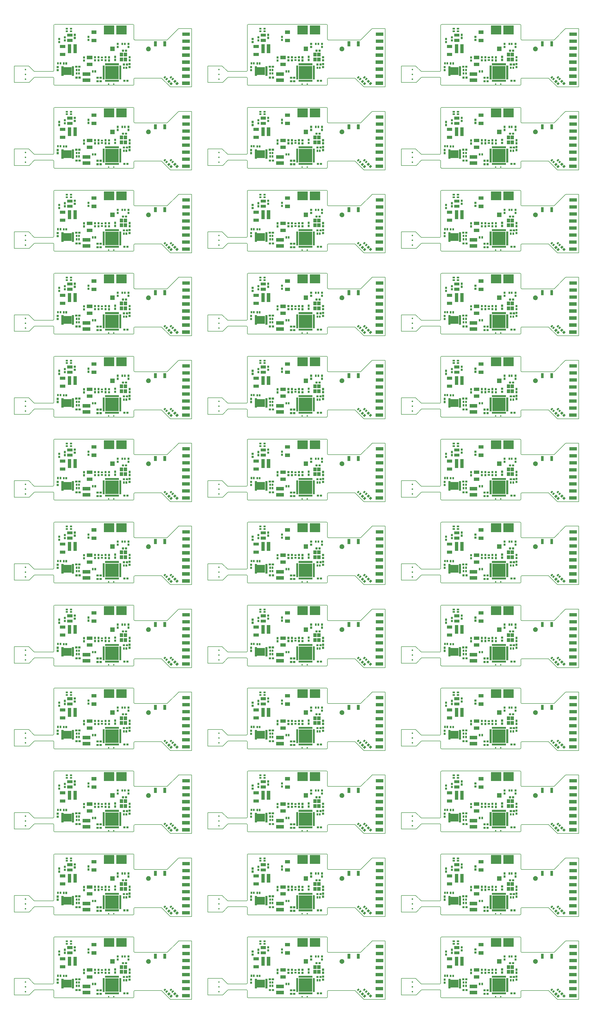
<source format=gbr>
G04 #@! TF.GenerationSoftware,KiCad,Pcbnew,(2017-07-13 revision e01eb2975)-makepkg*
G04 #@! TF.CreationDate,2017-08-29T12:18:45+02:00*
G04 #@! TF.ProjectId,panel,70616E656C2E6B696361645F70636200,rev?*
G04 #@! TF.SameCoordinates,Original
G04 #@! TF.FileFunction,Soldermask,Top*
G04 #@! TF.FilePolarity,Negative*
%FSLAX46Y46*%
G04 Gerber Fmt 4.6, Leading zero omitted, Abs format (unit mm)*
G04 Created by KiCad (PCBNEW (2017-07-13 revision e01eb2975)-makepkg) date 08/29/17 12:18:45*
%MOMM*%
%LPD*%
G01*
G04 APERTURE LIST*
%ADD10C,0.150000*%
%ADD11C,0.100000*%
G04 APERTURE END LIST*
D10*
X184750000Y-357600000D02*
G75*
G03X185050000Y-357300000I0J300000D01*
G01*
X114750000Y-357600000D02*
G75*
G03X115050000Y-357300000I0J300000D01*
G01*
X44750000Y-357600000D02*
G75*
G03X45050000Y-357300000I0J300000D01*
G01*
X184750000Y-327600000D02*
G75*
G03X185050000Y-327300000I0J300000D01*
G01*
X114750000Y-327600000D02*
G75*
G03X115050000Y-327300000I0J300000D01*
G01*
X44750000Y-327600000D02*
G75*
G03X45050000Y-327300000I0J300000D01*
G01*
X184750000Y-297600000D02*
G75*
G03X185050000Y-297300000I0J300000D01*
G01*
X114750000Y-297600000D02*
G75*
G03X115050000Y-297300000I0J300000D01*
G01*
X44750000Y-297600000D02*
G75*
G03X45050000Y-297300000I0J300000D01*
G01*
X184750000Y-267600000D02*
G75*
G03X185050000Y-267300000I0J300000D01*
G01*
X114750000Y-267600000D02*
G75*
G03X115050000Y-267300000I0J300000D01*
G01*
X44750000Y-267600000D02*
G75*
G03X45050000Y-267300000I0J300000D01*
G01*
X184750000Y-237600000D02*
G75*
G03X185050000Y-237300000I0J300000D01*
G01*
X114750000Y-237600000D02*
G75*
G03X115050000Y-237300000I0J300000D01*
G01*
X44750000Y-237600000D02*
G75*
G03X45050000Y-237300000I0J300000D01*
G01*
X184750000Y-207600000D02*
G75*
G03X185050000Y-207300000I0J300000D01*
G01*
X114750000Y-207600000D02*
G75*
G03X115050000Y-207300000I0J300000D01*
G01*
X44750000Y-207600000D02*
G75*
G03X45050000Y-207300000I0J300000D01*
G01*
X184750000Y-177600000D02*
G75*
G03X185050000Y-177300000I0J300000D01*
G01*
X114750000Y-177600000D02*
G75*
G03X115050000Y-177300000I0J300000D01*
G01*
X44750000Y-177600000D02*
G75*
G03X45050000Y-177300000I0J300000D01*
G01*
X184750000Y-147600000D02*
G75*
G03X185050000Y-147300000I0J300000D01*
G01*
X114750000Y-147600000D02*
G75*
G03X115050000Y-147300000I0J300000D01*
G01*
X44750000Y-147600000D02*
G75*
G03X45050000Y-147300000I0J300000D01*
G01*
X184750000Y-117600000D02*
G75*
G03X185050000Y-117300000I0J300000D01*
G01*
X114750000Y-117600000D02*
G75*
G03X115050000Y-117300000I0J300000D01*
G01*
X44750000Y-117600000D02*
G75*
G03X45050000Y-117300000I0J300000D01*
G01*
X184750000Y-87600000D02*
G75*
G03X185050000Y-87300000I0J300000D01*
G01*
X114750000Y-87600000D02*
G75*
G03X115050000Y-87300000I0J300000D01*
G01*
X44750000Y-87600000D02*
G75*
G03X45050000Y-87300000I0J300000D01*
G01*
X184750000Y-57600000D02*
G75*
G03X185050000Y-57300000I0J300000D01*
G01*
X114750000Y-57600000D02*
G75*
G03X115050000Y-57300000I0J300000D01*
G01*
X44750000Y-57600000D02*
G75*
G03X45050000Y-57300000I0J300000D01*
G01*
X184750000Y-27600000D02*
G75*
G03X185050000Y-27300000I0J300000D01*
G01*
X114750000Y-27600000D02*
G75*
G03X115050000Y-27300000I0J300000D01*
G01*
X148975000Y-352600000D02*
X146975000Y-350600000D01*
X78975000Y-352600000D02*
X76975000Y-350600000D01*
X8975000Y-352600000D02*
X6975000Y-350600000D01*
X148975000Y-322600000D02*
X146975000Y-320600000D01*
X78975000Y-322600000D02*
X76975000Y-320600000D01*
X8975000Y-322600000D02*
X6975000Y-320600000D01*
X148975000Y-292600000D02*
X146975000Y-290600000D01*
X78975000Y-292600000D02*
X76975000Y-290600000D01*
X8975000Y-292600000D02*
X6975000Y-290600000D01*
X148975000Y-262600000D02*
X146975000Y-260600000D01*
X78975000Y-262600000D02*
X76975000Y-260600000D01*
X8975000Y-262600000D02*
X6975000Y-260600000D01*
X148975000Y-232600000D02*
X146975000Y-230600000D01*
X78975000Y-232600000D02*
X76975000Y-230600000D01*
X8975000Y-232600000D02*
X6975000Y-230600000D01*
X148975000Y-202600000D02*
X146975000Y-200600000D01*
X78975000Y-202600000D02*
X76975000Y-200600000D01*
X8975000Y-202600000D02*
X6975000Y-200600000D01*
X148975000Y-172600000D02*
X146975000Y-170600000D01*
X78975000Y-172600000D02*
X76975000Y-170600000D01*
X8975000Y-172600000D02*
X6975000Y-170600000D01*
X148975000Y-142600000D02*
X146975000Y-140600000D01*
X78975000Y-142600000D02*
X76975000Y-140600000D01*
X8975000Y-142600000D02*
X6975000Y-140600000D01*
X148975000Y-112600000D02*
X146975000Y-110600000D01*
X78975000Y-112600000D02*
X76975000Y-110600000D01*
X8975000Y-112600000D02*
X6975000Y-110600000D01*
X148975000Y-82600000D02*
X146975000Y-80600000D01*
X78975000Y-82600000D02*
X76975000Y-80600000D01*
X8975000Y-82600000D02*
X6975000Y-80600000D01*
X148975000Y-52600000D02*
X146975000Y-50600000D01*
X78975000Y-52600000D02*
X76975000Y-50600000D01*
X8975000Y-52600000D02*
X6975000Y-50600000D01*
X148975000Y-22600000D02*
X146975000Y-20600000D01*
X78975000Y-22600000D02*
X76975000Y-20600000D01*
X185050000Y-335900000D02*
G75*
G03X184750000Y-335600000I-300000J0D01*
G01*
X115050000Y-335900000D02*
G75*
G03X114750000Y-335600000I-300000J0D01*
G01*
X45050000Y-335900000D02*
G75*
G03X44750000Y-335600000I-300000J0D01*
G01*
X185050000Y-305900000D02*
G75*
G03X184750000Y-305600000I-300000J0D01*
G01*
X115050000Y-305900000D02*
G75*
G03X114750000Y-305600000I-300000J0D01*
G01*
X45050000Y-305900000D02*
G75*
G03X44750000Y-305600000I-300000J0D01*
G01*
X185050000Y-275900000D02*
G75*
G03X184750000Y-275600000I-300000J0D01*
G01*
X115050000Y-275900000D02*
G75*
G03X114750000Y-275600000I-300000J0D01*
G01*
X45050000Y-275900000D02*
G75*
G03X44750000Y-275600000I-300000J0D01*
G01*
X185050000Y-245900000D02*
G75*
G03X184750000Y-245600000I-300000J0D01*
G01*
X115050000Y-245900000D02*
G75*
G03X114750000Y-245600000I-300000J0D01*
G01*
X45050000Y-245900000D02*
G75*
G03X44750000Y-245600000I-300000J0D01*
G01*
X185050000Y-215900000D02*
G75*
G03X184750000Y-215600000I-300000J0D01*
G01*
X115050000Y-215900000D02*
G75*
G03X114750000Y-215600000I-300000J0D01*
G01*
X45050000Y-215900000D02*
G75*
G03X44750000Y-215600000I-300000J0D01*
G01*
X185050000Y-185900000D02*
G75*
G03X184750000Y-185600000I-300000J0D01*
G01*
X115050000Y-185900000D02*
G75*
G03X114750000Y-185600000I-300000J0D01*
G01*
X45050000Y-185900000D02*
G75*
G03X44750000Y-185600000I-300000J0D01*
G01*
X185050000Y-155900000D02*
G75*
G03X184750000Y-155600000I-300000J0D01*
G01*
X115050000Y-155900000D02*
G75*
G03X114750000Y-155600000I-300000J0D01*
G01*
X45050000Y-155900000D02*
G75*
G03X44750000Y-155600000I-300000J0D01*
G01*
X185050000Y-125900000D02*
G75*
G03X184750000Y-125600000I-300000J0D01*
G01*
X115050000Y-125900000D02*
G75*
G03X114750000Y-125600000I-300000J0D01*
G01*
X45050000Y-125900000D02*
G75*
G03X44750000Y-125600000I-300000J0D01*
G01*
X185050000Y-95900000D02*
G75*
G03X184750000Y-95600000I-300000J0D01*
G01*
X115050000Y-95900000D02*
G75*
G03X114750000Y-95600000I-300000J0D01*
G01*
X45050000Y-95900000D02*
G75*
G03X44750000Y-95600000I-300000J0D01*
G01*
X185050000Y-65900000D02*
G75*
G03X184750000Y-65600000I-300000J0D01*
G01*
X115050000Y-65900000D02*
G75*
G03X114750000Y-65600000I-300000J0D01*
G01*
X45050000Y-65900000D02*
G75*
G03X44750000Y-65600000I-300000J0D01*
G01*
X185050000Y-35900000D02*
G75*
G03X184750000Y-35600000I-300000J0D01*
G01*
X115050000Y-35900000D02*
G75*
G03X114750000Y-35600000I-300000J0D01*
G01*
X45050000Y-35900000D02*
G75*
G03X44750000Y-35600000I-300000J0D01*
G01*
X185050000Y-5900000D02*
G75*
G03X184750000Y-5600000I-300000J0D01*
G01*
X115050000Y-5900000D02*
G75*
G03X114750000Y-5600000I-300000J0D01*
G01*
X156050000Y-357300000D02*
G75*
G03X156350000Y-357600000I300000J0D01*
G01*
X86050000Y-357300000D02*
G75*
G03X86350000Y-357600000I300000J0D01*
G01*
X16050000Y-357300000D02*
G75*
G03X16350000Y-357600000I300000J0D01*
G01*
X156050000Y-327300000D02*
G75*
G03X156350000Y-327600000I300000J0D01*
G01*
X86050000Y-327300000D02*
G75*
G03X86350000Y-327600000I300000J0D01*
G01*
X16050000Y-327300000D02*
G75*
G03X16350000Y-327600000I300000J0D01*
G01*
X156050000Y-297300000D02*
G75*
G03X156350000Y-297600000I300000J0D01*
G01*
X86050000Y-297300000D02*
G75*
G03X86350000Y-297600000I300000J0D01*
G01*
X16050000Y-297300000D02*
G75*
G03X16350000Y-297600000I300000J0D01*
G01*
X156050000Y-267300000D02*
G75*
G03X156350000Y-267600000I300000J0D01*
G01*
X86050000Y-267300000D02*
G75*
G03X86350000Y-267600000I300000J0D01*
G01*
X16050000Y-267300000D02*
G75*
G03X16350000Y-267600000I300000J0D01*
G01*
X156050000Y-237300000D02*
G75*
G03X156350000Y-237600000I300000J0D01*
G01*
X86050000Y-237300000D02*
G75*
G03X86350000Y-237600000I300000J0D01*
G01*
X16050000Y-237300000D02*
G75*
G03X16350000Y-237600000I300000J0D01*
G01*
X156050000Y-207300000D02*
G75*
G03X156350000Y-207600000I300000J0D01*
G01*
X86050000Y-207300000D02*
G75*
G03X86350000Y-207600000I300000J0D01*
G01*
X16050000Y-207300000D02*
G75*
G03X16350000Y-207600000I300000J0D01*
G01*
X156050000Y-177300000D02*
G75*
G03X156350000Y-177600000I300000J0D01*
G01*
X86050000Y-177300000D02*
G75*
G03X86350000Y-177600000I300000J0D01*
G01*
X16050000Y-177300000D02*
G75*
G03X16350000Y-177600000I300000J0D01*
G01*
X156050000Y-147300000D02*
G75*
G03X156350000Y-147600000I300000J0D01*
G01*
X86050000Y-147300000D02*
G75*
G03X86350000Y-147600000I300000J0D01*
G01*
X16050000Y-147300000D02*
G75*
G03X16350000Y-147600000I300000J0D01*
G01*
X156050000Y-117300000D02*
G75*
G03X156350000Y-117600000I300000J0D01*
G01*
X86050000Y-117300000D02*
G75*
G03X86350000Y-117600000I300000J0D01*
G01*
X16050000Y-117300000D02*
G75*
G03X16350000Y-117600000I300000J0D01*
G01*
X156050000Y-87300000D02*
G75*
G03X156350000Y-87600000I300000J0D01*
G01*
X86050000Y-87300000D02*
G75*
G03X86350000Y-87600000I300000J0D01*
G01*
X16050000Y-87300000D02*
G75*
G03X16350000Y-87600000I300000J0D01*
G01*
X156050000Y-57300000D02*
G75*
G03X156350000Y-57600000I300000J0D01*
G01*
X86050000Y-57300000D02*
G75*
G03X86350000Y-57600000I300000J0D01*
G01*
X16050000Y-57300000D02*
G75*
G03X16350000Y-57600000I300000J0D01*
G01*
X156050000Y-27300000D02*
G75*
G03X156350000Y-27600000I300000J0D01*
G01*
X86050000Y-27300000D02*
G75*
G03X86350000Y-27600000I300000J0D01*
G01*
X156350000Y-357600000D02*
X184750000Y-357600000D01*
X86350000Y-357600000D02*
X114750000Y-357600000D01*
X16350000Y-357600000D02*
X44750000Y-357600000D01*
X156350000Y-327600000D02*
X184750000Y-327600000D01*
X86350000Y-327600000D02*
X114750000Y-327600000D01*
X16350000Y-327600000D02*
X44750000Y-327600000D01*
X156350000Y-297600000D02*
X184750000Y-297600000D01*
X86350000Y-297600000D02*
X114750000Y-297600000D01*
X16350000Y-297600000D02*
X44750000Y-297600000D01*
X156350000Y-267600000D02*
X184750000Y-267600000D01*
X86350000Y-267600000D02*
X114750000Y-267600000D01*
X16350000Y-267600000D02*
X44750000Y-267600000D01*
X156350000Y-237600000D02*
X184750000Y-237600000D01*
X86350000Y-237600000D02*
X114750000Y-237600000D01*
X16350000Y-237600000D02*
X44750000Y-237600000D01*
X156350000Y-207600000D02*
X184750000Y-207600000D01*
X86350000Y-207600000D02*
X114750000Y-207600000D01*
X16350000Y-207600000D02*
X44750000Y-207600000D01*
X156350000Y-177600000D02*
X184750000Y-177600000D01*
X86350000Y-177600000D02*
X114750000Y-177600000D01*
X16350000Y-177600000D02*
X44750000Y-177600000D01*
X156350000Y-147600000D02*
X184750000Y-147600000D01*
X86350000Y-147600000D02*
X114750000Y-147600000D01*
X16350000Y-147600000D02*
X44750000Y-147600000D01*
X156350000Y-117600000D02*
X184750000Y-117600000D01*
X86350000Y-117600000D02*
X114750000Y-117600000D01*
X16350000Y-117600000D02*
X44750000Y-117600000D01*
X156350000Y-87600000D02*
X184750000Y-87600000D01*
X86350000Y-87600000D02*
X114750000Y-87600000D01*
X16350000Y-87600000D02*
X44750000Y-87600000D01*
X156350000Y-57600000D02*
X184750000Y-57600000D01*
X86350000Y-57600000D02*
X114750000Y-57600000D01*
X16350000Y-57600000D02*
X44750000Y-57600000D01*
X156350000Y-27600000D02*
X184750000Y-27600000D01*
X86350000Y-27600000D02*
X114750000Y-27600000D01*
X156350000Y-335600000D02*
G75*
G03X156050000Y-335900000I0J-300000D01*
G01*
X86350000Y-335600000D02*
G75*
G03X86050000Y-335900000I0J-300000D01*
G01*
X16350000Y-335600000D02*
G75*
G03X16050000Y-335900000I0J-300000D01*
G01*
X156350000Y-305600000D02*
G75*
G03X156050000Y-305900000I0J-300000D01*
G01*
X86350000Y-305600000D02*
G75*
G03X86050000Y-305900000I0J-300000D01*
G01*
X16350000Y-305600000D02*
G75*
G03X16050000Y-305900000I0J-300000D01*
G01*
X156350000Y-275600000D02*
G75*
G03X156050000Y-275900000I0J-300000D01*
G01*
X86350000Y-275600000D02*
G75*
G03X86050000Y-275900000I0J-300000D01*
G01*
X16350000Y-275600000D02*
G75*
G03X16050000Y-275900000I0J-300000D01*
G01*
X156350000Y-245600000D02*
G75*
G03X156050000Y-245900000I0J-300000D01*
G01*
X86350000Y-245600000D02*
G75*
G03X86050000Y-245900000I0J-300000D01*
G01*
X16350000Y-245600000D02*
G75*
G03X16050000Y-245900000I0J-300000D01*
G01*
X156350000Y-215600000D02*
G75*
G03X156050000Y-215900000I0J-300000D01*
G01*
X86350000Y-215600000D02*
G75*
G03X86050000Y-215900000I0J-300000D01*
G01*
X16350000Y-215600000D02*
G75*
G03X16050000Y-215900000I0J-300000D01*
G01*
X156350000Y-185600000D02*
G75*
G03X156050000Y-185900000I0J-300000D01*
G01*
X86350000Y-185600000D02*
G75*
G03X86050000Y-185900000I0J-300000D01*
G01*
X16350000Y-185600000D02*
G75*
G03X16050000Y-185900000I0J-300000D01*
G01*
X156350000Y-155600000D02*
G75*
G03X156050000Y-155900000I0J-300000D01*
G01*
X86350000Y-155600000D02*
G75*
G03X86050000Y-155900000I0J-300000D01*
G01*
X16350000Y-155600000D02*
G75*
G03X16050000Y-155900000I0J-300000D01*
G01*
X156350000Y-125600000D02*
G75*
G03X156050000Y-125900000I0J-300000D01*
G01*
X86350000Y-125600000D02*
G75*
G03X86050000Y-125900000I0J-300000D01*
G01*
X16350000Y-125600000D02*
G75*
G03X16050000Y-125900000I0J-300000D01*
G01*
X156350000Y-95600000D02*
G75*
G03X156050000Y-95900000I0J-300000D01*
G01*
X86350000Y-95600000D02*
G75*
G03X86050000Y-95900000I0J-300000D01*
G01*
X16350000Y-95600000D02*
G75*
G03X16050000Y-95900000I0J-300000D01*
G01*
X156350000Y-65600000D02*
G75*
G03X156050000Y-65900000I0J-300000D01*
G01*
X86350000Y-65600000D02*
G75*
G03X86050000Y-65900000I0J-300000D01*
G01*
X16350000Y-65600000D02*
G75*
G03X16050000Y-65900000I0J-300000D01*
G01*
X156350000Y-35600000D02*
G75*
G03X156050000Y-35900000I0J-300000D01*
G01*
X86350000Y-35600000D02*
G75*
G03X86050000Y-35900000I0J-300000D01*
G01*
X16350000Y-35600000D02*
G75*
G03X16050000Y-35900000I0J-300000D01*
G01*
X156350000Y-5600000D02*
G75*
G03X156050000Y-5900000I0J-300000D01*
G01*
X86350000Y-5600000D02*
G75*
G03X86050000Y-5900000I0J-300000D01*
G01*
X146975000Y-350600000D02*
X141775000Y-350600000D01*
X76975000Y-350600000D02*
X71775000Y-350600000D01*
X6975000Y-350600000D02*
X1775000Y-350600000D01*
X146975000Y-320600000D02*
X141775000Y-320600000D01*
X76975000Y-320600000D02*
X71775000Y-320600000D01*
X6975000Y-320600000D02*
X1775000Y-320600000D01*
X146975000Y-290600000D02*
X141775000Y-290600000D01*
X76975000Y-290600000D02*
X71775000Y-290600000D01*
X6975000Y-290600000D02*
X1775000Y-290600000D01*
X146975000Y-260600000D02*
X141775000Y-260600000D01*
X76975000Y-260600000D02*
X71775000Y-260600000D01*
X6975000Y-260600000D02*
X1775000Y-260600000D01*
X146975000Y-230600000D02*
X141775000Y-230600000D01*
X76975000Y-230600000D02*
X71775000Y-230600000D01*
X6975000Y-230600000D02*
X1775000Y-230600000D01*
X146975000Y-200600000D02*
X141775000Y-200600000D01*
X76975000Y-200600000D02*
X71775000Y-200600000D01*
X6975000Y-200600000D02*
X1775000Y-200600000D01*
X146975000Y-170600000D02*
X141775000Y-170600000D01*
X76975000Y-170600000D02*
X71775000Y-170600000D01*
X6975000Y-170600000D02*
X1775000Y-170600000D01*
X146975000Y-140600000D02*
X141775000Y-140600000D01*
X76975000Y-140600000D02*
X71775000Y-140600000D01*
X6975000Y-140600000D02*
X1775000Y-140600000D01*
X146975000Y-110600000D02*
X141775000Y-110600000D01*
X76975000Y-110600000D02*
X71775000Y-110600000D01*
X6975000Y-110600000D02*
X1775000Y-110600000D01*
X146975000Y-80600000D02*
X141775000Y-80600000D01*
X76975000Y-80600000D02*
X71775000Y-80600000D01*
X6975000Y-80600000D02*
X1775000Y-80600000D01*
X146975000Y-50600000D02*
X141775000Y-50600000D01*
X76975000Y-50600000D02*
X71775000Y-50600000D01*
X6975000Y-50600000D02*
X1775000Y-50600000D01*
X146975000Y-20600000D02*
X141775000Y-20600000D01*
X76975000Y-20600000D02*
X71775000Y-20600000D01*
X141775000Y-350600000D02*
X141775000Y-355300000D01*
X71775000Y-350600000D02*
X71775000Y-355300000D01*
X1775000Y-350600000D02*
X1775000Y-355300000D01*
X141775000Y-320600000D02*
X141775000Y-325300000D01*
X71775000Y-320600000D02*
X71775000Y-325300000D01*
X1775000Y-320600000D02*
X1775000Y-325300000D01*
X141775000Y-290600000D02*
X141775000Y-295300000D01*
X71775000Y-290600000D02*
X71775000Y-295300000D01*
X1775000Y-290600000D02*
X1775000Y-295300000D01*
X141775000Y-260600000D02*
X141775000Y-265300000D01*
X71775000Y-260600000D02*
X71775000Y-265300000D01*
X1775000Y-260600000D02*
X1775000Y-265300000D01*
X141775000Y-230600000D02*
X141775000Y-235300000D01*
X71775000Y-230600000D02*
X71775000Y-235300000D01*
X1775000Y-230600000D02*
X1775000Y-235300000D01*
X141775000Y-200600000D02*
X141775000Y-205300000D01*
X71775000Y-200600000D02*
X71775000Y-205300000D01*
X1775000Y-200600000D02*
X1775000Y-205300000D01*
X141775000Y-170600000D02*
X141775000Y-175300000D01*
X71775000Y-170600000D02*
X71775000Y-175300000D01*
X1775000Y-170600000D02*
X1775000Y-175300000D01*
X141775000Y-140600000D02*
X141775000Y-145300000D01*
X71775000Y-140600000D02*
X71775000Y-145300000D01*
X1775000Y-140600000D02*
X1775000Y-145300000D01*
X141775000Y-110600000D02*
X141775000Y-115300000D01*
X71775000Y-110600000D02*
X71775000Y-115300000D01*
X1775000Y-110600000D02*
X1775000Y-115300000D01*
X141775000Y-80600000D02*
X141775000Y-85300000D01*
X71775000Y-80600000D02*
X71775000Y-85300000D01*
X1775000Y-80600000D02*
X1775000Y-85300000D01*
X141775000Y-50600000D02*
X141775000Y-55300000D01*
X71775000Y-50600000D02*
X71775000Y-55300000D01*
X1775000Y-50600000D02*
X1775000Y-55300000D01*
X141775000Y-20600000D02*
X141775000Y-25300000D01*
X71775000Y-20600000D02*
X71775000Y-25300000D01*
X141775000Y-355300000D02*
X141775000Y-356600000D01*
X71775000Y-355300000D02*
X71775000Y-356600000D01*
X1775000Y-355300000D02*
X1775000Y-356600000D01*
X141775000Y-325300000D02*
X141775000Y-326600000D01*
X71775000Y-325300000D02*
X71775000Y-326600000D01*
X1775000Y-325300000D02*
X1775000Y-326600000D01*
X141775000Y-295300000D02*
X141775000Y-296600000D01*
X71775000Y-295300000D02*
X71775000Y-296600000D01*
X1775000Y-295300000D02*
X1775000Y-296600000D01*
X141775000Y-265300000D02*
X141775000Y-266600000D01*
X71775000Y-265300000D02*
X71775000Y-266600000D01*
X1775000Y-265300000D02*
X1775000Y-266600000D01*
X141775000Y-235300000D02*
X141775000Y-236600000D01*
X71775000Y-235300000D02*
X71775000Y-236600000D01*
X1775000Y-235300000D02*
X1775000Y-236600000D01*
X141775000Y-205300000D02*
X141775000Y-206600000D01*
X71775000Y-205300000D02*
X71775000Y-206600000D01*
X1775000Y-205300000D02*
X1775000Y-206600000D01*
X141775000Y-175300000D02*
X141775000Y-176600000D01*
X71775000Y-175300000D02*
X71775000Y-176600000D01*
X1775000Y-175300000D02*
X1775000Y-176600000D01*
X141775000Y-145300000D02*
X141775000Y-146600000D01*
X71775000Y-145300000D02*
X71775000Y-146600000D01*
X1775000Y-145300000D02*
X1775000Y-146600000D01*
X141775000Y-115300000D02*
X141775000Y-116600000D01*
X71775000Y-115300000D02*
X71775000Y-116600000D01*
X1775000Y-115300000D02*
X1775000Y-116600000D01*
X141775000Y-85300000D02*
X141775000Y-86600000D01*
X71775000Y-85300000D02*
X71775000Y-86600000D01*
X1775000Y-85300000D02*
X1775000Y-86600000D01*
X141775000Y-55300000D02*
X141775000Y-56600000D01*
X71775000Y-55300000D02*
X71775000Y-56600000D01*
X1775000Y-55300000D02*
X1775000Y-56600000D01*
X141775000Y-25300000D02*
X141775000Y-26600000D01*
X71775000Y-25300000D02*
X71775000Y-26600000D01*
X156350000Y-335600000D02*
X184750000Y-335600000D01*
X86350000Y-335600000D02*
X114750000Y-335600000D01*
X16350000Y-335600000D02*
X44750000Y-335600000D01*
X156350000Y-305600000D02*
X184750000Y-305600000D01*
X86350000Y-305600000D02*
X114750000Y-305600000D01*
X16350000Y-305600000D02*
X44750000Y-305600000D01*
X156350000Y-275600000D02*
X184750000Y-275600000D01*
X86350000Y-275600000D02*
X114750000Y-275600000D01*
X16350000Y-275600000D02*
X44750000Y-275600000D01*
X156350000Y-245600000D02*
X184750000Y-245600000D01*
X86350000Y-245600000D02*
X114750000Y-245600000D01*
X16350000Y-245600000D02*
X44750000Y-245600000D01*
X156350000Y-215600000D02*
X184750000Y-215600000D01*
X86350000Y-215600000D02*
X114750000Y-215600000D01*
X16350000Y-215600000D02*
X44750000Y-215600000D01*
X156350000Y-185600000D02*
X184750000Y-185600000D01*
X86350000Y-185600000D02*
X114750000Y-185600000D01*
X16350000Y-185600000D02*
X44750000Y-185600000D01*
X156350000Y-155600000D02*
X184750000Y-155600000D01*
X86350000Y-155600000D02*
X114750000Y-155600000D01*
X16350000Y-155600000D02*
X44750000Y-155600000D01*
X156350000Y-125600000D02*
X184750000Y-125600000D01*
X86350000Y-125600000D02*
X114750000Y-125600000D01*
X16350000Y-125600000D02*
X44750000Y-125600000D01*
X156350000Y-95600000D02*
X184750000Y-95600000D01*
X86350000Y-95600000D02*
X114750000Y-95600000D01*
X16350000Y-95600000D02*
X44750000Y-95600000D01*
X156350000Y-65600000D02*
X184750000Y-65600000D01*
X86350000Y-65600000D02*
X114750000Y-65600000D01*
X16350000Y-65600000D02*
X44750000Y-65600000D01*
X156350000Y-35600000D02*
X184750000Y-35600000D01*
X86350000Y-35600000D02*
X114750000Y-35600000D01*
X16350000Y-35600000D02*
X44750000Y-35600000D01*
X156350000Y-5600000D02*
X184750000Y-5600000D01*
X86350000Y-5600000D02*
X114750000Y-5600000D01*
X141775000Y-356600000D02*
X147175000Y-356600000D01*
X71775000Y-356600000D02*
X77175000Y-356600000D01*
X1775000Y-356600000D02*
X7175000Y-356600000D01*
X141775000Y-326600000D02*
X147175000Y-326600000D01*
X71775000Y-326600000D02*
X77175000Y-326600000D01*
X1775000Y-326600000D02*
X7175000Y-326600000D01*
X141775000Y-296600000D02*
X147175000Y-296600000D01*
X71775000Y-296600000D02*
X77175000Y-296600000D01*
X1775000Y-296600000D02*
X7175000Y-296600000D01*
X141775000Y-266600000D02*
X147175000Y-266600000D01*
X71775000Y-266600000D02*
X77175000Y-266600000D01*
X1775000Y-266600000D02*
X7175000Y-266600000D01*
X141775000Y-236600000D02*
X147175000Y-236600000D01*
X71775000Y-236600000D02*
X77175000Y-236600000D01*
X1775000Y-236600000D02*
X7175000Y-236600000D01*
X141775000Y-206600000D02*
X147175000Y-206600000D01*
X71775000Y-206600000D02*
X77175000Y-206600000D01*
X1775000Y-206600000D02*
X7175000Y-206600000D01*
X141775000Y-176600000D02*
X147175000Y-176600000D01*
X71775000Y-176600000D02*
X77175000Y-176600000D01*
X1775000Y-176600000D02*
X7175000Y-176600000D01*
X141775000Y-146600000D02*
X147175000Y-146600000D01*
X71775000Y-146600000D02*
X77175000Y-146600000D01*
X1775000Y-146600000D02*
X7175000Y-146600000D01*
X141775000Y-116600000D02*
X147175000Y-116600000D01*
X71775000Y-116600000D02*
X77175000Y-116600000D01*
X1775000Y-116600000D02*
X7175000Y-116600000D01*
X141775000Y-86600000D02*
X147175000Y-86600000D01*
X71775000Y-86600000D02*
X77175000Y-86600000D01*
X1775000Y-86600000D02*
X7175000Y-86600000D01*
X141775000Y-56600000D02*
X147175000Y-56600000D01*
X71775000Y-56600000D02*
X77175000Y-56600000D01*
X1775000Y-56600000D02*
X7175000Y-56600000D01*
X141775000Y-26600000D02*
X147175000Y-26600000D01*
X71775000Y-26600000D02*
X77175000Y-26600000D01*
X147175000Y-356600000D02*
X149075000Y-354700000D01*
X77175000Y-356600000D02*
X79075000Y-354700000D01*
X7175000Y-356600000D02*
X9075000Y-354700000D01*
X147175000Y-326600000D02*
X149075000Y-324700000D01*
X77175000Y-326600000D02*
X79075000Y-324700000D01*
X7175000Y-326600000D02*
X9075000Y-324700000D01*
X147175000Y-296600000D02*
X149075000Y-294700000D01*
X77175000Y-296600000D02*
X79075000Y-294700000D01*
X7175000Y-296600000D02*
X9075000Y-294700000D01*
X147175000Y-266600000D02*
X149075000Y-264700000D01*
X77175000Y-266600000D02*
X79075000Y-264700000D01*
X7175000Y-266600000D02*
X9075000Y-264700000D01*
X147175000Y-236600000D02*
X149075000Y-234700000D01*
X77175000Y-236600000D02*
X79075000Y-234700000D01*
X7175000Y-236600000D02*
X9075000Y-234700000D01*
X147175000Y-206600000D02*
X149075000Y-204700000D01*
X77175000Y-206600000D02*
X79075000Y-204700000D01*
X7175000Y-206600000D02*
X9075000Y-204700000D01*
X147175000Y-176600000D02*
X149075000Y-174700000D01*
X77175000Y-176600000D02*
X79075000Y-174700000D01*
X7175000Y-176600000D02*
X9075000Y-174700000D01*
X147175000Y-146600000D02*
X149075000Y-144700000D01*
X77175000Y-146600000D02*
X79075000Y-144700000D01*
X7175000Y-146600000D02*
X9075000Y-144700000D01*
X147175000Y-116600000D02*
X149075000Y-114700000D01*
X77175000Y-116600000D02*
X79075000Y-114700000D01*
X7175000Y-116600000D02*
X9075000Y-114700000D01*
X147175000Y-86600000D02*
X149075000Y-84700000D01*
X77175000Y-86600000D02*
X79075000Y-84700000D01*
X7175000Y-86600000D02*
X9075000Y-84700000D01*
X147175000Y-56600000D02*
X149075000Y-54700000D01*
X77175000Y-56600000D02*
X79075000Y-54700000D01*
X7175000Y-56600000D02*
X9075000Y-54700000D01*
X147175000Y-26600000D02*
X149075000Y-24700000D01*
X77175000Y-26600000D02*
X79075000Y-24700000D01*
X156055000Y-357295000D02*
X156055000Y-354995000D01*
X86055000Y-357295000D02*
X86055000Y-354995000D01*
X16055000Y-357295000D02*
X16055000Y-354995000D01*
X156055000Y-327295000D02*
X156055000Y-324995000D01*
X86055000Y-327295000D02*
X86055000Y-324995000D01*
X16055000Y-327295000D02*
X16055000Y-324995000D01*
X156055000Y-297295000D02*
X156055000Y-294995000D01*
X86055000Y-297295000D02*
X86055000Y-294995000D01*
X16055000Y-297295000D02*
X16055000Y-294995000D01*
X156055000Y-267295000D02*
X156055000Y-264995000D01*
X86055000Y-267295000D02*
X86055000Y-264995000D01*
X16055000Y-267295000D02*
X16055000Y-264995000D01*
X156055000Y-237295000D02*
X156055000Y-234995000D01*
X86055000Y-237295000D02*
X86055000Y-234995000D01*
X16055000Y-237295000D02*
X16055000Y-234995000D01*
X156055000Y-207295000D02*
X156055000Y-204995000D01*
X86055000Y-207295000D02*
X86055000Y-204995000D01*
X16055000Y-207295000D02*
X16055000Y-204995000D01*
X156055000Y-177295000D02*
X156055000Y-174995000D01*
X86055000Y-177295000D02*
X86055000Y-174995000D01*
X16055000Y-177295000D02*
X16055000Y-174995000D01*
X156055000Y-147295000D02*
X156055000Y-144995000D01*
X86055000Y-147295000D02*
X86055000Y-144995000D01*
X16055000Y-147295000D02*
X16055000Y-144995000D01*
X156055000Y-117295000D02*
X156055000Y-114995000D01*
X86055000Y-117295000D02*
X86055000Y-114995000D01*
X16055000Y-117295000D02*
X16055000Y-114995000D01*
X156055000Y-87295000D02*
X156055000Y-84995000D01*
X86055000Y-87295000D02*
X86055000Y-84995000D01*
X16055000Y-87295000D02*
X16055000Y-84995000D01*
X156055000Y-57295000D02*
X156055000Y-54995000D01*
X86055000Y-57295000D02*
X86055000Y-54995000D01*
X16055000Y-57295000D02*
X16055000Y-54995000D01*
X156055000Y-27295000D02*
X156055000Y-24995000D01*
X86055000Y-27295000D02*
X86055000Y-24995000D01*
X205950000Y-345400000D02*
X205950000Y-358200000D01*
X135950000Y-345400000D02*
X135950000Y-358200000D01*
X65950000Y-345400000D02*
X65950000Y-358200000D01*
X205950000Y-315400000D02*
X205950000Y-328200000D01*
X135950000Y-315400000D02*
X135950000Y-328200000D01*
X65950000Y-315400000D02*
X65950000Y-328200000D01*
X205950000Y-285400000D02*
X205950000Y-298200000D01*
X135950000Y-285400000D02*
X135950000Y-298200000D01*
X65950000Y-285400000D02*
X65950000Y-298200000D01*
X205950000Y-255400000D02*
X205950000Y-268200000D01*
X135950000Y-255400000D02*
X135950000Y-268200000D01*
X65950000Y-255400000D02*
X65950000Y-268200000D01*
X205950000Y-225400000D02*
X205950000Y-238200000D01*
X135950000Y-225400000D02*
X135950000Y-238200000D01*
X65950000Y-225400000D02*
X65950000Y-238200000D01*
X205950000Y-195400000D02*
X205950000Y-208200000D01*
X135950000Y-195400000D02*
X135950000Y-208200000D01*
X65950000Y-195400000D02*
X65950000Y-208200000D01*
X205950000Y-165400000D02*
X205950000Y-178200000D01*
X135950000Y-165400000D02*
X135950000Y-178200000D01*
X65950000Y-165400000D02*
X65950000Y-178200000D01*
X205950000Y-135400000D02*
X205950000Y-148200000D01*
X135950000Y-135400000D02*
X135950000Y-148200000D01*
X65950000Y-135400000D02*
X65950000Y-148200000D01*
X205950000Y-105400000D02*
X205950000Y-118200000D01*
X135950000Y-105400000D02*
X135950000Y-118200000D01*
X65950000Y-105400000D02*
X65950000Y-118200000D01*
X205950000Y-75400000D02*
X205950000Y-88200000D01*
X135950000Y-75400000D02*
X135950000Y-88200000D01*
X65950000Y-75400000D02*
X65950000Y-88200000D01*
X205950000Y-45400000D02*
X205950000Y-58200000D01*
X135950000Y-45400000D02*
X135950000Y-58200000D01*
X65950000Y-45400000D02*
X65950000Y-58200000D01*
X205950000Y-15400000D02*
X205950000Y-28200000D01*
X135950000Y-15400000D02*
X135950000Y-28200000D01*
X205950000Y-358200000D02*
X198250000Y-358200000D01*
X135950000Y-358200000D02*
X128250000Y-358200000D01*
X65950000Y-358200000D02*
X58250000Y-358200000D01*
X205950000Y-328200000D02*
X198250000Y-328200000D01*
X135950000Y-328200000D02*
X128250000Y-328200000D01*
X65950000Y-328200000D02*
X58250000Y-328200000D01*
X205950000Y-298200000D02*
X198250000Y-298200000D01*
X135950000Y-298200000D02*
X128250000Y-298200000D01*
X65950000Y-298200000D02*
X58250000Y-298200000D01*
X205950000Y-268200000D02*
X198250000Y-268200000D01*
X135950000Y-268200000D02*
X128250000Y-268200000D01*
X65950000Y-268200000D02*
X58250000Y-268200000D01*
X205950000Y-238200000D02*
X198250000Y-238200000D01*
X135950000Y-238200000D02*
X128250000Y-238200000D01*
X65950000Y-238200000D02*
X58250000Y-238200000D01*
X205950000Y-208200000D02*
X198250000Y-208200000D01*
X135950000Y-208200000D02*
X128250000Y-208200000D01*
X65950000Y-208200000D02*
X58250000Y-208200000D01*
X205950000Y-178200000D02*
X198250000Y-178200000D01*
X135950000Y-178200000D02*
X128250000Y-178200000D01*
X65950000Y-178200000D02*
X58250000Y-178200000D01*
X205950000Y-148200000D02*
X198250000Y-148200000D01*
X135950000Y-148200000D02*
X128250000Y-148200000D01*
X65950000Y-148200000D02*
X58250000Y-148200000D01*
X205950000Y-118200000D02*
X198250000Y-118200000D01*
X135950000Y-118200000D02*
X128250000Y-118200000D01*
X65950000Y-118200000D02*
X58250000Y-118200000D01*
X205950000Y-88200000D02*
X198250000Y-88200000D01*
X135950000Y-88200000D02*
X128250000Y-88200000D01*
X65950000Y-88200000D02*
X58250000Y-88200000D01*
X205950000Y-58200000D02*
X198250000Y-58200000D01*
X135950000Y-58200000D02*
X128250000Y-58200000D01*
X65950000Y-58200000D02*
X58250000Y-58200000D01*
X205950000Y-28200000D02*
X198250000Y-28200000D01*
X135950000Y-28200000D02*
X128250000Y-28200000D01*
X198250000Y-358200000D02*
X195050000Y-355000000D01*
X128250000Y-358200000D02*
X125050000Y-355000000D01*
X58250000Y-358200000D02*
X55050000Y-355000000D01*
X198250000Y-328200000D02*
X195050000Y-325000000D01*
X128250000Y-328200000D02*
X125050000Y-325000000D01*
X58250000Y-328200000D02*
X55050000Y-325000000D01*
X198250000Y-298200000D02*
X195050000Y-295000000D01*
X128250000Y-298200000D02*
X125050000Y-295000000D01*
X58250000Y-298200000D02*
X55050000Y-295000000D01*
X198250000Y-268200000D02*
X195050000Y-265000000D01*
X128250000Y-268200000D02*
X125050000Y-265000000D01*
X58250000Y-268200000D02*
X55050000Y-265000000D01*
X198250000Y-238200000D02*
X195050000Y-235000000D01*
X128250000Y-238200000D02*
X125050000Y-235000000D01*
X58250000Y-238200000D02*
X55050000Y-235000000D01*
X198250000Y-208200000D02*
X195050000Y-205000000D01*
X128250000Y-208200000D02*
X125050000Y-205000000D01*
X58250000Y-208200000D02*
X55050000Y-205000000D01*
X198250000Y-178200000D02*
X195050000Y-175000000D01*
X128250000Y-178200000D02*
X125050000Y-175000000D01*
X58250000Y-178200000D02*
X55050000Y-175000000D01*
X198250000Y-148200000D02*
X195050000Y-145000000D01*
X128250000Y-148200000D02*
X125050000Y-145000000D01*
X58250000Y-148200000D02*
X55050000Y-145000000D01*
X198250000Y-118200000D02*
X195050000Y-115000000D01*
X128250000Y-118200000D02*
X125050000Y-115000000D01*
X58250000Y-118200000D02*
X55050000Y-115000000D01*
X198250000Y-88200000D02*
X195050000Y-85000000D01*
X128250000Y-88200000D02*
X125050000Y-85000000D01*
X58250000Y-88200000D02*
X55050000Y-85000000D01*
X198250000Y-58200000D02*
X195050000Y-55000000D01*
X128250000Y-58200000D02*
X125050000Y-55000000D01*
X58250000Y-58200000D02*
X55050000Y-55000000D01*
X198250000Y-28200000D02*
X195050000Y-25000000D01*
X128250000Y-28200000D02*
X125050000Y-25000000D01*
X185050000Y-335900000D02*
X185050000Y-340900000D01*
X115050000Y-335900000D02*
X115050000Y-340900000D01*
X45050000Y-335900000D02*
X45050000Y-340900000D01*
X185050000Y-305900000D02*
X185050000Y-310900000D01*
X115050000Y-305900000D02*
X115050000Y-310900000D01*
X45050000Y-305900000D02*
X45050000Y-310900000D01*
X185050000Y-275900000D02*
X185050000Y-280900000D01*
X115050000Y-275900000D02*
X115050000Y-280900000D01*
X45050000Y-275900000D02*
X45050000Y-280900000D01*
X185050000Y-245900000D02*
X185050000Y-250900000D01*
X115050000Y-245900000D02*
X115050000Y-250900000D01*
X45050000Y-245900000D02*
X45050000Y-250900000D01*
X185050000Y-215900000D02*
X185050000Y-220900000D01*
X115050000Y-215900000D02*
X115050000Y-220900000D01*
X45050000Y-215900000D02*
X45050000Y-220900000D01*
X185050000Y-185900000D02*
X185050000Y-190900000D01*
X115050000Y-185900000D02*
X115050000Y-190900000D01*
X45050000Y-185900000D02*
X45050000Y-190900000D01*
X185050000Y-155900000D02*
X185050000Y-160900000D01*
X115050000Y-155900000D02*
X115050000Y-160900000D01*
X45050000Y-155900000D02*
X45050000Y-160900000D01*
X185050000Y-125900000D02*
X185050000Y-130900000D01*
X115050000Y-125900000D02*
X115050000Y-130900000D01*
X45050000Y-125900000D02*
X45050000Y-130900000D01*
X185050000Y-95900000D02*
X185050000Y-100900000D01*
X115050000Y-95900000D02*
X115050000Y-100900000D01*
X45050000Y-95900000D02*
X45050000Y-100900000D01*
X185050000Y-65900000D02*
X185050000Y-70900000D01*
X115050000Y-65900000D02*
X115050000Y-70900000D01*
X45050000Y-65900000D02*
X45050000Y-70900000D01*
X185050000Y-35900000D02*
X185050000Y-40900000D01*
X115050000Y-35900000D02*
X115050000Y-40900000D01*
X45050000Y-35900000D02*
X45050000Y-40900000D01*
X185050000Y-5900000D02*
X185050000Y-10900000D01*
X115050000Y-5900000D02*
X115050000Y-10900000D01*
X195050000Y-355000000D02*
X185350000Y-355000000D01*
X125050000Y-355000000D02*
X115350000Y-355000000D01*
X55050000Y-355000000D02*
X45350000Y-355000000D01*
X195050000Y-325000000D02*
X185350000Y-325000000D01*
X125050000Y-325000000D02*
X115350000Y-325000000D01*
X55050000Y-325000000D02*
X45350000Y-325000000D01*
X195050000Y-295000000D02*
X185350000Y-295000000D01*
X125050000Y-295000000D02*
X115350000Y-295000000D01*
X55050000Y-295000000D02*
X45350000Y-295000000D01*
X195050000Y-265000000D02*
X185350000Y-265000000D01*
X125050000Y-265000000D02*
X115350000Y-265000000D01*
X55050000Y-265000000D02*
X45350000Y-265000000D01*
X195050000Y-235000000D02*
X185350000Y-235000000D01*
X125050000Y-235000000D02*
X115350000Y-235000000D01*
X55050000Y-235000000D02*
X45350000Y-235000000D01*
X195050000Y-205000000D02*
X185350000Y-205000000D01*
X125050000Y-205000000D02*
X115350000Y-205000000D01*
X55050000Y-205000000D02*
X45350000Y-205000000D01*
X195050000Y-175000000D02*
X185350000Y-175000000D01*
X125050000Y-175000000D02*
X115350000Y-175000000D01*
X55050000Y-175000000D02*
X45350000Y-175000000D01*
X195050000Y-145000000D02*
X185350000Y-145000000D01*
X125050000Y-145000000D02*
X115350000Y-145000000D01*
X55050000Y-145000000D02*
X45350000Y-145000000D01*
X195050000Y-115000000D02*
X185350000Y-115000000D01*
X125050000Y-115000000D02*
X115350000Y-115000000D01*
X55050000Y-115000000D02*
X45350000Y-115000000D01*
X195050000Y-85000000D02*
X185350000Y-85000000D01*
X125050000Y-85000000D02*
X115350000Y-85000000D01*
X55050000Y-85000000D02*
X45350000Y-85000000D01*
X195050000Y-55000000D02*
X185350000Y-55000000D01*
X125050000Y-55000000D02*
X115350000Y-55000000D01*
X55050000Y-55000000D02*
X45350000Y-55000000D01*
X195050000Y-25000000D02*
X185350000Y-25000000D01*
X125050000Y-25000000D02*
X115350000Y-25000000D01*
X185050000Y-357300000D02*
X185050000Y-355300000D01*
X115050000Y-357300000D02*
X115050000Y-355300000D01*
X45050000Y-357300000D02*
X45050000Y-355300000D01*
X185050000Y-327300000D02*
X185050000Y-325300000D01*
X115050000Y-327300000D02*
X115050000Y-325300000D01*
X45050000Y-327300000D02*
X45050000Y-325300000D01*
X185050000Y-297300000D02*
X185050000Y-295300000D01*
X115050000Y-297300000D02*
X115050000Y-295300000D01*
X45050000Y-297300000D02*
X45050000Y-295300000D01*
X185050000Y-267300000D02*
X185050000Y-265300000D01*
X115050000Y-267300000D02*
X115050000Y-265300000D01*
X45050000Y-267300000D02*
X45050000Y-265300000D01*
X185050000Y-237300000D02*
X185050000Y-235300000D01*
X115050000Y-237300000D02*
X115050000Y-235300000D01*
X45050000Y-237300000D02*
X45050000Y-235300000D01*
X185050000Y-207300000D02*
X185050000Y-205300000D01*
X115050000Y-207300000D02*
X115050000Y-205300000D01*
X45050000Y-207300000D02*
X45050000Y-205300000D01*
X185050000Y-177300000D02*
X185050000Y-175300000D01*
X115050000Y-177300000D02*
X115050000Y-175300000D01*
X45050000Y-177300000D02*
X45050000Y-175300000D01*
X185050000Y-147300000D02*
X185050000Y-145300000D01*
X115050000Y-147300000D02*
X115050000Y-145300000D01*
X45050000Y-147300000D02*
X45050000Y-145300000D01*
X185050000Y-117300000D02*
X185050000Y-115300000D01*
X115050000Y-117300000D02*
X115050000Y-115300000D01*
X45050000Y-117300000D02*
X45050000Y-115300000D01*
X185050000Y-87300000D02*
X185050000Y-85300000D01*
X115050000Y-87300000D02*
X115050000Y-85300000D01*
X45050000Y-87300000D02*
X45050000Y-85300000D01*
X185050000Y-57300000D02*
X185050000Y-55300000D01*
X115050000Y-57300000D02*
X115050000Y-55300000D01*
X45050000Y-57300000D02*
X45050000Y-55300000D01*
X185050000Y-27300000D02*
X185050000Y-25300000D01*
X115050000Y-27300000D02*
X115050000Y-25300000D01*
X185350000Y-355000000D02*
G75*
G03X185050000Y-355300000I0J-300000D01*
G01*
X115350000Y-355000000D02*
G75*
G03X115050000Y-355300000I0J-300000D01*
G01*
X45350000Y-355000000D02*
G75*
G03X45050000Y-355300000I0J-300000D01*
G01*
X185350000Y-325000000D02*
G75*
G03X185050000Y-325300000I0J-300000D01*
G01*
X115350000Y-325000000D02*
G75*
G03X115050000Y-325300000I0J-300000D01*
G01*
X45350000Y-325000000D02*
G75*
G03X45050000Y-325300000I0J-300000D01*
G01*
X185350000Y-295000000D02*
G75*
G03X185050000Y-295300000I0J-300000D01*
G01*
X115350000Y-295000000D02*
G75*
G03X115050000Y-295300000I0J-300000D01*
G01*
X45350000Y-295000000D02*
G75*
G03X45050000Y-295300000I0J-300000D01*
G01*
X185350000Y-265000000D02*
G75*
G03X185050000Y-265300000I0J-300000D01*
G01*
X115350000Y-265000000D02*
G75*
G03X115050000Y-265300000I0J-300000D01*
G01*
X45350000Y-265000000D02*
G75*
G03X45050000Y-265300000I0J-300000D01*
G01*
X185350000Y-235000000D02*
G75*
G03X185050000Y-235300000I0J-300000D01*
G01*
X115350000Y-235000000D02*
G75*
G03X115050000Y-235300000I0J-300000D01*
G01*
X45350000Y-235000000D02*
G75*
G03X45050000Y-235300000I0J-300000D01*
G01*
X185350000Y-205000000D02*
G75*
G03X185050000Y-205300000I0J-300000D01*
G01*
X115350000Y-205000000D02*
G75*
G03X115050000Y-205300000I0J-300000D01*
G01*
X45350000Y-205000000D02*
G75*
G03X45050000Y-205300000I0J-300000D01*
G01*
X185350000Y-175000000D02*
G75*
G03X185050000Y-175300000I0J-300000D01*
G01*
X115350000Y-175000000D02*
G75*
G03X115050000Y-175300000I0J-300000D01*
G01*
X45350000Y-175000000D02*
G75*
G03X45050000Y-175300000I0J-300000D01*
G01*
X185350000Y-145000000D02*
G75*
G03X185050000Y-145300000I0J-300000D01*
G01*
X115350000Y-145000000D02*
G75*
G03X115050000Y-145300000I0J-300000D01*
G01*
X45350000Y-145000000D02*
G75*
G03X45050000Y-145300000I0J-300000D01*
G01*
X185350000Y-115000000D02*
G75*
G03X185050000Y-115300000I0J-300000D01*
G01*
X115350000Y-115000000D02*
G75*
G03X115050000Y-115300000I0J-300000D01*
G01*
X45350000Y-115000000D02*
G75*
G03X45050000Y-115300000I0J-300000D01*
G01*
X185350000Y-85000000D02*
G75*
G03X185050000Y-85300000I0J-300000D01*
G01*
X115350000Y-85000000D02*
G75*
G03X115050000Y-85300000I0J-300000D01*
G01*
X45350000Y-85000000D02*
G75*
G03X45050000Y-85300000I0J-300000D01*
G01*
X185350000Y-55000000D02*
G75*
G03X185050000Y-55300000I0J-300000D01*
G01*
X115350000Y-55000000D02*
G75*
G03X115050000Y-55300000I0J-300000D01*
G01*
X45350000Y-55000000D02*
G75*
G03X45050000Y-55300000I0J-300000D01*
G01*
X185350000Y-25000000D02*
G75*
G03X185050000Y-25300000I0J-300000D01*
G01*
X115350000Y-25000000D02*
G75*
G03X115050000Y-25300000I0J-300000D01*
G01*
X197050000Y-341200000D02*
X185350000Y-341200000D01*
X127050000Y-341200000D02*
X115350000Y-341200000D01*
X57050000Y-341200000D02*
X45350000Y-341200000D01*
X197050000Y-311200000D02*
X185350000Y-311200000D01*
X127050000Y-311200000D02*
X115350000Y-311200000D01*
X57050000Y-311200000D02*
X45350000Y-311200000D01*
X197050000Y-281200000D02*
X185350000Y-281200000D01*
X127050000Y-281200000D02*
X115350000Y-281200000D01*
X57050000Y-281200000D02*
X45350000Y-281200000D01*
X197050000Y-251200000D02*
X185350000Y-251200000D01*
X127050000Y-251200000D02*
X115350000Y-251200000D01*
X57050000Y-251200000D02*
X45350000Y-251200000D01*
X197050000Y-221200000D02*
X185350000Y-221200000D01*
X127050000Y-221200000D02*
X115350000Y-221200000D01*
X57050000Y-221200000D02*
X45350000Y-221200000D01*
X197050000Y-191200000D02*
X185350000Y-191200000D01*
X127050000Y-191200000D02*
X115350000Y-191200000D01*
X57050000Y-191200000D02*
X45350000Y-191200000D01*
X197050000Y-161200000D02*
X185350000Y-161200000D01*
X127050000Y-161200000D02*
X115350000Y-161200000D01*
X57050000Y-161200000D02*
X45350000Y-161200000D01*
X197050000Y-131200000D02*
X185350000Y-131200000D01*
X127050000Y-131200000D02*
X115350000Y-131200000D01*
X57050000Y-131200000D02*
X45350000Y-131200000D01*
X197050000Y-101200000D02*
X185350000Y-101200000D01*
X127050000Y-101200000D02*
X115350000Y-101200000D01*
X57050000Y-101200000D02*
X45350000Y-101200000D01*
X197050000Y-71200000D02*
X185350000Y-71200000D01*
X127050000Y-71200000D02*
X115350000Y-71200000D01*
X57050000Y-71200000D02*
X45350000Y-71200000D01*
X197050000Y-41200000D02*
X185350000Y-41200000D01*
X127050000Y-41200000D02*
X115350000Y-41200000D01*
X57050000Y-41200000D02*
X45350000Y-41200000D01*
X197050000Y-11200000D02*
X185350000Y-11200000D01*
X127050000Y-11200000D02*
X115350000Y-11200000D01*
X185050000Y-340900000D02*
G75*
G03X185350000Y-341200000I300000J0D01*
G01*
X115050000Y-340900000D02*
G75*
G03X115350000Y-341200000I300000J0D01*
G01*
X45050000Y-340900000D02*
G75*
G03X45350000Y-341200000I300000J0D01*
G01*
X185050000Y-310900000D02*
G75*
G03X185350000Y-311200000I300000J0D01*
G01*
X115050000Y-310900000D02*
G75*
G03X115350000Y-311200000I300000J0D01*
G01*
X45050000Y-310900000D02*
G75*
G03X45350000Y-311200000I300000J0D01*
G01*
X185050000Y-280900000D02*
G75*
G03X185350000Y-281200000I300000J0D01*
G01*
X115050000Y-280900000D02*
G75*
G03X115350000Y-281200000I300000J0D01*
G01*
X45050000Y-280900000D02*
G75*
G03X45350000Y-281200000I300000J0D01*
G01*
X185050000Y-250900000D02*
G75*
G03X185350000Y-251200000I300000J0D01*
G01*
X115050000Y-250900000D02*
G75*
G03X115350000Y-251200000I300000J0D01*
G01*
X45050000Y-250900000D02*
G75*
G03X45350000Y-251200000I300000J0D01*
G01*
X185050000Y-220900000D02*
G75*
G03X185350000Y-221200000I300000J0D01*
G01*
X115050000Y-220900000D02*
G75*
G03X115350000Y-221200000I300000J0D01*
G01*
X45050000Y-220900000D02*
G75*
G03X45350000Y-221200000I300000J0D01*
G01*
X185050000Y-190900000D02*
G75*
G03X185350000Y-191200000I300000J0D01*
G01*
X115050000Y-190900000D02*
G75*
G03X115350000Y-191200000I300000J0D01*
G01*
X45050000Y-190900000D02*
G75*
G03X45350000Y-191200000I300000J0D01*
G01*
X185050000Y-160900000D02*
G75*
G03X185350000Y-161200000I300000J0D01*
G01*
X115050000Y-160900000D02*
G75*
G03X115350000Y-161200000I300000J0D01*
G01*
X45050000Y-160900000D02*
G75*
G03X45350000Y-161200000I300000J0D01*
G01*
X185050000Y-130900000D02*
G75*
G03X185350000Y-131200000I300000J0D01*
G01*
X115050000Y-130900000D02*
G75*
G03X115350000Y-131200000I300000J0D01*
G01*
X45050000Y-130900000D02*
G75*
G03X45350000Y-131200000I300000J0D01*
G01*
X185050000Y-100900000D02*
G75*
G03X185350000Y-101200000I300000J0D01*
G01*
X115050000Y-100900000D02*
G75*
G03X115350000Y-101200000I300000J0D01*
G01*
X45050000Y-100900000D02*
G75*
G03X45350000Y-101200000I300000J0D01*
G01*
X185050000Y-70900000D02*
G75*
G03X185350000Y-71200000I300000J0D01*
G01*
X115050000Y-70900000D02*
G75*
G03X115350000Y-71200000I300000J0D01*
G01*
X45050000Y-70900000D02*
G75*
G03X45350000Y-71200000I300000J0D01*
G01*
X185050000Y-40900000D02*
G75*
G03X185350000Y-41200000I300000J0D01*
G01*
X115050000Y-40900000D02*
G75*
G03X115350000Y-41200000I300000J0D01*
G01*
X45050000Y-40900000D02*
G75*
G03X45350000Y-41200000I300000J0D01*
G01*
X185050000Y-10900000D02*
G75*
G03X185350000Y-11200000I300000J0D01*
G01*
X115050000Y-10900000D02*
G75*
G03X115350000Y-11200000I300000J0D01*
G01*
X155750000Y-352600000D02*
X148975000Y-352600000D01*
X85750000Y-352600000D02*
X78975000Y-352600000D01*
X15750000Y-352600000D02*
X8975000Y-352600000D01*
X155750000Y-322600000D02*
X148975000Y-322600000D01*
X85750000Y-322600000D02*
X78975000Y-322600000D01*
X15750000Y-322600000D02*
X8975000Y-322600000D01*
X155750000Y-292600000D02*
X148975000Y-292600000D01*
X85750000Y-292600000D02*
X78975000Y-292600000D01*
X15750000Y-292600000D02*
X8975000Y-292600000D01*
X155750000Y-262600000D02*
X148975000Y-262600000D01*
X85750000Y-262600000D02*
X78975000Y-262600000D01*
X15750000Y-262600000D02*
X8975000Y-262600000D01*
X155750000Y-232600000D02*
X148975000Y-232600000D01*
X85750000Y-232600000D02*
X78975000Y-232600000D01*
X15750000Y-232600000D02*
X8975000Y-232600000D01*
X155750000Y-202600000D02*
X148975000Y-202600000D01*
X85750000Y-202600000D02*
X78975000Y-202600000D01*
X15750000Y-202600000D02*
X8975000Y-202600000D01*
X155750000Y-172600000D02*
X148975000Y-172600000D01*
X85750000Y-172600000D02*
X78975000Y-172600000D01*
X15750000Y-172600000D02*
X8975000Y-172600000D01*
X155750000Y-142600000D02*
X148975000Y-142600000D01*
X85750000Y-142600000D02*
X78975000Y-142600000D01*
X15750000Y-142600000D02*
X8975000Y-142600000D01*
X155750000Y-112600000D02*
X148975000Y-112600000D01*
X85750000Y-112600000D02*
X78975000Y-112600000D01*
X15750000Y-112600000D02*
X8975000Y-112600000D01*
X155750000Y-82600000D02*
X148975000Y-82600000D01*
X85750000Y-82600000D02*
X78975000Y-82600000D01*
X15750000Y-82600000D02*
X8975000Y-82600000D01*
X155750000Y-52600000D02*
X148975000Y-52600000D01*
X85750000Y-52600000D02*
X78975000Y-52600000D01*
X15750000Y-52600000D02*
X8975000Y-52600000D01*
X155750000Y-22600000D02*
X148975000Y-22600000D01*
X85750000Y-22600000D02*
X78975000Y-22600000D01*
X156050000Y-352300000D02*
X156050000Y-335900000D01*
X86050000Y-352300000D02*
X86050000Y-335900000D01*
X16050000Y-352300000D02*
X16050000Y-335900000D01*
X156050000Y-322300000D02*
X156050000Y-305900000D01*
X86050000Y-322300000D02*
X86050000Y-305900000D01*
X16050000Y-322300000D02*
X16050000Y-305900000D01*
X156050000Y-292300000D02*
X156050000Y-275900000D01*
X86050000Y-292300000D02*
X86050000Y-275900000D01*
X16050000Y-292300000D02*
X16050000Y-275900000D01*
X156050000Y-262300000D02*
X156050000Y-245900000D01*
X86050000Y-262300000D02*
X86050000Y-245900000D01*
X16050000Y-262300000D02*
X16050000Y-245900000D01*
X156050000Y-232300000D02*
X156050000Y-215900000D01*
X86050000Y-232300000D02*
X86050000Y-215900000D01*
X16050000Y-232300000D02*
X16050000Y-215900000D01*
X156050000Y-202300000D02*
X156050000Y-185900000D01*
X86050000Y-202300000D02*
X86050000Y-185900000D01*
X16050000Y-202300000D02*
X16050000Y-185900000D01*
X156050000Y-172300000D02*
X156050000Y-155900000D01*
X86050000Y-172300000D02*
X86050000Y-155900000D01*
X16050000Y-172300000D02*
X16050000Y-155900000D01*
X156050000Y-142300000D02*
X156050000Y-125900000D01*
X86050000Y-142300000D02*
X86050000Y-125900000D01*
X16050000Y-142300000D02*
X16050000Y-125900000D01*
X156050000Y-112300000D02*
X156050000Y-95900000D01*
X86050000Y-112300000D02*
X86050000Y-95900000D01*
X16050000Y-112300000D02*
X16050000Y-95900000D01*
X156050000Y-82300000D02*
X156050000Y-65900000D01*
X86050000Y-82300000D02*
X86050000Y-65900000D01*
X16050000Y-82300000D02*
X16050000Y-65900000D01*
X156050000Y-52300000D02*
X156050000Y-35900000D01*
X86050000Y-52300000D02*
X86050000Y-35900000D01*
X16050000Y-52300000D02*
X16050000Y-35900000D01*
X156050000Y-22300000D02*
X156050000Y-5900000D01*
X86050000Y-22300000D02*
X86050000Y-5900000D01*
X156055000Y-354995000D02*
G75*
G03X155755000Y-354695000I-300000J0D01*
G01*
X86055000Y-354995000D02*
G75*
G03X85755000Y-354695000I-300000J0D01*
G01*
X16055000Y-354995000D02*
G75*
G03X15755000Y-354695000I-300000J0D01*
G01*
X156055000Y-324995000D02*
G75*
G03X155755000Y-324695000I-300000J0D01*
G01*
X86055000Y-324995000D02*
G75*
G03X85755000Y-324695000I-300000J0D01*
G01*
X16055000Y-324995000D02*
G75*
G03X15755000Y-324695000I-300000J0D01*
G01*
X156055000Y-294995000D02*
G75*
G03X155755000Y-294695000I-300000J0D01*
G01*
X86055000Y-294995000D02*
G75*
G03X85755000Y-294695000I-300000J0D01*
G01*
X16055000Y-294995000D02*
G75*
G03X15755000Y-294695000I-300000J0D01*
G01*
X156055000Y-264995000D02*
G75*
G03X155755000Y-264695000I-300000J0D01*
G01*
X86055000Y-264995000D02*
G75*
G03X85755000Y-264695000I-300000J0D01*
G01*
X16055000Y-264995000D02*
G75*
G03X15755000Y-264695000I-300000J0D01*
G01*
X156055000Y-234995000D02*
G75*
G03X155755000Y-234695000I-300000J0D01*
G01*
X86055000Y-234995000D02*
G75*
G03X85755000Y-234695000I-300000J0D01*
G01*
X16055000Y-234995000D02*
G75*
G03X15755000Y-234695000I-300000J0D01*
G01*
X156055000Y-204995000D02*
G75*
G03X155755000Y-204695000I-300000J0D01*
G01*
X86055000Y-204995000D02*
G75*
G03X85755000Y-204695000I-300000J0D01*
G01*
X16055000Y-204995000D02*
G75*
G03X15755000Y-204695000I-300000J0D01*
G01*
X156055000Y-174995000D02*
G75*
G03X155755000Y-174695000I-300000J0D01*
G01*
X86055000Y-174995000D02*
G75*
G03X85755000Y-174695000I-300000J0D01*
G01*
X16055000Y-174995000D02*
G75*
G03X15755000Y-174695000I-300000J0D01*
G01*
X156055000Y-144995000D02*
G75*
G03X155755000Y-144695000I-300000J0D01*
G01*
X86055000Y-144995000D02*
G75*
G03X85755000Y-144695000I-300000J0D01*
G01*
X16055000Y-144995000D02*
G75*
G03X15755000Y-144695000I-300000J0D01*
G01*
X156055000Y-114995000D02*
G75*
G03X155755000Y-114695000I-300000J0D01*
G01*
X86055000Y-114995000D02*
G75*
G03X85755000Y-114695000I-300000J0D01*
G01*
X16055000Y-114995000D02*
G75*
G03X15755000Y-114695000I-300000J0D01*
G01*
X156055000Y-84995000D02*
G75*
G03X155755000Y-84695000I-300000J0D01*
G01*
X86055000Y-84995000D02*
G75*
G03X85755000Y-84695000I-300000J0D01*
G01*
X16055000Y-84995000D02*
G75*
G03X15755000Y-84695000I-300000J0D01*
G01*
X156055000Y-54995000D02*
G75*
G03X155755000Y-54695000I-300000J0D01*
G01*
X86055000Y-54995000D02*
G75*
G03X85755000Y-54695000I-300000J0D01*
G01*
X16055000Y-54995000D02*
G75*
G03X15755000Y-54695000I-300000J0D01*
G01*
X156055000Y-24995000D02*
G75*
G03X155755000Y-24695000I-300000J0D01*
G01*
X86055000Y-24995000D02*
G75*
G03X85755000Y-24695000I-300000J0D01*
G01*
X205950000Y-337050000D02*
X205950000Y-337050000D01*
X135950000Y-337050000D02*
X135950000Y-337050000D01*
X65950000Y-337050000D02*
X65950000Y-337050000D01*
X205950000Y-307050000D02*
X205950000Y-307050000D01*
X135950000Y-307050000D02*
X135950000Y-307050000D01*
X65950000Y-307050000D02*
X65950000Y-307050000D01*
X205950000Y-277050000D02*
X205950000Y-277050000D01*
X135950000Y-277050000D02*
X135950000Y-277050000D01*
X65950000Y-277050000D02*
X65950000Y-277050000D01*
X205950000Y-247050000D02*
X205950000Y-247050000D01*
X135950000Y-247050000D02*
X135950000Y-247050000D01*
X65950000Y-247050000D02*
X65950000Y-247050000D01*
X205950000Y-217050000D02*
X205950000Y-217050000D01*
X135950000Y-217050000D02*
X135950000Y-217050000D01*
X65950000Y-217050000D02*
X65950000Y-217050000D01*
X205950000Y-187050000D02*
X205950000Y-187050000D01*
X135950000Y-187050000D02*
X135950000Y-187050000D01*
X65950000Y-187050000D02*
X65950000Y-187050000D01*
X205950000Y-157050000D02*
X205950000Y-157050000D01*
X135950000Y-157050000D02*
X135950000Y-157050000D01*
X65950000Y-157050000D02*
X65950000Y-157050000D01*
X205950000Y-127050000D02*
X205950000Y-127050000D01*
X135950000Y-127050000D02*
X135950000Y-127050000D01*
X65950000Y-127050000D02*
X65950000Y-127050000D01*
X205950000Y-97050000D02*
X205950000Y-97050000D01*
X135950000Y-97050000D02*
X135950000Y-97050000D01*
X65950000Y-97050000D02*
X65950000Y-97050000D01*
X205950000Y-67050000D02*
X205950000Y-67050000D01*
X135950000Y-67050000D02*
X135950000Y-67050000D01*
X65950000Y-67050000D02*
X65950000Y-67050000D01*
X205950000Y-37050000D02*
X205950000Y-37050000D01*
X135950000Y-37050000D02*
X135950000Y-37050000D01*
X65950000Y-37050000D02*
X65950000Y-37050000D01*
X205950000Y-7050000D02*
X205950000Y-7050000D01*
X135950000Y-7050000D02*
X135950000Y-7050000D01*
X155750000Y-352600000D02*
G75*
G03X156050000Y-352300000I0J300000D01*
G01*
X85750000Y-352600000D02*
G75*
G03X86050000Y-352300000I0J300000D01*
G01*
X15750000Y-352600000D02*
G75*
G03X16050000Y-352300000I0J300000D01*
G01*
X155750000Y-322600000D02*
G75*
G03X156050000Y-322300000I0J300000D01*
G01*
X85750000Y-322600000D02*
G75*
G03X86050000Y-322300000I0J300000D01*
G01*
X15750000Y-322600000D02*
G75*
G03X16050000Y-322300000I0J300000D01*
G01*
X155750000Y-292600000D02*
G75*
G03X156050000Y-292300000I0J300000D01*
G01*
X85750000Y-292600000D02*
G75*
G03X86050000Y-292300000I0J300000D01*
G01*
X15750000Y-292600000D02*
G75*
G03X16050000Y-292300000I0J300000D01*
G01*
X155750000Y-262600000D02*
G75*
G03X156050000Y-262300000I0J300000D01*
G01*
X85750000Y-262600000D02*
G75*
G03X86050000Y-262300000I0J300000D01*
G01*
X15750000Y-262600000D02*
G75*
G03X16050000Y-262300000I0J300000D01*
G01*
X155750000Y-232600000D02*
G75*
G03X156050000Y-232300000I0J300000D01*
G01*
X85750000Y-232600000D02*
G75*
G03X86050000Y-232300000I0J300000D01*
G01*
X15750000Y-232600000D02*
G75*
G03X16050000Y-232300000I0J300000D01*
G01*
X155750000Y-202600000D02*
G75*
G03X156050000Y-202300000I0J300000D01*
G01*
X85750000Y-202600000D02*
G75*
G03X86050000Y-202300000I0J300000D01*
G01*
X15750000Y-202600000D02*
G75*
G03X16050000Y-202300000I0J300000D01*
G01*
X155750000Y-172600000D02*
G75*
G03X156050000Y-172300000I0J300000D01*
G01*
X85750000Y-172600000D02*
G75*
G03X86050000Y-172300000I0J300000D01*
G01*
X15750000Y-172600000D02*
G75*
G03X16050000Y-172300000I0J300000D01*
G01*
X155750000Y-142600000D02*
G75*
G03X156050000Y-142300000I0J300000D01*
G01*
X85750000Y-142600000D02*
G75*
G03X86050000Y-142300000I0J300000D01*
G01*
X15750000Y-142600000D02*
G75*
G03X16050000Y-142300000I0J300000D01*
G01*
X155750000Y-112600000D02*
G75*
G03X156050000Y-112300000I0J300000D01*
G01*
X85750000Y-112600000D02*
G75*
G03X86050000Y-112300000I0J300000D01*
G01*
X15750000Y-112600000D02*
G75*
G03X16050000Y-112300000I0J300000D01*
G01*
X155750000Y-82600000D02*
G75*
G03X156050000Y-82300000I0J300000D01*
G01*
X85750000Y-82600000D02*
G75*
G03X86050000Y-82300000I0J300000D01*
G01*
X15750000Y-82600000D02*
G75*
G03X16050000Y-82300000I0J300000D01*
G01*
X155750000Y-52600000D02*
G75*
G03X156050000Y-52300000I0J300000D01*
G01*
X85750000Y-52600000D02*
G75*
G03X86050000Y-52300000I0J300000D01*
G01*
X15750000Y-52600000D02*
G75*
G03X16050000Y-52300000I0J300000D01*
G01*
X155750000Y-22600000D02*
G75*
G03X156050000Y-22300000I0J300000D01*
G01*
X85750000Y-22600000D02*
G75*
G03X86050000Y-22300000I0J300000D01*
G01*
X205950000Y-345400000D02*
X205950000Y-337050000D01*
X135950000Y-345400000D02*
X135950000Y-337050000D01*
X65950000Y-345400000D02*
X65950000Y-337050000D01*
X205950000Y-315400000D02*
X205950000Y-307050000D01*
X135950000Y-315400000D02*
X135950000Y-307050000D01*
X65950000Y-315400000D02*
X65950000Y-307050000D01*
X205950000Y-285400000D02*
X205950000Y-277050000D01*
X135950000Y-285400000D02*
X135950000Y-277050000D01*
X65950000Y-285400000D02*
X65950000Y-277050000D01*
X205950000Y-255400000D02*
X205950000Y-247050000D01*
X135950000Y-255400000D02*
X135950000Y-247050000D01*
X65950000Y-255400000D02*
X65950000Y-247050000D01*
X205950000Y-225400000D02*
X205950000Y-217050000D01*
X135950000Y-225400000D02*
X135950000Y-217050000D01*
X65950000Y-225400000D02*
X65950000Y-217050000D01*
X205950000Y-195400000D02*
X205950000Y-187050000D01*
X135950000Y-195400000D02*
X135950000Y-187050000D01*
X65950000Y-195400000D02*
X65950000Y-187050000D01*
X205950000Y-165400000D02*
X205950000Y-157050000D01*
X135950000Y-165400000D02*
X135950000Y-157050000D01*
X65950000Y-165400000D02*
X65950000Y-157050000D01*
X205950000Y-135400000D02*
X205950000Y-127050000D01*
X135950000Y-135400000D02*
X135950000Y-127050000D01*
X65950000Y-135400000D02*
X65950000Y-127050000D01*
X205950000Y-105400000D02*
X205950000Y-97050000D01*
X135950000Y-105400000D02*
X135950000Y-97050000D01*
X65950000Y-105400000D02*
X65950000Y-97050000D01*
X205950000Y-75400000D02*
X205950000Y-67050000D01*
X135950000Y-75400000D02*
X135950000Y-67050000D01*
X65950000Y-75400000D02*
X65950000Y-67050000D01*
X205950000Y-45400000D02*
X205950000Y-37050000D01*
X135950000Y-45400000D02*
X135950000Y-37050000D01*
X65950000Y-45400000D02*
X65950000Y-37050000D01*
X205950000Y-15400000D02*
X205950000Y-7050000D01*
X135950000Y-15400000D02*
X135950000Y-7050000D01*
X205950000Y-337050000D02*
X201200000Y-337050000D01*
X135950000Y-337050000D02*
X131200000Y-337050000D01*
X65950000Y-337050000D02*
X61200000Y-337050000D01*
X205950000Y-307050000D02*
X201200000Y-307050000D01*
X135950000Y-307050000D02*
X131200000Y-307050000D01*
X65950000Y-307050000D02*
X61200000Y-307050000D01*
X205950000Y-277050000D02*
X201200000Y-277050000D01*
X135950000Y-277050000D02*
X131200000Y-277050000D01*
X65950000Y-277050000D02*
X61200000Y-277050000D01*
X205950000Y-247050000D02*
X201200000Y-247050000D01*
X135950000Y-247050000D02*
X131200000Y-247050000D01*
X65950000Y-247050000D02*
X61200000Y-247050000D01*
X205950000Y-217050000D02*
X201200000Y-217050000D01*
X135950000Y-217050000D02*
X131200000Y-217050000D01*
X65950000Y-217050000D02*
X61200000Y-217050000D01*
X205950000Y-187050000D02*
X201200000Y-187050000D01*
X135950000Y-187050000D02*
X131200000Y-187050000D01*
X65950000Y-187050000D02*
X61200000Y-187050000D01*
X205950000Y-157050000D02*
X201200000Y-157050000D01*
X135950000Y-157050000D02*
X131200000Y-157050000D01*
X65950000Y-157050000D02*
X61200000Y-157050000D01*
X205950000Y-127050000D02*
X201200000Y-127050000D01*
X135950000Y-127050000D02*
X131200000Y-127050000D01*
X65950000Y-127050000D02*
X61200000Y-127050000D01*
X205950000Y-97050000D02*
X201200000Y-97050000D01*
X135950000Y-97050000D02*
X131200000Y-97050000D01*
X65950000Y-97050000D02*
X61200000Y-97050000D01*
X205950000Y-67050000D02*
X201200000Y-67050000D01*
X135950000Y-67050000D02*
X131200000Y-67050000D01*
X65950000Y-67050000D02*
X61200000Y-67050000D01*
X205950000Y-37050000D02*
X201200000Y-37050000D01*
X135950000Y-37050000D02*
X131200000Y-37050000D01*
X65950000Y-37050000D02*
X61200000Y-37050000D01*
X205950000Y-7050000D02*
X201200000Y-7050000D01*
X135950000Y-7050000D02*
X131200000Y-7050000D01*
X149075000Y-354695000D02*
X155755000Y-354695000D01*
X79075000Y-354695000D02*
X85755000Y-354695000D01*
X9075000Y-354695000D02*
X15755000Y-354695000D01*
X149075000Y-324695000D02*
X155755000Y-324695000D01*
X79075000Y-324695000D02*
X85755000Y-324695000D01*
X9075000Y-324695000D02*
X15755000Y-324695000D01*
X149075000Y-294695000D02*
X155755000Y-294695000D01*
X79075000Y-294695000D02*
X85755000Y-294695000D01*
X9075000Y-294695000D02*
X15755000Y-294695000D01*
X149075000Y-264695000D02*
X155755000Y-264695000D01*
X79075000Y-264695000D02*
X85755000Y-264695000D01*
X9075000Y-264695000D02*
X15755000Y-264695000D01*
X149075000Y-234695000D02*
X155755000Y-234695000D01*
X79075000Y-234695000D02*
X85755000Y-234695000D01*
X9075000Y-234695000D02*
X15755000Y-234695000D01*
X149075000Y-204695000D02*
X155755000Y-204695000D01*
X79075000Y-204695000D02*
X85755000Y-204695000D01*
X9075000Y-204695000D02*
X15755000Y-204695000D01*
X149075000Y-174695000D02*
X155755000Y-174695000D01*
X79075000Y-174695000D02*
X85755000Y-174695000D01*
X9075000Y-174695000D02*
X15755000Y-174695000D01*
X149075000Y-144695000D02*
X155755000Y-144695000D01*
X79075000Y-144695000D02*
X85755000Y-144695000D01*
X9075000Y-144695000D02*
X15755000Y-144695000D01*
X149075000Y-114695000D02*
X155755000Y-114695000D01*
X79075000Y-114695000D02*
X85755000Y-114695000D01*
X9075000Y-114695000D02*
X15755000Y-114695000D01*
X149075000Y-84695000D02*
X155755000Y-84695000D01*
X79075000Y-84695000D02*
X85755000Y-84695000D01*
X9075000Y-84695000D02*
X15755000Y-84695000D01*
X149075000Y-54695000D02*
X155755000Y-54695000D01*
X79075000Y-54695000D02*
X85755000Y-54695000D01*
X9075000Y-54695000D02*
X15755000Y-54695000D01*
X149075000Y-24695000D02*
X155755000Y-24695000D01*
X79075000Y-24695000D02*
X85755000Y-24695000D01*
X197050000Y-341200000D02*
X201000000Y-337250000D01*
X127050000Y-341200000D02*
X131000000Y-337250000D01*
X57050000Y-341200000D02*
X61000000Y-337250000D01*
X197050000Y-311200000D02*
X201000000Y-307250000D01*
X127050000Y-311200000D02*
X131000000Y-307250000D01*
X57050000Y-311200000D02*
X61000000Y-307250000D01*
X197050000Y-281200000D02*
X201000000Y-277250000D01*
X127050000Y-281200000D02*
X131000000Y-277250000D01*
X57050000Y-281200000D02*
X61000000Y-277250000D01*
X197050000Y-251200000D02*
X201000000Y-247250000D01*
X127050000Y-251200000D02*
X131000000Y-247250000D01*
X57050000Y-251200000D02*
X61000000Y-247250000D01*
X197050000Y-221200000D02*
X201000000Y-217250000D01*
X127050000Y-221200000D02*
X131000000Y-217250000D01*
X57050000Y-221200000D02*
X61000000Y-217250000D01*
X197050000Y-191200000D02*
X201000000Y-187250000D01*
X127050000Y-191200000D02*
X131000000Y-187250000D01*
X57050000Y-191200000D02*
X61000000Y-187250000D01*
X197050000Y-161200000D02*
X201000000Y-157250000D01*
X127050000Y-161200000D02*
X131000000Y-157250000D01*
X57050000Y-161200000D02*
X61000000Y-157250000D01*
X197050000Y-131200000D02*
X201000000Y-127250000D01*
X127050000Y-131200000D02*
X131000000Y-127250000D01*
X57050000Y-131200000D02*
X61000000Y-127250000D01*
X197050000Y-101200000D02*
X201000000Y-97250000D01*
X127050000Y-101200000D02*
X131000000Y-97250000D01*
X57050000Y-101200000D02*
X61000000Y-97250000D01*
X197050000Y-71200000D02*
X201000000Y-67250000D01*
X127050000Y-71200000D02*
X131000000Y-67250000D01*
X57050000Y-71200000D02*
X61000000Y-67250000D01*
X197050000Y-41200000D02*
X201000000Y-37250000D01*
X127050000Y-41200000D02*
X131000000Y-37250000D01*
X57050000Y-41200000D02*
X61000000Y-37250000D01*
X197050000Y-11200000D02*
X201000000Y-7250000D01*
X127050000Y-11200000D02*
X131000000Y-7250000D01*
X201000000Y-337250000D02*
X201200000Y-337050000D01*
X131000000Y-337250000D02*
X131200000Y-337050000D01*
X61000000Y-337250000D02*
X61200000Y-337050000D01*
X201000000Y-307250000D02*
X201200000Y-307050000D01*
X131000000Y-307250000D02*
X131200000Y-307050000D01*
X61000000Y-307250000D02*
X61200000Y-307050000D01*
X201000000Y-277250000D02*
X201200000Y-277050000D01*
X131000000Y-277250000D02*
X131200000Y-277050000D01*
X61000000Y-277250000D02*
X61200000Y-277050000D01*
X201000000Y-247250000D02*
X201200000Y-247050000D01*
X131000000Y-247250000D02*
X131200000Y-247050000D01*
X61000000Y-247250000D02*
X61200000Y-247050000D01*
X201000000Y-217250000D02*
X201200000Y-217050000D01*
X131000000Y-217250000D02*
X131200000Y-217050000D01*
X61000000Y-217250000D02*
X61200000Y-217050000D01*
X201000000Y-187250000D02*
X201200000Y-187050000D01*
X131000000Y-187250000D02*
X131200000Y-187050000D01*
X61000000Y-187250000D02*
X61200000Y-187050000D01*
X201000000Y-157250000D02*
X201200000Y-157050000D01*
X131000000Y-157250000D02*
X131200000Y-157050000D01*
X61000000Y-157250000D02*
X61200000Y-157050000D01*
X201000000Y-127250000D02*
X201200000Y-127050000D01*
X131000000Y-127250000D02*
X131200000Y-127050000D01*
X61000000Y-127250000D02*
X61200000Y-127050000D01*
X201000000Y-97250000D02*
X201200000Y-97050000D01*
X131000000Y-97250000D02*
X131200000Y-97050000D01*
X61000000Y-97250000D02*
X61200000Y-97050000D01*
X201000000Y-67250000D02*
X201200000Y-67050000D01*
X131000000Y-67250000D02*
X131200000Y-67050000D01*
X61000000Y-67250000D02*
X61200000Y-67050000D01*
X201000000Y-37250000D02*
X201200000Y-37050000D01*
X131000000Y-37250000D02*
X131200000Y-37050000D01*
X61000000Y-37250000D02*
X61200000Y-37050000D01*
X201000000Y-7250000D02*
X201200000Y-7050000D01*
X131000000Y-7250000D02*
X131200000Y-7050000D01*
X61000000Y-7250000D02*
X61200000Y-7050000D01*
X65950000Y-7050000D02*
X61200000Y-7050000D01*
X65950000Y-7050000D02*
X65950000Y-7050000D01*
X65950000Y-15400000D02*
X65950000Y-7050000D01*
X57050000Y-11200000D02*
X61000000Y-7250000D01*
X16055000Y-24995000D02*
G75*
G03X15755000Y-24695000I-300000J0D01*
G01*
X9075000Y-24695000D02*
X15755000Y-24695000D01*
X16055000Y-27295000D02*
X16055000Y-24995000D01*
X15750000Y-22600000D02*
G75*
G03X16050000Y-22300000I0J300000D01*
G01*
X16050000Y-22300000D02*
X16050000Y-5900000D01*
X15750000Y-22600000D02*
X8975000Y-22600000D01*
X45050000Y-10900000D02*
G75*
G03X45350000Y-11200000I300000J0D01*
G01*
X57050000Y-11200000D02*
X45350000Y-11200000D01*
X45050000Y-5900000D02*
X45050000Y-10900000D01*
X45350000Y-25000000D02*
G75*
G03X45050000Y-25300000I0J-300000D01*
G01*
X45050000Y-27300000D02*
X45050000Y-25300000D01*
X55050000Y-25000000D02*
X45350000Y-25000000D01*
X58250000Y-28200000D02*
X55050000Y-25000000D01*
X65950000Y-28200000D02*
X58250000Y-28200000D01*
X65950000Y-15400000D02*
X65950000Y-28200000D01*
X7175000Y-26600000D02*
X9075000Y-24700000D01*
X1775000Y-26600000D02*
X7175000Y-26600000D01*
X1775000Y-25300000D02*
X1775000Y-26600000D01*
X1775000Y-20600000D02*
X1775000Y-25300000D01*
X6975000Y-20600000D02*
X1775000Y-20600000D01*
X8975000Y-22600000D02*
X6975000Y-20600000D01*
X16350000Y-5600000D02*
G75*
G03X16050000Y-5900000I0J-300000D01*
G01*
X16050000Y-27300000D02*
G75*
G03X16350000Y-27600000I300000J0D01*
G01*
X16350000Y-27600000D02*
X44750000Y-27600000D01*
X16350000Y-5600000D02*
X44750000Y-5600000D01*
X44750000Y-27600000D02*
G75*
G03X45050000Y-27300000I0J300000D01*
G01*
X45050000Y-5900000D02*
G75*
G03X44750000Y-5600000I-300000J0D01*
G01*
D11*
G36*
X199089950Y-356953554D02*
X198453554Y-357589950D01*
X197887868Y-357024264D01*
X198524264Y-356387868D01*
X199089950Y-356953554D01*
X199089950Y-356953554D01*
G37*
G36*
X59089950Y-356953554D02*
X58453554Y-357589950D01*
X57887868Y-357024264D01*
X58524264Y-356387868D01*
X59089950Y-356953554D01*
X59089950Y-356953554D01*
G37*
G36*
X129089950Y-356953554D02*
X128453554Y-357589950D01*
X127887868Y-357024264D01*
X128524264Y-356387868D01*
X129089950Y-356953554D01*
X129089950Y-356953554D01*
G37*
G36*
X201239950Y-356903554D02*
X200603554Y-357539950D01*
X200037868Y-356974264D01*
X200674264Y-356337868D01*
X201239950Y-356903554D01*
X201239950Y-356903554D01*
G37*
G36*
X131239950Y-356903554D02*
X130603554Y-357539950D01*
X130037868Y-356974264D01*
X130674264Y-356337868D01*
X131239950Y-356903554D01*
X131239950Y-356903554D01*
G37*
G36*
X61239950Y-356903554D02*
X60603554Y-357539950D01*
X60037868Y-356974264D01*
X60674264Y-356337868D01*
X61239950Y-356903554D01*
X61239950Y-356903554D01*
G37*
G36*
X65229900Y-357464400D02*
X62489900Y-357464400D01*
X62489900Y-356264400D01*
X65229900Y-356264400D01*
X65229900Y-357464400D01*
X65229900Y-357464400D01*
G37*
G36*
X135229900Y-357464400D02*
X132489900Y-357464400D01*
X132489900Y-356264400D01*
X135229900Y-356264400D01*
X135229900Y-357464400D01*
X135229900Y-357464400D01*
G37*
G36*
X205229900Y-357464400D02*
X202489900Y-357464400D01*
X202489900Y-356264400D01*
X205229900Y-356264400D01*
X205229900Y-357464400D01*
X205229900Y-357464400D01*
G37*
G36*
X37776259Y-356925164D02*
X37824287Y-356935023D01*
X37869481Y-356954021D01*
X37910131Y-356981439D01*
X37944677Y-357016227D01*
X37971806Y-357057062D01*
X37990490Y-357102391D01*
X37999945Y-357150141D01*
X37999945Y-357150152D01*
X38000011Y-357150486D01*
X37999229Y-357206485D01*
X37999153Y-357206819D01*
X37999153Y-357206827D01*
X37988369Y-357254298D01*
X37968428Y-357299084D01*
X37940166Y-357339149D01*
X37904663Y-357372956D01*
X37863265Y-357399229D01*
X37817555Y-357416958D01*
X37769274Y-357425472D01*
X37720257Y-357424445D01*
X37672370Y-357413917D01*
X37627443Y-357394288D01*
X37587185Y-357366308D01*
X37553125Y-357331038D01*
X37526569Y-357289831D01*
X37508518Y-357244240D01*
X37499668Y-357196023D01*
X37500354Y-357146997D01*
X37510546Y-357099043D01*
X37529862Y-357053977D01*
X37557560Y-357013524D01*
X37592591Y-356979219D01*
X37633614Y-356952374D01*
X37679073Y-356934008D01*
X37727230Y-356924822D01*
X37776259Y-356925164D01*
X37776259Y-356925164D01*
G37*
G36*
X177776259Y-356925164D02*
X177824287Y-356935023D01*
X177869481Y-356954021D01*
X177910131Y-356981439D01*
X177944677Y-357016227D01*
X177971806Y-357057062D01*
X177990490Y-357102391D01*
X177999945Y-357150141D01*
X177999945Y-357150152D01*
X178000011Y-357150486D01*
X177999229Y-357206485D01*
X177999153Y-357206819D01*
X177999153Y-357206827D01*
X177988369Y-357254298D01*
X177968428Y-357299084D01*
X177940166Y-357339149D01*
X177904663Y-357372956D01*
X177863265Y-357399229D01*
X177817555Y-357416958D01*
X177769274Y-357425472D01*
X177720257Y-357424445D01*
X177672370Y-357413917D01*
X177627443Y-357394288D01*
X177587185Y-357366308D01*
X177553125Y-357331038D01*
X177526569Y-357289831D01*
X177508518Y-357244240D01*
X177499668Y-357196023D01*
X177500354Y-357146997D01*
X177510546Y-357099043D01*
X177529862Y-357053977D01*
X177557560Y-357013524D01*
X177592591Y-356979219D01*
X177633614Y-356952374D01*
X177679073Y-356934008D01*
X177727230Y-356924822D01*
X177776259Y-356925164D01*
X177776259Y-356925164D01*
G37*
G36*
X175926259Y-356925164D02*
X175974287Y-356935023D01*
X176019481Y-356954021D01*
X176060131Y-356981439D01*
X176094677Y-357016227D01*
X176121806Y-357057062D01*
X176140490Y-357102391D01*
X176149945Y-357150141D01*
X176149945Y-357150152D01*
X176150011Y-357150486D01*
X176149229Y-357206485D01*
X176149153Y-357206819D01*
X176149153Y-357206827D01*
X176138369Y-357254298D01*
X176118428Y-357299084D01*
X176090166Y-357339149D01*
X176054663Y-357372956D01*
X176013265Y-357399229D01*
X175967555Y-357416958D01*
X175919274Y-357425472D01*
X175870257Y-357424445D01*
X175822370Y-357413917D01*
X175777443Y-357394288D01*
X175737185Y-357366308D01*
X175703125Y-357331038D01*
X175676569Y-357289831D01*
X175658518Y-357244240D01*
X175649668Y-357196023D01*
X175650354Y-357146997D01*
X175660546Y-357099043D01*
X175679862Y-357053977D01*
X175707560Y-357013524D01*
X175742591Y-356979219D01*
X175783614Y-356952374D01*
X175829073Y-356934008D01*
X175877230Y-356924822D01*
X175926259Y-356925164D01*
X175926259Y-356925164D01*
G37*
G36*
X107776259Y-356925164D02*
X107824287Y-356935023D01*
X107869481Y-356954021D01*
X107910131Y-356981439D01*
X107944677Y-357016227D01*
X107971806Y-357057062D01*
X107990490Y-357102391D01*
X107999945Y-357150141D01*
X107999945Y-357150152D01*
X108000011Y-357150486D01*
X107999229Y-357206485D01*
X107999153Y-357206819D01*
X107999153Y-357206827D01*
X107988369Y-357254298D01*
X107968428Y-357299084D01*
X107940166Y-357339149D01*
X107904663Y-357372956D01*
X107863265Y-357399229D01*
X107817555Y-357416958D01*
X107769274Y-357425472D01*
X107720257Y-357424445D01*
X107672370Y-357413917D01*
X107627443Y-357394288D01*
X107587185Y-357366308D01*
X107553125Y-357331038D01*
X107526569Y-357289831D01*
X107508518Y-357244240D01*
X107499668Y-357196023D01*
X107500354Y-357146997D01*
X107510546Y-357099043D01*
X107529862Y-357053977D01*
X107557560Y-357013524D01*
X107592591Y-356979219D01*
X107633614Y-356952374D01*
X107679073Y-356934008D01*
X107727230Y-356924822D01*
X107776259Y-356925164D01*
X107776259Y-356925164D01*
G37*
G36*
X105926259Y-356925164D02*
X105974287Y-356935023D01*
X106019481Y-356954021D01*
X106060131Y-356981439D01*
X106094677Y-357016227D01*
X106121806Y-357057062D01*
X106140490Y-357102391D01*
X106149945Y-357150141D01*
X106149945Y-357150152D01*
X106150011Y-357150486D01*
X106149229Y-357206485D01*
X106149153Y-357206819D01*
X106149153Y-357206827D01*
X106138369Y-357254298D01*
X106118428Y-357299084D01*
X106090166Y-357339149D01*
X106054663Y-357372956D01*
X106013265Y-357399229D01*
X105967555Y-357416958D01*
X105919274Y-357425472D01*
X105870257Y-357424445D01*
X105822370Y-357413917D01*
X105777443Y-357394288D01*
X105737185Y-357366308D01*
X105703125Y-357331038D01*
X105676569Y-357289831D01*
X105658518Y-357244240D01*
X105649668Y-357196023D01*
X105650354Y-357146997D01*
X105660546Y-357099043D01*
X105679862Y-357053977D01*
X105707560Y-357013524D01*
X105742591Y-356979219D01*
X105783614Y-356952374D01*
X105829073Y-356934008D01*
X105877230Y-356924822D01*
X105926259Y-356925164D01*
X105926259Y-356925164D01*
G37*
G36*
X35926259Y-356925164D02*
X35974287Y-356935023D01*
X36019481Y-356954021D01*
X36060131Y-356981439D01*
X36094677Y-357016227D01*
X36121806Y-357057062D01*
X36140490Y-357102391D01*
X36149945Y-357150141D01*
X36149945Y-357150152D01*
X36150011Y-357150486D01*
X36149229Y-357206485D01*
X36149153Y-357206819D01*
X36149153Y-357206827D01*
X36138369Y-357254298D01*
X36118428Y-357299084D01*
X36090166Y-357339149D01*
X36054663Y-357372956D01*
X36013265Y-357399229D01*
X35967555Y-357416958D01*
X35919274Y-357425472D01*
X35870257Y-357424445D01*
X35822370Y-357413917D01*
X35777443Y-357394288D01*
X35737185Y-357366308D01*
X35703125Y-357331038D01*
X35676569Y-357289831D01*
X35658518Y-357244240D01*
X35649668Y-357196023D01*
X35650354Y-357146997D01*
X35660546Y-357099043D01*
X35679862Y-357053977D01*
X35707560Y-357013524D01*
X35742591Y-356979219D01*
X35783614Y-356952374D01*
X35829073Y-356934008D01*
X35877230Y-356924822D01*
X35926259Y-356925164D01*
X35926259Y-356925164D01*
G37*
G36*
X198312132Y-356175736D02*
X197675736Y-356812132D01*
X197110050Y-356246446D01*
X197746446Y-355610050D01*
X198312132Y-356175736D01*
X198312132Y-356175736D01*
G37*
G36*
X128312132Y-356175736D02*
X127675736Y-356812132D01*
X127110050Y-356246446D01*
X127746446Y-355610050D01*
X128312132Y-356175736D01*
X128312132Y-356175736D01*
G37*
G36*
X58312132Y-356175736D02*
X57675736Y-356812132D01*
X57110050Y-356246446D01*
X57746446Y-355610050D01*
X58312132Y-356175736D01*
X58312132Y-356175736D01*
G37*
G36*
X200462132Y-356125736D02*
X199825736Y-356762132D01*
X199260050Y-356196446D01*
X199896446Y-355560050D01*
X200462132Y-356125736D01*
X200462132Y-356125736D01*
G37*
G36*
X60462132Y-356125736D02*
X59825736Y-356762132D01*
X59260050Y-356196446D01*
X59896446Y-355560050D01*
X60462132Y-356125736D01*
X60462132Y-356125736D01*
G37*
G36*
X130462132Y-356125736D02*
X129825736Y-356762132D01*
X129260050Y-356196446D01*
X129896446Y-355560050D01*
X130462132Y-356125736D01*
X130462132Y-356125736D01*
G37*
G36*
X32312000Y-356504000D02*
X31512000Y-356504000D01*
X31512000Y-355804000D01*
X32312000Y-355804000D01*
X32312000Y-356504000D01*
X32312000Y-356504000D01*
G37*
G36*
X103412000Y-356504000D02*
X102612000Y-356504000D01*
X102612000Y-355804000D01*
X103412000Y-355804000D01*
X103412000Y-356504000D01*
X103412000Y-356504000D01*
G37*
G36*
X102312000Y-356504000D02*
X101512000Y-356504000D01*
X101512000Y-355804000D01*
X102312000Y-355804000D01*
X102312000Y-356504000D01*
X102312000Y-356504000D01*
G37*
G36*
X173412000Y-356504000D02*
X172612000Y-356504000D01*
X172612000Y-355804000D01*
X173412000Y-355804000D01*
X173412000Y-356504000D01*
X173412000Y-356504000D01*
G37*
G36*
X172312000Y-356504000D02*
X171512000Y-356504000D01*
X171512000Y-355804000D01*
X172312000Y-355804000D01*
X172312000Y-356504000D01*
X172312000Y-356504000D01*
G37*
G36*
X33412000Y-356504000D02*
X32612000Y-356504000D01*
X32612000Y-355804000D01*
X33412000Y-355804000D01*
X33412000Y-356504000D01*
X33412000Y-356504000D01*
G37*
G36*
X99255800Y-356360000D02*
X96505800Y-356360000D01*
X96505800Y-355100000D01*
X99255800Y-355100000D01*
X99255800Y-356360000D01*
X99255800Y-356360000D01*
G37*
G36*
X29255800Y-356360000D02*
X26505800Y-356360000D01*
X26505800Y-355100000D01*
X29255800Y-355100000D01*
X29255800Y-356360000D01*
X29255800Y-356360000D01*
G37*
G36*
X169255800Y-356360000D02*
X166505800Y-356360000D01*
X166505800Y-355100000D01*
X169255800Y-355100000D01*
X169255800Y-356360000D01*
X169255800Y-356360000D01*
G37*
G36*
X113113200Y-356350000D02*
X112313200Y-356350000D01*
X112313200Y-355650000D01*
X113113200Y-355650000D01*
X113113200Y-356350000D01*
X113113200Y-356350000D01*
G37*
G36*
X179600000Y-356350000D02*
X174600000Y-356350000D01*
X174600000Y-355650000D01*
X179600000Y-355650000D01*
X179600000Y-356350000D01*
X179600000Y-356350000D01*
G37*
G36*
X182013200Y-356350000D02*
X181213200Y-356350000D01*
X181213200Y-355650000D01*
X182013200Y-355650000D01*
X182013200Y-356350000D01*
X182013200Y-356350000D01*
G37*
G36*
X183113200Y-356350000D02*
X182313200Y-356350000D01*
X182313200Y-355650000D01*
X183113200Y-355650000D01*
X183113200Y-356350000D01*
X183113200Y-356350000D01*
G37*
G36*
X43113200Y-356350000D02*
X42313200Y-356350000D01*
X42313200Y-355650000D01*
X43113200Y-355650000D01*
X43113200Y-356350000D01*
X43113200Y-356350000D01*
G37*
G36*
X112013200Y-356350000D02*
X111213200Y-356350000D01*
X111213200Y-355650000D01*
X112013200Y-355650000D01*
X112013200Y-356350000D01*
X112013200Y-356350000D01*
G37*
G36*
X42013200Y-356350000D02*
X41213200Y-356350000D01*
X41213200Y-355650000D01*
X42013200Y-355650000D01*
X42013200Y-356350000D01*
X42013200Y-356350000D01*
G37*
G36*
X109600000Y-356350000D02*
X104600000Y-356350000D01*
X104600000Y-355650000D01*
X109600000Y-355650000D01*
X109600000Y-356350000D01*
X109600000Y-356350000D01*
G37*
G36*
X39600000Y-356350000D02*
X34600000Y-356350000D01*
X34600000Y-355650000D01*
X39600000Y-355650000D01*
X39600000Y-356350000D01*
X39600000Y-356350000D01*
G37*
G36*
X199563173Y-355247487D02*
X198997487Y-355813173D01*
X198573223Y-355388909D01*
X199138909Y-354823223D01*
X199563173Y-355247487D01*
X199563173Y-355247487D01*
G37*
G36*
X129563173Y-355247487D02*
X128997487Y-355813173D01*
X128573223Y-355388909D01*
X129138909Y-354823223D01*
X129563173Y-355247487D01*
X129563173Y-355247487D01*
G37*
G36*
X59563173Y-355247487D02*
X58997487Y-355813173D01*
X58573223Y-355388909D01*
X59138909Y-354823223D01*
X59563173Y-355247487D01*
X59563173Y-355247487D01*
G37*
G36*
X57363173Y-355247487D02*
X56797487Y-355813173D01*
X56373223Y-355388909D01*
X56938909Y-354823223D01*
X57363173Y-355247487D01*
X57363173Y-355247487D01*
G37*
G36*
X127363173Y-355247487D02*
X126797487Y-355813173D01*
X126373223Y-355388909D01*
X126938909Y-354823223D01*
X127363173Y-355247487D01*
X127363173Y-355247487D01*
G37*
G36*
X197363173Y-355247487D02*
X196797487Y-355813173D01*
X196373223Y-355388909D01*
X196938909Y-354823223D01*
X197363173Y-355247487D01*
X197363173Y-355247487D01*
G37*
G36*
X75826259Y-355150164D02*
X75874287Y-355160023D01*
X75919481Y-355179021D01*
X75960131Y-355206439D01*
X75994677Y-355241227D01*
X76021806Y-355282062D01*
X76040490Y-355327391D01*
X76049945Y-355375141D01*
X76049945Y-355375152D01*
X76050011Y-355375486D01*
X76049229Y-355431485D01*
X76049153Y-355431819D01*
X76049153Y-355431827D01*
X76038369Y-355479298D01*
X76018428Y-355524084D01*
X75990166Y-355564149D01*
X75954663Y-355597956D01*
X75913265Y-355624229D01*
X75867555Y-355641958D01*
X75819274Y-355650472D01*
X75770257Y-355649445D01*
X75722370Y-355638917D01*
X75677443Y-355619288D01*
X75637185Y-355591308D01*
X75603125Y-355556038D01*
X75576569Y-355514831D01*
X75558518Y-355469240D01*
X75549668Y-355421023D01*
X75550354Y-355371997D01*
X75560546Y-355324043D01*
X75579862Y-355278977D01*
X75607560Y-355238524D01*
X75642591Y-355204219D01*
X75683614Y-355177374D01*
X75729073Y-355159008D01*
X75777230Y-355149822D01*
X75826259Y-355150164D01*
X75826259Y-355150164D01*
G37*
G36*
X145826259Y-355150164D02*
X145874287Y-355160023D01*
X145919481Y-355179021D01*
X145960131Y-355206439D01*
X145994677Y-355241227D01*
X146021806Y-355282062D01*
X146040490Y-355327391D01*
X146049945Y-355375141D01*
X146049945Y-355375152D01*
X146050011Y-355375486D01*
X146049229Y-355431485D01*
X146049153Y-355431819D01*
X146049153Y-355431827D01*
X146038369Y-355479298D01*
X146018428Y-355524084D01*
X145990166Y-355564149D01*
X145954663Y-355597956D01*
X145913265Y-355624229D01*
X145867555Y-355641958D01*
X145819274Y-355650472D01*
X145770257Y-355649445D01*
X145722370Y-355638917D01*
X145677443Y-355619288D01*
X145637185Y-355591308D01*
X145603125Y-355556038D01*
X145576569Y-355514831D01*
X145558518Y-355469240D01*
X145549668Y-355421023D01*
X145550354Y-355371997D01*
X145560546Y-355324043D01*
X145579862Y-355278977D01*
X145607560Y-355238524D01*
X145642591Y-355204219D01*
X145683614Y-355177374D01*
X145729073Y-355159008D01*
X145777230Y-355149822D01*
X145826259Y-355150164D01*
X145826259Y-355150164D01*
G37*
G36*
X5826259Y-355150164D02*
X5874287Y-355160023D01*
X5919481Y-355179021D01*
X5960131Y-355206439D01*
X5994677Y-355241227D01*
X6021806Y-355282062D01*
X6040490Y-355327391D01*
X6049945Y-355375141D01*
X6049945Y-355375152D01*
X6050011Y-355375486D01*
X6049229Y-355431485D01*
X6049153Y-355431819D01*
X6049153Y-355431827D01*
X6038369Y-355479298D01*
X6018428Y-355524084D01*
X5990166Y-355564149D01*
X5954663Y-355597956D01*
X5913265Y-355624229D01*
X5867555Y-355641958D01*
X5819274Y-355650472D01*
X5770257Y-355649445D01*
X5722370Y-355638917D01*
X5677443Y-355619288D01*
X5637185Y-355591308D01*
X5603125Y-355556038D01*
X5576569Y-355514831D01*
X5558518Y-355469240D01*
X5549668Y-355421023D01*
X5550354Y-355371997D01*
X5560546Y-355324043D01*
X5579862Y-355278977D01*
X5607560Y-355238524D01*
X5642591Y-355204219D01*
X5683614Y-355177374D01*
X5729073Y-355159008D01*
X5777230Y-355149822D01*
X5826259Y-355150164D01*
X5826259Y-355150164D01*
G37*
G36*
X34450000Y-355500000D02*
X33750000Y-355500000D01*
X33750000Y-350500000D01*
X34450000Y-350500000D01*
X34450000Y-355500000D01*
X34450000Y-355500000D01*
G37*
G36*
X174450000Y-355500000D02*
X173750000Y-355500000D01*
X173750000Y-350500000D01*
X174450000Y-350500000D01*
X174450000Y-355500000D01*
X174450000Y-355500000D01*
G37*
G36*
X180450000Y-355500000D02*
X179750000Y-355500000D01*
X179750000Y-350500000D01*
X180450000Y-350500000D01*
X180450000Y-355500000D01*
X180450000Y-355500000D01*
G37*
G36*
X40450000Y-355500000D02*
X39750000Y-355500000D01*
X39750000Y-350500000D01*
X40450000Y-350500000D01*
X40450000Y-355500000D01*
X40450000Y-355500000D01*
G37*
G36*
X104450000Y-355500000D02*
X103750000Y-355500000D01*
X103750000Y-350500000D01*
X104450000Y-350500000D01*
X104450000Y-355500000D01*
X104450000Y-355500000D01*
G37*
G36*
X110450000Y-355500000D02*
X109750000Y-355500000D01*
X109750000Y-350500000D01*
X110450000Y-350500000D01*
X110450000Y-355500000D01*
X110450000Y-355500000D01*
G37*
G36*
X39500000Y-355400000D02*
X34700000Y-355400000D01*
X34700000Y-350600000D01*
X39500000Y-350600000D01*
X39500000Y-355400000D01*
X39500000Y-355400000D01*
G37*
G36*
X179500000Y-355400000D02*
X174700000Y-355400000D01*
X174700000Y-350600000D01*
X179500000Y-350600000D01*
X179500000Y-355400000D01*
X179500000Y-355400000D01*
G37*
G36*
X109500000Y-355400000D02*
X104700000Y-355400000D01*
X104700000Y-350600000D01*
X109500000Y-350600000D01*
X109500000Y-355400000D01*
X109500000Y-355400000D01*
G37*
G36*
X103412000Y-355234000D02*
X102612000Y-355234000D01*
X102612000Y-354534000D01*
X103412000Y-354534000D01*
X103412000Y-355234000D01*
X103412000Y-355234000D01*
G37*
G36*
X102312000Y-355234000D02*
X101512000Y-355234000D01*
X101512000Y-354534000D01*
X102312000Y-354534000D01*
X102312000Y-355234000D01*
X102312000Y-355234000D01*
G37*
G36*
X173412000Y-355234000D02*
X172612000Y-355234000D01*
X172612000Y-354534000D01*
X173412000Y-354534000D01*
X173412000Y-355234000D01*
X173412000Y-355234000D01*
G37*
G36*
X172312000Y-355234000D02*
X171512000Y-355234000D01*
X171512000Y-354534000D01*
X172312000Y-354534000D01*
X172312000Y-355234000D01*
X172312000Y-355234000D01*
G37*
G36*
X32312000Y-355234000D02*
X31512000Y-355234000D01*
X31512000Y-354534000D01*
X32312000Y-354534000D01*
X32312000Y-355234000D01*
X32312000Y-355234000D01*
G37*
G36*
X33412000Y-355234000D02*
X32612000Y-355234000D01*
X32612000Y-354534000D01*
X33412000Y-354534000D01*
X33412000Y-355234000D01*
X33412000Y-355234000D01*
G37*
G36*
X196726777Y-354611091D02*
X196161091Y-355176777D01*
X195736827Y-354752513D01*
X196302513Y-354186827D01*
X196726777Y-354611091D01*
X196726777Y-354611091D01*
G37*
G36*
X58926777Y-354611091D02*
X58361091Y-355176777D01*
X57936827Y-354752513D01*
X58502513Y-354186827D01*
X58926777Y-354611091D01*
X58926777Y-354611091D01*
G37*
G36*
X56726777Y-354611091D02*
X56161091Y-355176777D01*
X55736827Y-354752513D01*
X56302513Y-354186827D01*
X56726777Y-354611091D01*
X56726777Y-354611091D01*
G37*
G36*
X126726777Y-354611091D02*
X126161091Y-355176777D01*
X125736827Y-354752513D01*
X126302513Y-354186827D01*
X126726777Y-354611091D01*
X126726777Y-354611091D01*
G37*
G36*
X198926777Y-354611091D02*
X198361091Y-355176777D01*
X197936827Y-354752513D01*
X198502513Y-354186827D01*
X198926777Y-354611091D01*
X198926777Y-354611091D01*
G37*
G36*
X128926777Y-354611091D02*
X128361091Y-355176777D01*
X127936827Y-354752513D01*
X128502513Y-354186827D01*
X128926777Y-354611091D01*
X128926777Y-354611091D01*
G37*
G36*
X165770000Y-355170000D02*
X164970000Y-355170000D01*
X164970000Y-354470000D01*
X165770000Y-354470000D01*
X165770000Y-355170000D01*
X165770000Y-355170000D01*
G37*
G36*
X164670000Y-355170000D02*
X163870000Y-355170000D01*
X163870000Y-354470000D01*
X164670000Y-354470000D01*
X164670000Y-355170000D01*
X164670000Y-355170000D01*
G37*
G36*
X95770000Y-355170000D02*
X94970000Y-355170000D01*
X94970000Y-354470000D01*
X95770000Y-354470000D01*
X95770000Y-355170000D01*
X95770000Y-355170000D01*
G37*
G36*
X25770000Y-355170000D02*
X24970000Y-355170000D01*
X24970000Y-354470000D01*
X25770000Y-354470000D01*
X25770000Y-355170000D01*
X25770000Y-355170000D01*
G37*
G36*
X94670000Y-355170000D02*
X93870000Y-355170000D01*
X93870000Y-354470000D01*
X94670000Y-354470000D01*
X94670000Y-355170000D01*
X94670000Y-355170000D01*
G37*
G36*
X24670000Y-355170000D02*
X23870000Y-355170000D01*
X23870000Y-354470000D01*
X24670000Y-354470000D01*
X24670000Y-355170000D01*
X24670000Y-355170000D01*
G37*
G36*
X65229900Y-354924400D02*
X62489900Y-354924400D01*
X62489900Y-353724400D01*
X65229900Y-353724400D01*
X65229900Y-354924400D01*
X65229900Y-354924400D01*
G37*
G36*
X205229900Y-354924400D02*
X202489900Y-354924400D01*
X202489900Y-353724400D01*
X205229900Y-353724400D01*
X205229900Y-354924400D01*
X205229900Y-354924400D01*
G37*
G36*
X135229900Y-354924400D02*
X132489900Y-354924400D01*
X132489900Y-353724400D01*
X135229900Y-353724400D01*
X135229900Y-354924400D01*
X135229900Y-354924400D01*
G37*
G36*
X19585400Y-351030600D02*
X19586361Y-351040355D01*
X19589206Y-351049734D01*
X19593827Y-351058379D01*
X19600045Y-351065955D01*
X19607621Y-351072173D01*
X19616266Y-351076794D01*
X19625645Y-351079639D01*
X19635400Y-351080600D01*
X22460400Y-351080600D01*
X22460400Y-353880600D01*
X19635400Y-353880600D01*
X19625645Y-353881561D01*
X19616266Y-353884406D01*
X19607621Y-353889027D01*
X19600045Y-353895245D01*
X19593827Y-353902821D01*
X19589206Y-353911466D01*
X19586361Y-353920845D01*
X19585400Y-353930600D01*
X19585400Y-354205600D01*
X18785400Y-354205600D01*
X18785400Y-350755600D01*
X19585400Y-350755600D01*
X19585400Y-351030600D01*
X19585400Y-351030600D01*
G37*
G36*
X23385400Y-354205600D02*
X22585400Y-354205600D01*
X22585400Y-350755600D01*
X23385400Y-350755600D01*
X23385400Y-354205600D01*
X23385400Y-354205600D01*
G37*
G36*
X89585400Y-351030600D02*
X89586361Y-351040355D01*
X89589206Y-351049734D01*
X89593827Y-351058379D01*
X89600045Y-351065955D01*
X89607621Y-351072173D01*
X89616266Y-351076794D01*
X89625645Y-351079639D01*
X89635400Y-351080600D01*
X92460400Y-351080600D01*
X92460400Y-353880600D01*
X89635400Y-353880600D01*
X89625645Y-353881561D01*
X89616266Y-353884406D01*
X89607621Y-353889027D01*
X89600045Y-353895245D01*
X89593827Y-353902821D01*
X89589206Y-353911466D01*
X89586361Y-353920845D01*
X89585400Y-353930600D01*
X89585400Y-354205600D01*
X88785400Y-354205600D01*
X88785400Y-350755600D01*
X89585400Y-350755600D01*
X89585400Y-351030600D01*
X89585400Y-351030600D01*
G37*
G36*
X93385400Y-354205600D02*
X92585400Y-354205600D01*
X92585400Y-350755600D01*
X93385400Y-350755600D01*
X93385400Y-354205600D01*
X93385400Y-354205600D01*
G37*
G36*
X163385400Y-354205600D02*
X162585400Y-354205600D01*
X162585400Y-350755600D01*
X163385400Y-350755600D01*
X163385400Y-354205600D01*
X163385400Y-354205600D01*
G37*
G36*
X159585400Y-351030600D02*
X159586361Y-351040355D01*
X159589206Y-351049734D01*
X159593827Y-351058379D01*
X159600045Y-351065955D01*
X159607621Y-351072173D01*
X159616266Y-351076794D01*
X159625645Y-351079639D01*
X159635400Y-351080600D01*
X162460400Y-351080600D01*
X162460400Y-353880600D01*
X159635400Y-353880600D01*
X159625645Y-353881561D01*
X159616266Y-353884406D01*
X159607621Y-353889027D01*
X159600045Y-353895245D01*
X159593827Y-353902821D01*
X159589206Y-353911466D01*
X159586361Y-353920845D01*
X159585400Y-353930600D01*
X159585400Y-354205600D01*
X158785400Y-354205600D01*
X158785400Y-350755600D01*
X159585400Y-350755600D01*
X159585400Y-351030600D01*
X159585400Y-351030600D01*
G37*
G36*
X99255800Y-354160000D02*
X96505800Y-354160000D01*
X96505800Y-352900000D01*
X99255800Y-352900000D01*
X99255800Y-354160000D01*
X99255800Y-354160000D01*
G37*
G36*
X29255800Y-354160000D02*
X26505800Y-354160000D01*
X26505800Y-352900000D01*
X29255800Y-352900000D01*
X29255800Y-354160000D01*
X29255800Y-354160000D01*
G37*
G36*
X169255800Y-354160000D02*
X166505800Y-354160000D01*
X166505800Y-352900000D01*
X169255800Y-352900000D01*
X169255800Y-354160000D01*
X169255800Y-354160000D01*
G37*
G36*
X75826259Y-353400164D02*
X75874287Y-353410023D01*
X75919481Y-353429021D01*
X75960131Y-353456439D01*
X75994677Y-353491227D01*
X76021806Y-353532062D01*
X76040490Y-353577391D01*
X76049945Y-353625141D01*
X76049945Y-353625152D01*
X76050011Y-353625486D01*
X76049229Y-353681485D01*
X76049153Y-353681819D01*
X76049153Y-353681827D01*
X76038369Y-353729298D01*
X76018428Y-353774084D01*
X75990166Y-353814149D01*
X75954663Y-353847956D01*
X75913265Y-353874229D01*
X75867555Y-353891958D01*
X75819274Y-353900472D01*
X75770257Y-353899445D01*
X75722370Y-353888917D01*
X75677443Y-353869288D01*
X75637185Y-353841308D01*
X75603125Y-353806038D01*
X75576569Y-353764831D01*
X75558518Y-353719240D01*
X75549668Y-353671023D01*
X75550354Y-353621997D01*
X75560546Y-353574043D01*
X75579862Y-353528977D01*
X75607560Y-353488524D01*
X75642591Y-353454219D01*
X75683614Y-353427374D01*
X75729073Y-353409008D01*
X75777230Y-353399822D01*
X75826259Y-353400164D01*
X75826259Y-353400164D01*
G37*
G36*
X145826259Y-353400164D02*
X145874287Y-353410023D01*
X145919481Y-353429021D01*
X145960131Y-353456439D01*
X145994677Y-353491227D01*
X146021806Y-353532062D01*
X146040490Y-353577391D01*
X146049945Y-353625141D01*
X146049945Y-353625152D01*
X146050011Y-353625486D01*
X146049229Y-353681485D01*
X146049153Y-353681819D01*
X146049153Y-353681827D01*
X146038369Y-353729298D01*
X146018428Y-353774084D01*
X145990166Y-353814149D01*
X145954663Y-353847956D01*
X145913265Y-353874229D01*
X145867555Y-353891958D01*
X145819274Y-353900472D01*
X145770257Y-353899445D01*
X145722370Y-353888917D01*
X145677443Y-353869288D01*
X145637185Y-353841308D01*
X145603125Y-353806038D01*
X145576569Y-353764831D01*
X145558518Y-353719240D01*
X145549668Y-353671023D01*
X145550354Y-353621997D01*
X145560546Y-353574043D01*
X145579862Y-353528977D01*
X145607560Y-353488524D01*
X145642591Y-353454219D01*
X145683614Y-353427374D01*
X145729073Y-353409008D01*
X145777230Y-353399822D01*
X145826259Y-353400164D01*
X145826259Y-353400164D01*
G37*
G36*
X5826259Y-353400164D02*
X5874287Y-353410023D01*
X5919481Y-353429021D01*
X5960131Y-353456439D01*
X5994677Y-353491227D01*
X6021806Y-353532062D01*
X6040490Y-353577391D01*
X6049945Y-353625141D01*
X6049945Y-353625152D01*
X6050011Y-353625486D01*
X6049229Y-353681485D01*
X6049153Y-353681819D01*
X6049153Y-353681827D01*
X6038369Y-353729298D01*
X6018428Y-353774084D01*
X5990166Y-353814149D01*
X5954663Y-353847956D01*
X5913265Y-353874229D01*
X5867555Y-353891958D01*
X5819274Y-353900472D01*
X5770257Y-353899445D01*
X5722370Y-353888917D01*
X5677443Y-353869288D01*
X5637185Y-353841308D01*
X5603125Y-353806038D01*
X5576569Y-353764831D01*
X5558518Y-353719240D01*
X5549668Y-353671023D01*
X5550354Y-353621997D01*
X5560546Y-353574043D01*
X5579862Y-353528977D01*
X5607560Y-353488524D01*
X5642591Y-353454219D01*
X5683614Y-353427374D01*
X5729073Y-353409008D01*
X5777230Y-353399822D01*
X5826259Y-353400164D01*
X5826259Y-353400164D01*
G37*
G36*
X25503200Y-353707000D02*
X24903200Y-353707000D01*
X24903200Y-352907000D01*
X25503200Y-352907000D01*
X25503200Y-353707000D01*
X25503200Y-353707000D01*
G37*
G36*
X24603200Y-353707000D02*
X24003200Y-353707000D01*
X24003200Y-352907000D01*
X24603200Y-352907000D01*
X24603200Y-353707000D01*
X24603200Y-353707000D01*
G37*
G36*
X95503200Y-353707000D02*
X94903200Y-353707000D01*
X94903200Y-352907000D01*
X95503200Y-352907000D01*
X95503200Y-353707000D01*
X95503200Y-353707000D01*
G37*
G36*
X94603200Y-353707000D02*
X94003200Y-353707000D01*
X94003200Y-352907000D01*
X94603200Y-352907000D01*
X94603200Y-353707000D01*
X94603200Y-353707000D01*
G37*
G36*
X164603200Y-353707000D02*
X164003200Y-353707000D01*
X164003200Y-352907000D01*
X164603200Y-352907000D01*
X164603200Y-353707000D01*
X164603200Y-353707000D01*
G37*
G36*
X165503200Y-353707000D02*
X164903200Y-353707000D01*
X164903200Y-352907000D01*
X165503200Y-352907000D01*
X165503200Y-353707000D01*
X165503200Y-353707000D01*
G37*
G36*
X31350000Y-353000000D02*
X30750000Y-353000000D01*
X30750000Y-352200000D01*
X31350000Y-352200000D01*
X31350000Y-353000000D01*
X31350000Y-353000000D01*
G37*
G36*
X171350000Y-353000000D02*
X170750000Y-353000000D01*
X170750000Y-352200000D01*
X171350000Y-352200000D01*
X171350000Y-353000000D01*
X171350000Y-353000000D01*
G37*
G36*
X100450000Y-353000000D02*
X99850000Y-353000000D01*
X99850000Y-352200000D01*
X100450000Y-352200000D01*
X100450000Y-353000000D01*
X100450000Y-353000000D01*
G37*
G36*
X101350000Y-353000000D02*
X100750000Y-353000000D01*
X100750000Y-352200000D01*
X101350000Y-352200000D01*
X101350000Y-353000000D01*
X101350000Y-353000000D01*
G37*
G36*
X170450000Y-353000000D02*
X169850000Y-353000000D01*
X169850000Y-352200000D01*
X170450000Y-352200000D01*
X170450000Y-353000000D01*
X170450000Y-353000000D01*
G37*
G36*
X30450000Y-353000000D02*
X29850000Y-353000000D01*
X29850000Y-352200000D01*
X30450000Y-352200000D01*
X30450000Y-353000000D01*
X30450000Y-353000000D01*
G37*
G36*
X157803200Y-352541600D02*
X157103200Y-352541600D01*
X157103200Y-351741600D01*
X157803200Y-351741600D01*
X157803200Y-352541600D01*
X157803200Y-352541600D01*
G37*
G36*
X17803200Y-352541600D02*
X17103200Y-352541600D01*
X17103200Y-351741600D01*
X17803200Y-351741600D01*
X17803200Y-352541600D01*
X17803200Y-352541600D01*
G37*
G36*
X87803200Y-352541600D02*
X87103200Y-352541600D01*
X87103200Y-351741600D01*
X87803200Y-351741600D01*
X87803200Y-352541600D01*
X87803200Y-352541600D01*
G37*
G36*
X94603200Y-352477000D02*
X94003200Y-352477000D01*
X94003200Y-351677000D01*
X94603200Y-351677000D01*
X94603200Y-352477000D01*
X94603200Y-352477000D01*
G37*
G36*
X165503200Y-352477000D02*
X164903200Y-352477000D01*
X164903200Y-351677000D01*
X165503200Y-351677000D01*
X165503200Y-352477000D01*
X165503200Y-352477000D01*
G37*
G36*
X164603200Y-352477000D02*
X164003200Y-352477000D01*
X164003200Y-351677000D01*
X164603200Y-351677000D01*
X164603200Y-352477000D01*
X164603200Y-352477000D01*
G37*
G36*
X95503200Y-352477000D02*
X94903200Y-352477000D01*
X94903200Y-351677000D01*
X95503200Y-351677000D01*
X95503200Y-352477000D01*
X95503200Y-352477000D01*
G37*
G36*
X24603200Y-352477000D02*
X24003200Y-352477000D01*
X24003200Y-351677000D01*
X24603200Y-351677000D01*
X24603200Y-352477000D01*
X24603200Y-352477000D01*
G37*
G36*
X25503200Y-352477000D02*
X24903200Y-352477000D01*
X24903200Y-351677000D01*
X25503200Y-351677000D01*
X25503200Y-352477000D01*
X25503200Y-352477000D01*
G37*
G36*
X65229900Y-352384400D02*
X62489900Y-352384400D01*
X62489900Y-351184400D01*
X65229900Y-351184400D01*
X65229900Y-352384400D01*
X65229900Y-352384400D01*
G37*
G36*
X135229900Y-352384400D02*
X132489900Y-352384400D01*
X132489900Y-351184400D01*
X135229900Y-351184400D01*
X135229900Y-352384400D01*
X135229900Y-352384400D01*
G37*
G36*
X205229900Y-352384400D02*
X202489900Y-352384400D01*
X202489900Y-351184400D01*
X205229900Y-351184400D01*
X205229900Y-352384400D01*
X205229900Y-352384400D01*
G37*
G36*
X75826259Y-351650164D02*
X75874287Y-351660023D01*
X75919481Y-351679021D01*
X75960131Y-351706439D01*
X75994677Y-351741227D01*
X76021806Y-351782062D01*
X76040490Y-351827391D01*
X76049945Y-351875141D01*
X76049945Y-351875152D01*
X76050011Y-351875486D01*
X76049229Y-351931485D01*
X76049153Y-351931819D01*
X76049153Y-351931827D01*
X76038369Y-351979298D01*
X76018428Y-352024084D01*
X75990166Y-352064149D01*
X75954663Y-352097956D01*
X75913265Y-352124229D01*
X75867555Y-352141958D01*
X75819274Y-352150472D01*
X75770257Y-352149445D01*
X75722370Y-352138917D01*
X75677443Y-352119288D01*
X75637185Y-352091308D01*
X75603125Y-352056038D01*
X75576569Y-352014831D01*
X75558518Y-351969240D01*
X75549668Y-351921023D01*
X75550354Y-351871997D01*
X75560546Y-351824043D01*
X75579862Y-351778977D01*
X75607560Y-351738524D01*
X75642591Y-351704219D01*
X75683614Y-351677374D01*
X75729073Y-351659008D01*
X75777230Y-351649822D01*
X75826259Y-351650164D01*
X75826259Y-351650164D01*
G37*
G36*
X145826259Y-351650164D02*
X145874287Y-351660023D01*
X145919481Y-351679021D01*
X145960131Y-351706439D01*
X145994677Y-351741227D01*
X146021806Y-351782062D01*
X146040490Y-351827391D01*
X146049945Y-351875141D01*
X146049945Y-351875152D01*
X146050011Y-351875486D01*
X146049229Y-351931485D01*
X146049153Y-351931819D01*
X146049153Y-351931827D01*
X146038369Y-351979298D01*
X146018428Y-352024084D01*
X145990166Y-352064149D01*
X145954663Y-352097956D01*
X145913265Y-352124229D01*
X145867555Y-352141958D01*
X145819274Y-352150472D01*
X145770257Y-352149445D01*
X145722370Y-352138917D01*
X145677443Y-352119288D01*
X145637185Y-352091308D01*
X145603125Y-352056038D01*
X145576569Y-352014831D01*
X145558518Y-351969240D01*
X145549668Y-351921023D01*
X145550354Y-351871997D01*
X145560546Y-351824043D01*
X145579862Y-351778977D01*
X145607560Y-351738524D01*
X145642591Y-351704219D01*
X145683614Y-351677374D01*
X145729073Y-351659008D01*
X145777230Y-351649822D01*
X145826259Y-351650164D01*
X145826259Y-351650164D01*
G37*
G36*
X5826259Y-351650164D02*
X5874287Y-351660023D01*
X5919481Y-351679021D01*
X5960131Y-351706439D01*
X5994677Y-351741227D01*
X6021806Y-351782062D01*
X6040490Y-351827391D01*
X6049945Y-351875141D01*
X6049945Y-351875152D01*
X6050011Y-351875486D01*
X6049229Y-351931485D01*
X6049153Y-351931819D01*
X6049153Y-351931827D01*
X6038369Y-351979298D01*
X6018428Y-352024084D01*
X5990166Y-352064149D01*
X5954663Y-352097956D01*
X5913265Y-352124229D01*
X5867555Y-352141958D01*
X5819274Y-352150472D01*
X5770257Y-352149445D01*
X5722370Y-352138917D01*
X5677443Y-352119288D01*
X5637185Y-352091308D01*
X5603125Y-352056038D01*
X5576569Y-352014831D01*
X5558518Y-351969240D01*
X5549668Y-351921023D01*
X5550354Y-351871997D01*
X5560546Y-351824043D01*
X5579862Y-351778977D01*
X5607560Y-351738524D01*
X5642591Y-351704219D01*
X5683614Y-351677374D01*
X5729073Y-351659008D01*
X5777230Y-351649822D01*
X5826259Y-351650164D01*
X5826259Y-351650164D01*
G37*
G36*
X181713500Y-351676400D02*
X181113500Y-351676400D01*
X181113500Y-350876400D01*
X181713500Y-350876400D01*
X181713500Y-351676400D01*
X181713500Y-351676400D01*
G37*
G36*
X182613500Y-351676400D02*
X182013500Y-351676400D01*
X182013500Y-350876400D01*
X182613500Y-350876400D01*
X182613500Y-351676400D01*
X182613500Y-351676400D01*
G37*
G36*
X41713500Y-351676400D02*
X41113500Y-351676400D01*
X41113500Y-350876400D01*
X41713500Y-350876400D01*
X41713500Y-351676400D01*
X41713500Y-351676400D01*
G37*
G36*
X112613500Y-351676400D02*
X112013500Y-351676400D01*
X112013500Y-350876400D01*
X112613500Y-350876400D01*
X112613500Y-351676400D01*
X112613500Y-351676400D01*
G37*
G36*
X42613500Y-351676400D02*
X42013500Y-351676400D01*
X42013500Y-350876400D01*
X42613500Y-350876400D01*
X42613500Y-351676400D01*
X42613500Y-351676400D01*
G37*
G36*
X111713500Y-351676400D02*
X111113500Y-351676400D01*
X111113500Y-350876400D01*
X111713500Y-350876400D01*
X111713500Y-351676400D01*
X111713500Y-351676400D01*
G37*
G36*
X87803200Y-351441600D02*
X87103200Y-351441600D01*
X87103200Y-350641600D01*
X87803200Y-350641600D01*
X87803200Y-351441600D01*
X87803200Y-351441600D01*
G37*
G36*
X157803200Y-351441600D02*
X157103200Y-351441600D01*
X157103200Y-350641600D01*
X157803200Y-350641600D01*
X157803200Y-351441600D01*
X157803200Y-351441600D01*
G37*
G36*
X17803200Y-351441600D02*
X17103200Y-351441600D01*
X17103200Y-350641600D01*
X17803200Y-350641600D01*
X17803200Y-351441600D01*
X17803200Y-351441600D01*
G37*
G36*
X183813700Y-351439000D02*
X183113700Y-351439000D01*
X183113700Y-350639000D01*
X183813700Y-350639000D01*
X183813700Y-351439000D01*
X183813700Y-351439000D01*
G37*
G36*
X113813700Y-351439000D02*
X113113700Y-351439000D01*
X113113700Y-350639000D01*
X113813700Y-350639000D01*
X113813700Y-351439000D01*
X113813700Y-351439000D01*
G37*
G36*
X43813700Y-351439000D02*
X43113700Y-351439000D01*
X43113700Y-350639000D01*
X43813700Y-350639000D01*
X43813700Y-351439000D01*
X43813700Y-351439000D01*
G37*
G36*
X24603200Y-351267000D02*
X23803200Y-351267000D01*
X23803200Y-350567000D01*
X24603200Y-350567000D01*
X24603200Y-351267000D01*
X24603200Y-351267000D01*
G37*
G36*
X25703200Y-351267000D02*
X24903200Y-351267000D01*
X24903200Y-350567000D01*
X25703200Y-350567000D01*
X25703200Y-351267000D01*
X25703200Y-351267000D01*
G37*
G36*
X94603200Y-351267000D02*
X93803200Y-351267000D01*
X93803200Y-350567000D01*
X94603200Y-350567000D01*
X94603200Y-351267000D01*
X94603200Y-351267000D01*
G37*
G36*
X164603200Y-351267000D02*
X163803200Y-351267000D01*
X163803200Y-350567000D01*
X164603200Y-350567000D01*
X164603200Y-351267000D01*
X164603200Y-351267000D01*
G37*
G36*
X95703200Y-351267000D02*
X94903200Y-351267000D01*
X94903200Y-350567000D01*
X95703200Y-350567000D01*
X95703200Y-351267000D01*
X95703200Y-351267000D01*
G37*
G36*
X165703200Y-351267000D02*
X164903200Y-351267000D01*
X164903200Y-350567000D01*
X165703200Y-350567000D01*
X165703200Y-351267000D01*
X165703200Y-351267000D01*
G37*
G36*
X170000000Y-350650000D02*
X168000000Y-350650000D01*
X168000000Y-349450000D01*
X170000000Y-349450000D01*
X170000000Y-350650000D01*
X170000000Y-350650000D01*
G37*
G36*
X30000000Y-350650000D02*
X28000000Y-350650000D01*
X28000000Y-349450000D01*
X30000000Y-349450000D01*
X30000000Y-350650000D01*
X30000000Y-350650000D01*
G37*
G36*
X100000000Y-350650000D02*
X98000000Y-350650000D01*
X98000000Y-349450000D01*
X100000000Y-349450000D01*
X100000000Y-350650000D01*
X100000000Y-350650000D01*
G37*
G36*
X182927800Y-350445300D02*
X182127800Y-350445300D01*
X182127800Y-349745300D01*
X182927800Y-349745300D01*
X182927800Y-350445300D01*
X182927800Y-350445300D01*
G37*
G36*
X181827800Y-350445300D02*
X181027800Y-350445300D01*
X181027800Y-349745300D01*
X181827800Y-349745300D01*
X181827800Y-350445300D01*
X181827800Y-350445300D01*
G37*
G36*
X112927800Y-350445300D02*
X112127800Y-350445300D01*
X112127800Y-349745300D01*
X112927800Y-349745300D01*
X112927800Y-350445300D01*
X112927800Y-350445300D01*
G37*
G36*
X111827800Y-350445300D02*
X111027800Y-350445300D01*
X111027800Y-349745300D01*
X111827800Y-349745300D01*
X111827800Y-350445300D01*
X111827800Y-350445300D01*
G37*
G36*
X42927800Y-350445300D02*
X42127800Y-350445300D01*
X42127800Y-349745300D01*
X42927800Y-349745300D01*
X42927800Y-350445300D01*
X42927800Y-350445300D01*
G37*
G36*
X41827800Y-350445300D02*
X41027800Y-350445300D01*
X41027800Y-349745300D01*
X41827800Y-349745300D01*
X41827800Y-350445300D01*
X41827800Y-350445300D01*
G37*
G36*
X109600000Y-350350000D02*
X104600000Y-350350000D01*
X104600000Y-349650000D01*
X109600000Y-349650000D01*
X109600000Y-350350000D01*
X109600000Y-350350000D01*
G37*
G36*
X179600000Y-350350000D02*
X174600000Y-350350000D01*
X174600000Y-349650000D01*
X179600000Y-349650000D01*
X179600000Y-350350000D01*
X179600000Y-350350000D01*
G37*
G36*
X39600000Y-350350000D02*
X34600000Y-350350000D01*
X34600000Y-349650000D01*
X39600000Y-349650000D01*
X39600000Y-350350000D01*
X39600000Y-350350000D01*
G37*
G36*
X113813700Y-350339000D02*
X113113700Y-350339000D01*
X113113700Y-349539000D01*
X113813700Y-349539000D01*
X113813700Y-350339000D01*
X113813700Y-350339000D01*
G37*
G36*
X183813700Y-350339000D02*
X183113700Y-350339000D01*
X183113700Y-349539000D01*
X183813700Y-349539000D01*
X183813700Y-350339000D01*
X183813700Y-350339000D01*
G37*
G36*
X43813700Y-350339000D02*
X43113700Y-350339000D01*
X43113700Y-349539000D01*
X43813700Y-349539000D01*
X43813700Y-350339000D01*
X43813700Y-350339000D01*
G37*
G36*
X20850000Y-350100000D02*
X20250000Y-350100000D01*
X20250000Y-349300000D01*
X20850000Y-349300000D01*
X20850000Y-350100000D01*
X20850000Y-350100000D01*
G37*
G36*
X160850000Y-350100000D02*
X160250000Y-350100000D01*
X160250000Y-349300000D01*
X160850000Y-349300000D01*
X160850000Y-350100000D01*
X160850000Y-350100000D01*
G37*
G36*
X19950000Y-350100000D02*
X19350000Y-350100000D01*
X19350000Y-349300000D01*
X19950000Y-349300000D01*
X19950000Y-350100000D01*
X19950000Y-350100000D01*
G37*
G36*
X90850000Y-350100000D02*
X90250000Y-350100000D01*
X90250000Y-349300000D01*
X90850000Y-349300000D01*
X90850000Y-350100000D01*
X90850000Y-350100000D01*
G37*
G36*
X159950000Y-350100000D02*
X159350000Y-350100000D01*
X159350000Y-349300000D01*
X159950000Y-349300000D01*
X159950000Y-350100000D01*
X159950000Y-350100000D01*
G37*
G36*
X89950000Y-350100000D02*
X89350000Y-350100000D01*
X89350000Y-349300000D01*
X89950000Y-349300000D01*
X89950000Y-350100000D01*
X89950000Y-350100000D01*
G37*
G36*
X87850000Y-350050000D02*
X87250000Y-350050000D01*
X87250000Y-349250000D01*
X87850000Y-349250000D01*
X87850000Y-350050000D01*
X87850000Y-350050000D01*
G37*
G36*
X158750000Y-350050000D02*
X158150000Y-350050000D01*
X158150000Y-349250000D01*
X158750000Y-349250000D01*
X158750000Y-350050000D01*
X158750000Y-350050000D01*
G37*
G36*
X18750000Y-350050000D02*
X18150000Y-350050000D01*
X18150000Y-349250000D01*
X18750000Y-349250000D01*
X18750000Y-350050000D01*
X18750000Y-350050000D01*
G37*
G36*
X17850000Y-350050000D02*
X17250000Y-350050000D01*
X17250000Y-349250000D01*
X17850000Y-349250000D01*
X17850000Y-350050000D01*
X17850000Y-350050000D01*
G37*
G36*
X88750000Y-350050000D02*
X88150000Y-350050000D01*
X88150000Y-349250000D01*
X88750000Y-349250000D01*
X88750000Y-350050000D01*
X88750000Y-350050000D01*
G37*
G36*
X157850000Y-350050000D02*
X157250000Y-350050000D01*
X157250000Y-349250000D01*
X157850000Y-349250000D01*
X157850000Y-350050000D01*
X157850000Y-350050000D01*
G37*
G36*
X205229900Y-349844400D02*
X202489900Y-349844400D01*
X202489900Y-348644400D01*
X205229900Y-348644400D01*
X205229900Y-349844400D01*
X205229900Y-349844400D01*
G37*
G36*
X65229900Y-349844400D02*
X62489900Y-349844400D01*
X62489900Y-348644400D01*
X65229900Y-348644400D01*
X65229900Y-349844400D01*
X65229900Y-349844400D01*
G37*
G36*
X135229900Y-349844400D02*
X132489900Y-349844400D01*
X132489900Y-348644400D01*
X135229900Y-348644400D01*
X135229900Y-349844400D01*
X135229900Y-349844400D01*
G37*
G36*
X167350000Y-349050000D02*
X166650000Y-349050000D01*
X166650000Y-348250000D01*
X167350000Y-348250000D01*
X167350000Y-349050000D01*
X167350000Y-349050000D01*
G37*
G36*
X27350000Y-349050000D02*
X26650000Y-349050000D01*
X26650000Y-348250000D01*
X27350000Y-348250000D01*
X27350000Y-349050000D01*
X27350000Y-349050000D01*
G37*
G36*
X97350000Y-349050000D02*
X96650000Y-349050000D01*
X96650000Y-348250000D01*
X97350000Y-348250000D01*
X97350000Y-349050000D01*
X97350000Y-349050000D01*
G37*
G36*
X176368000Y-349000000D02*
X175668000Y-349000000D01*
X175668000Y-348200000D01*
X176368000Y-348200000D01*
X176368000Y-349000000D01*
X176368000Y-349000000D01*
G37*
G36*
X106368000Y-349000000D02*
X105668000Y-349000000D01*
X105668000Y-348200000D01*
X106368000Y-348200000D01*
X106368000Y-349000000D01*
X106368000Y-349000000D01*
G37*
G36*
X36368000Y-349000000D02*
X35668000Y-349000000D01*
X35668000Y-348200000D01*
X36368000Y-348200000D01*
X36368000Y-349000000D01*
X36368000Y-349000000D01*
G37*
G36*
X105098000Y-348976000D02*
X104398000Y-348976000D01*
X104398000Y-348176000D01*
X105098000Y-348176000D01*
X105098000Y-348976000D01*
X105098000Y-348976000D01*
G37*
G36*
X171288000Y-348976000D02*
X170588000Y-348976000D01*
X170588000Y-348176000D01*
X171288000Y-348176000D01*
X171288000Y-348976000D01*
X171288000Y-348976000D01*
G37*
G36*
X101288000Y-348976000D02*
X100588000Y-348976000D01*
X100588000Y-348176000D01*
X101288000Y-348176000D01*
X101288000Y-348976000D01*
X101288000Y-348976000D01*
G37*
G36*
X102558000Y-348976000D02*
X101858000Y-348976000D01*
X101858000Y-348176000D01*
X102558000Y-348176000D01*
X102558000Y-348976000D01*
X102558000Y-348976000D01*
G37*
G36*
X35098000Y-348976000D02*
X34398000Y-348976000D01*
X34398000Y-348176000D01*
X35098000Y-348176000D01*
X35098000Y-348976000D01*
X35098000Y-348976000D01*
G37*
G36*
X31288000Y-348976000D02*
X30588000Y-348976000D01*
X30588000Y-348176000D01*
X31288000Y-348176000D01*
X31288000Y-348976000D01*
X31288000Y-348976000D01*
G37*
G36*
X32558000Y-348976000D02*
X31858000Y-348976000D01*
X31858000Y-348176000D01*
X32558000Y-348176000D01*
X32558000Y-348976000D01*
X32558000Y-348976000D01*
G37*
G36*
X175098000Y-348976000D02*
X174398000Y-348976000D01*
X174398000Y-348176000D01*
X175098000Y-348176000D01*
X175098000Y-348976000D01*
X175098000Y-348976000D01*
G37*
G36*
X172558000Y-348976000D02*
X171858000Y-348976000D01*
X171858000Y-348176000D01*
X172558000Y-348176000D01*
X172558000Y-348976000D01*
X172558000Y-348976000D01*
G37*
G36*
X43826400Y-348962500D02*
X43126400Y-348962500D01*
X43126400Y-348162500D01*
X43826400Y-348162500D01*
X43826400Y-348962500D01*
X43826400Y-348962500D01*
G37*
G36*
X183826400Y-348962500D02*
X183126400Y-348962500D01*
X183126400Y-348162500D01*
X183826400Y-348162500D01*
X183826400Y-348962500D01*
X183826400Y-348962500D01*
G37*
G36*
X113826400Y-348962500D02*
X113126400Y-348962500D01*
X113126400Y-348162500D01*
X113826400Y-348162500D01*
X113826400Y-348962500D01*
X113826400Y-348962500D01*
G37*
G36*
X42550000Y-348925000D02*
X41350000Y-348925000D01*
X41350000Y-347575000D01*
X42550000Y-347575000D01*
X42550000Y-348925000D01*
X42550000Y-348925000D01*
G37*
G36*
X112550000Y-348925000D02*
X111350000Y-348925000D01*
X111350000Y-347575000D01*
X112550000Y-347575000D01*
X112550000Y-348925000D01*
X112550000Y-348925000D01*
G37*
G36*
X111150000Y-348925000D02*
X109950000Y-348925000D01*
X109950000Y-347575000D01*
X111150000Y-347575000D01*
X111150000Y-348925000D01*
X111150000Y-348925000D01*
G37*
G36*
X181150000Y-348925000D02*
X179950000Y-348925000D01*
X179950000Y-347575000D01*
X181150000Y-347575000D01*
X181150000Y-348925000D01*
X181150000Y-348925000D01*
G37*
G36*
X182550000Y-348925000D02*
X181350000Y-348925000D01*
X181350000Y-347575000D01*
X182550000Y-347575000D01*
X182550000Y-348925000D01*
X182550000Y-348925000D01*
G37*
G36*
X41150000Y-348925000D02*
X39950000Y-348925000D01*
X39950000Y-347575000D01*
X41150000Y-347575000D01*
X41150000Y-348925000D01*
X41150000Y-348925000D01*
G37*
G36*
X178600000Y-348850000D02*
X177900000Y-348850000D01*
X177900000Y-348050000D01*
X178600000Y-348050000D01*
X178600000Y-348850000D01*
X178600000Y-348850000D01*
G37*
G36*
X38600000Y-348850000D02*
X37900000Y-348850000D01*
X37900000Y-348050000D01*
X38600000Y-348050000D01*
X38600000Y-348850000D01*
X38600000Y-348850000D01*
G37*
G36*
X108600000Y-348850000D02*
X107900000Y-348850000D01*
X107900000Y-348050000D01*
X108600000Y-348050000D01*
X108600000Y-348850000D01*
X108600000Y-348850000D01*
G37*
G36*
X103878000Y-348776000D02*
X103078000Y-348776000D01*
X103078000Y-348176000D01*
X103878000Y-348176000D01*
X103878000Y-348776000D01*
X103878000Y-348776000D01*
G37*
G36*
X173878000Y-348776000D02*
X173078000Y-348776000D01*
X173078000Y-348176000D01*
X173878000Y-348176000D01*
X173878000Y-348776000D01*
X173878000Y-348776000D01*
G37*
G36*
X33878000Y-348776000D02*
X33078000Y-348776000D01*
X33078000Y-348176000D01*
X33878000Y-348176000D01*
X33878000Y-348776000D01*
X33878000Y-348776000D01*
G37*
G36*
X170000000Y-348150000D02*
X168000000Y-348150000D01*
X168000000Y-346950000D01*
X170000000Y-346950000D01*
X170000000Y-348150000D01*
X170000000Y-348150000D01*
G37*
G36*
X30000000Y-348150000D02*
X28000000Y-348150000D01*
X28000000Y-346950000D01*
X30000000Y-346950000D01*
X30000000Y-348150000D01*
X30000000Y-348150000D01*
G37*
G36*
X100000000Y-348150000D02*
X98000000Y-348150000D01*
X98000000Y-346950000D01*
X100000000Y-346950000D01*
X100000000Y-348150000D01*
X100000000Y-348150000D01*
G37*
G36*
X27350000Y-347950000D02*
X26650000Y-347950000D01*
X26650000Y-347150000D01*
X27350000Y-347150000D01*
X27350000Y-347950000D01*
X27350000Y-347950000D01*
G37*
G36*
X167350000Y-347950000D02*
X166650000Y-347950000D01*
X166650000Y-347150000D01*
X167350000Y-347150000D01*
X167350000Y-347950000D01*
X167350000Y-347950000D01*
G37*
G36*
X97350000Y-347950000D02*
X96650000Y-347950000D01*
X96650000Y-347150000D01*
X97350000Y-347150000D01*
X97350000Y-347950000D01*
X97350000Y-347950000D01*
G37*
G36*
X106368000Y-347900000D02*
X105668000Y-347900000D01*
X105668000Y-347100000D01*
X106368000Y-347100000D01*
X106368000Y-347900000D01*
X106368000Y-347900000D01*
G37*
G36*
X36368000Y-347900000D02*
X35668000Y-347900000D01*
X35668000Y-347100000D01*
X36368000Y-347100000D01*
X36368000Y-347900000D01*
X36368000Y-347900000D01*
G37*
G36*
X176368000Y-347900000D02*
X175668000Y-347900000D01*
X175668000Y-347100000D01*
X176368000Y-347100000D01*
X176368000Y-347900000D01*
X176368000Y-347900000D01*
G37*
G36*
X32558000Y-347876000D02*
X31858000Y-347876000D01*
X31858000Y-347076000D01*
X32558000Y-347076000D01*
X32558000Y-347876000D01*
X32558000Y-347876000D01*
G37*
G36*
X31288000Y-347876000D02*
X30588000Y-347876000D01*
X30588000Y-347076000D01*
X31288000Y-347076000D01*
X31288000Y-347876000D01*
X31288000Y-347876000D01*
G37*
G36*
X33878000Y-347876000D02*
X33078000Y-347876000D01*
X33078000Y-347276000D01*
X33878000Y-347276000D01*
X33878000Y-347876000D01*
X33878000Y-347876000D01*
G37*
G36*
X35098000Y-347876000D02*
X34398000Y-347876000D01*
X34398000Y-347076000D01*
X35098000Y-347076000D01*
X35098000Y-347876000D01*
X35098000Y-347876000D01*
G37*
G36*
X101288000Y-347876000D02*
X100588000Y-347876000D01*
X100588000Y-347076000D01*
X101288000Y-347076000D01*
X101288000Y-347876000D01*
X101288000Y-347876000D01*
G37*
G36*
X102558000Y-347876000D02*
X101858000Y-347876000D01*
X101858000Y-347076000D01*
X102558000Y-347076000D01*
X102558000Y-347876000D01*
X102558000Y-347876000D01*
G37*
G36*
X105098000Y-347876000D02*
X104398000Y-347876000D01*
X104398000Y-347076000D01*
X105098000Y-347076000D01*
X105098000Y-347876000D01*
X105098000Y-347876000D01*
G37*
G36*
X171288000Y-347876000D02*
X170588000Y-347876000D01*
X170588000Y-347076000D01*
X171288000Y-347076000D01*
X171288000Y-347876000D01*
X171288000Y-347876000D01*
G37*
G36*
X173878000Y-347876000D02*
X173078000Y-347876000D01*
X173078000Y-347276000D01*
X173878000Y-347276000D01*
X173878000Y-347876000D01*
X173878000Y-347876000D01*
G37*
G36*
X175098000Y-347876000D02*
X174398000Y-347876000D01*
X174398000Y-347076000D01*
X175098000Y-347076000D01*
X175098000Y-347876000D01*
X175098000Y-347876000D01*
G37*
G36*
X172558000Y-347876000D02*
X171858000Y-347876000D01*
X171858000Y-347076000D01*
X172558000Y-347076000D01*
X172558000Y-347876000D01*
X172558000Y-347876000D01*
G37*
G36*
X103878000Y-347876000D02*
X103078000Y-347876000D01*
X103078000Y-347276000D01*
X103878000Y-347276000D01*
X103878000Y-347876000D01*
X103878000Y-347876000D01*
G37*
G36*
X43826400Y-347862500D02*
X43126400Y-347862500D01*
X43126400Y-347062500D01*
X43826400Y-347062500D01*
X43826400Y-347862500D01*
X43826400Y-347862500D01*
G37*
G36*
X113826400Y-347862500D02*
X113126400Y-347862500D01*
X113126400Y-347062500D01*
X113826400Y-347062500D01*
X113826400Y-347862500D01*
X113826400Y-347862500D01*
G37*
G36*
X183826400Y-347862500D02*
X183126400Y-347862500D01*
X183126400Y-347062500D01*
X183826400Y-347062500D01*
X183826400Y-347862500D01*
X183826400Y-347862500D01*
G37*
G36*
X108600000Y-347750000D02*
X107900000Y-347750000D01*
X107900000Y-346950000D01*
X108600000Y-346950000D01*
X108600000Y-347750000D01*
X108600000Y-347750000D01*
G37*
G36*
X178600000Y-347750000D02*
X177900000Y-347750000D01*
X177900000Y-346950000D01*
X178600000Y-346950000D01*
X178600000Y-347750000D01*
X178600000Y-347750000D01*
G37*
G36*
X38600000Y-347750000D02*
X37900000Y-347750000D01*
X37900000Y-346950000D01*
X38600000Y-346950000D01*
X38600000Y-347750000D01*
X38600000Y-347750000D01*
G37*
G36*
X205229900Y-347304400D02*
X202489900Y-347304400D01*
X202489900Y-346104400D01*
X205229900Y-346104400D01*
X205229900Y-347304400D01*
X205229900Y-347304400D01*
G37*
G36*
X135229900Y-347304400D02*
X132489900Y-347304400D01*
X132489900Y-346104400D01*
X135229900Y-346104400D01*
X135229900Y-347304400D01*
X135229900Y-347304400D01*
G37*
G36*
X65229900Y-347304400D02*
X62489900Y-347304400D01*
X62489900Y-346104400D01*
X65229900Y-346104400D01*
X65229900Y-347304400D01*
X65229900Y-347304400D01*
G37*
G36*
X182550000Y-347175000D02*
X181350000Y-347175000D01*
X181350000Y-345825000D01*
X182550000Y-345825000D01*
X182550000Y-347175000D01*
X182550000Y-347175000D01*
G37*
G36*
X112550000Y-347175000D02*
X111350000Y-347175000D01*
X111350000Y-345825000D01*
X112550000Y-345825000D01*
X112550000Y-347175000D01*
X112550000Y-347175000D01*
G37*
G36*
X41150000Y-347175000D02*
X39950000Y-347175000D01*
X39950000Y-345825000D01*
X41150000Y-345825000D01*
X41150000Y-347175000D01*
X41150000Y-347175000D01*
G37*
G36*
X42550000Y-347175000D02*
X41350000Y-347175000D01*
X41350000Y-345825000D01*
X42550000Y-345825000D01*
X42550000Y-347175000D01*
X42550000Y-347175000D01*
G37*
G36*
X111150000Y-347175000D02*
X109950000Y-347175000D01*
X109950000Y-345825000D01*
X111150000Y-345825000D01*
X111150000Y-347175000D01*
X111150000Y-347175000D01*
G37*
G36*
X181150000Y-347175000D02*
X179950000Y-347175000D01*
X179950000Y-345825000D01*
X181150000Y-345825000D01*
X181150000Y-347175000D01*
X181150000Y-347175000D01*
G37*
G36*
X160204000Y-346978000D02*
X158304000Y-346978000D01*
X158304000Y-345878000D01*
X160204000Y-345878000D01*
X160204000Y-346978000D01*
X160204000Y-346978000D01*
G37*
G36*
X20204000Y-346978000D02*
X18304000Y-346978000D01*
X18304000Y-345878000D01*
X20204000Y-345878000D01*
X20204000Y-346978000D01*
X20204000Y-346978000D01*
G37*
G36*
X90204000Y-346978000D02*
X88304000Y-346978000D01*
X88304000Y-345878000D01*
X90204000Y-345878000D01*
X90204000Y-346978000D01*
X90204000Y-346978000D01*
G37*
G36*
X22344600Y-345991500D02*
X21144600Y-345991500D01*
X21144600Y-342791500D01*
X22344600Y-342791500D01*
X22344600Y-345991500D01*
X22344600Y-345991500D01*
G37*
G36*
X24344600Y-345991500D02*
X23144600Y-345991500D01*
X23144600Y-342791500D01*
X24344600Y-342791500D01*
X24344600Y-345991500D01*
X24344600Y-345991500D01*
G37*
G36*
X92344600Y-345991500D02*
X91144600Y-345991500D01*
X91144600Y-342791500D01*
X92344600Y-342791500D01*
X92344600Y-345991500D01*
X92344600Y-345991500D01*
G37*
G36*
X94344600Y-345991500D02*
X93144600Y-345991500D01*
X93144600Y-342791500D01*
X94344600Y-342791500D01*
X94344600Y-345991500D01*
X94344600Y-345991500D01*
G37*
G36*
X164344600Y-345991500D02*
X163144600Y-345991500D01*
X163144600Y-342791500D01*
X164344600Y-342791500D01*
X164344600Y-345991500D01*
X164344600Y-345991500D01*
G37*
G36*
X162344600Y-345991500D02*
X161144600Y-345991500D01*
X161144600Y-342791500D01*
X162344600Y-342791500D01*
X162344600Y-345991500D01*
X162344600Y-345991500D01*
G37*
G36*
X181500000Y-345450000D02*
X180700000Y-345450000D01*
X180700000Y-344750000D01*
X181500000Y-344750000D01*
X181500000Y-345450000D01*
X181500000Y-345450000D01*
G37*
G36*
X42600000Y-345450000D02*
X41800000Y-345450000D01*
X41800000Y-344750000D01*
X42600000Y-344750000D01*
X42600000Y-345450000D01*
X42600000Y-345450000D01*
G37*
G36*
X111500000Y-345450000D02*
X110700000Y-345450000D01*
X110700000Y-344750000D01*
X111500000Y-344750000D01*
X111500000Y-345450000D01*
X111500000Y-345450000D01*
G37*
G36*
X182600000Y-345450000D02*
X181800000Y-345450000D01*
X181800000Y-344750000D01*
X182600000Y-344750000D01*
X182600000Y-345450000D01*
X182600000Y-345450000D01*
G37*
G36*
X41500000Y-345450000D02*
X40700000Y-345450000D01*
X40700000Y-344750000D01*
X41500000Y-344750000D01*
X41500000Y-345450000D01*
X41500000Y-345450000D01*
G37*
G36*
X112600000Y-345450000D02*
X111800000Y-345450000D01*
X111800000Y-344750000D01*
X112600000Y-344750000D01*
X112600000Y-345450000D01*
X112600000Y-345450000D01*
G37*
G36*
X50389279Y-343600564D02*
X50552570Y-343634083D01*
X50706236Y-343698678D01*
X50844433Y-343791892D01*
X50961893Y-343910176D01*
X51054140Y-344049018D01*
X51117661Y-344203132D01*
X51149971Y-344366309D01*
X51149971Y-344366319D01*
X51150037Y-344366653D01*
X51147378Y-344557049D01*
X51147302Y-344557383D01*
X51147302Y-344557395D01*
X51110451Y-344719599D01*
X51042649Y-344871883D01*
X50946562Y-345008095D01*
X50825843Y-345123054D01*
X50685102Y-345212370D01*
X50529688Y-345272653D01*
X50365529Y-345301598D01*
X50198872Y-345298107D01*
X50036062Y-345262311D01*
X49883315Y-345195577D01*
X49746429Y-345100439D01*
X49630634Y-344980530D01*
X49540337Y-344840417D01*
X49478972Y-344685428D01*
X49448880Y-344521467D01*
X49451208Y-344354791D01*
X49485864Y-344191744D01*
X49551534Y-344038527D01*
X49645710Y-343900986D01*
X49764810Y-343784354D01*
X49904292Y-343693079D01*
X50058848Y-343630635D01*
X50222586Y-343599400D01*
X50389279Y-343600564D01*
X50389279Y-343600564D01*
G37*
G36*
X120389279Y-343600564D02*
X120552570Y-343634083D01*
X120706236Y-343698678D01*
X120844433Y-343791892D01*
X120961893Y-343910176D01*
X121054140Y-344049018D01*
X121117661Y-344203132D01*
X121149971Y-344366309D01*
X121149971Y-344366319D01*
X121150037Y-344366653D01*
X121147378Y-344557049D01*
X121147302Y-344557383D01*
X121147302Y-344557395D01*
X121110451Y-344719599D01*
X121042649Y-344871883D01*
X120946562Y-345008095D01*
X120825843Y-345123054D01*
X120685102Y-345212370D01*
X120529688Y-345272653D01*
X120365529Y-345301598D01*
X120198872Y-345298107D01*
X120036062Y-345262311D01*
X119883315Y-345195577D01*
X119746429Y-345100439D01*
X119630634Y-344980530D01*
X119540337Y-344840417D01*
X119478972Y-344685428D01*
X119448880Y-344521467D01*
X119451208Y-344354791D01*
X119485864Y-344191744D01*
X119551534Y-344038527D01*
X119645710Y-343900986D01*
X119764810Y-343784354D01*
X119904292Y-343693079D01*
X120058848Y-343630635D01*
X120222586Y-343599400D01*
X120389279Y-343600564D01*
X120389279Y-343600564D01*
G37*
G36*
X190389279Y-343600564D02*
X190552570Y-343634083D01*
X190706236Y-343698678D01*
X190844433Y-343791892D01*
X190961893Y-343910176D01*
X191054140Y-344049018D01*
X191117661Y-344203132D01*
X191149971Y-344366309D01*
X191149971Y-344366319D01*
X191150037Y-344366653D01*
X191147378Y-344557049D01*
X191147302Y-344557383D01*
X191147302Y-344557395D01*
X191110451Y-344719599D01*
X191042649Y-344871883D01*
X190946562Y-345008095D01*
X190825843Y-345123054D01*
X190685102Y-345212370D01*
X190529688Y-345272653D01*
X190365529Y-345301598D01*
X190198872Y-345298107D01*
X190036062Y-345262311D01*
X189883315Y-345195577D01*
X189746429Y-345100439D01*
X189630634Y-344980530D01*
X189540337Y-344840417D01*
X189478972Y-344685428D01*
X189448880Y-344521467D01*
X189451208Y-344354791D01*
X189485864Y-344191744D01*
X189551534Y-344038527D01*
X189645710Y-343900986D01*
X189764810Y-343784354D01*
X189904292Y-343693079D01*
X190058848Y-343630635D01*
X190222586Y-343599400D01*
X190389279Y-343600564D01*
X190389279Y-343600564D01*
G37*
G36*
X178050000Y-345249860D02*
X176450000Y-345249860D01*
X176450000Y-343650140D01*
X178050000Y-343650140D01*
X178050000Y-345249860D01*
X178050000Y-345249860D01*
G37*
G36*
X38050000Y-345249860D02*
X36450000Y-345249860D01*
X36450000Y-343650140D01*
X38050000Y-343650140D01*
X38050000Y-345249860D01*
X38050000Y-345249860D01*
G37*
G36*
X108050000Y-345249860D02*
X106450000Y-345249860D01*
X106450000Y-343650140D01*
X108050000Y-343650140D01*
X108050000Y-345249860D01*
X108050000Y-345249860D01*
G37*
G36*
X65295000Y-344775000D02*
X62555000Y-344775000D01*
X62555000Y-343575000D01*
X65295000Y-343575000D01*
X65295000Y-344775000D01*
X65295000Y-344775000D01*
G37*
G36*
X205295000Y-344775000D02*
X202555000Y-344775000D01*
X202555000Y-343575000D01*
X205295000Y-343575000D01*
X205295000Y-344775000D01*
X205295000Y-344775000D01*
G37*
G36*
X135295000Y-344775000D02*
X132555000Y-344775000D01*
X132555000Y-343575000D01*
X135295000Y-343575000D01*
X135295000Y-344775000D01*
X135295000Y-344775000D01*
G37*
G36*
X113450000Y-344150000D02*
X112750000Y-344150000D01*
X112750000Y-343350000D01*
X113450000Y-343350000D01*
X113450000Y-344150000D01*
X113450000Y-344150000D01*
G37*
G36*
X179500000Y-344150000D02*
X178800000Y-344150000D01*
X178800000Y-343350000D01*
X179500000Y-343350000D01*
X179500000Y-344150000D01*
X179500000Y-344150000D01*
G37*
G36*
X109500000Y-344150000D02*
X108800000Y-344150000D01*
X108800000Y-343350000D01*
X109500000Y-343350000D01*
X109500000Y-344150000D01*
X109500000Y-344150000D01*
G37*
G36*
X43450000Y-344150000D02*
X42750000Y-344150000D01*
X42750000Y-343350000D01*
X43450000Y-343350000D01*
X43450000Y-344150000D01*
X43450000Y-344150000D01*
G37*
G36*
X183450000Y-344150000D02*
X182750000Y-344150000D01*
X182750000Y-343350000D01*
X183450000Y-343350000D01*
X183450000Y-344150000D01*
X183450000Y-344150000D01*
G37*
G36*
X39500000Y-344150000D02*
X38800000Y-344150000D01*
X38800000Y-343350000D01*
X39500000Y-343350000D01*
X39500000Y-344150000D01*
X39500000Y-344150000D01*
G37*
G36*
X160204000Y-344078000D02*
X158304000Y-344078000D01*
X158304000Y-342978000D01*
X160204000Y-342978000D01*
X160204000Y-344078000D01*
X160204000Y-344078000D01*
G37*
G36*
X90204000Y-344078000D02*
X88304000Y-344078000D01*
X88304000Y-342978000D01*
X90204000Y-342978000D01*
X90204000Y-344078000D01*
X90204000Y-344078000D01*
G37*
G36*
X20204000Y-344078000D02*
X18304000Y-344078000D01*
X18304000Y-342978000D01*
X20204000Y-342978000D01*
X20204000Y-344078000D01*
X20204000Y-344078000D01*
G37*
G36*
X196700000Y-343500000D02*
X195700000Y-343500000D01*
X195700000Y-341700000D01*
X196700000Y-341700000D01*
X196700000Y-343500000D01*
X196700000Y-343500000D01*
G37*
G36*
X56700000Y-343500000D02*
X55700000Y-343500000D01*
X55700000Y-341700000D01*
X56700000Y-341700000D01*
X56700000Y-343500000D01*
X56700000Y-343500000D01*
G37*
G36*
X123300000Y-343500000D02*
X122300000Y-343500000D01*
X122300000Y-341700000D01*
X123300000Y-341700000D01*
X123300000Y-343500000D01*
X123300000Y-343500000D01*
G37*
G36*
X193300000Y-343500000D02*
X192300000Y-343500000D01*
X192300000Y-341700000D01*
X193300000Y-341700000D01*
X193300000Y-343500000D01*
X193300000Y-343500000D01*
G37*
G36*
X126700000Y-343500000D02*
X125700000Y-343500000D01*
X125700000Y-341700000D01*
X126700000Y-341700000D01*
X126700000Y-343500000D01*
X126700000Y-343500000D01*
G37*
G36*
X53300000Y-343500000D02*
X52300000Y-343500000D01*
X52300000Y-341700000D01*
X53300000Y-341700000D01*
X53300000Y-343500000D01*
X53300000Y-343500000D01*
G37*
G36*
X41150000Y-343050000D02*
X40550000Y-343050000D01*
X40550000Y-342250000D01*
X41150000Y-342250000D01*
X41150000Y-343050000D01*
X41150000Y-343050000D01*
G37*
G36*
X183450000Y-343050000D02*
X182750000Y-343050000D01*
X182750000Y-342250000D01*
X183450000Y-342250000D01*
X183450000Y-343050000D01*
X183450000Y-343050000D01*
G37*
G36*
X113450000Y-343050000D02*
X112750000Y-343050000D01*
X112750000Y-342250000D01*
X113450000Y-342250000D01*
X113450000Y-343050000D01*
X113450000Y-343050000D01*
G37*
G36*
X182050000Y-343050000D02*
X181450000Y-343050000D01*
X181450000Y-342250000D01*
X182050000Y-342250000D01*
X182050000Y-343050000D01*
X182050000Y-343050000D01*
G37*
G36*
X181150000Y-343050000D02*
X180550000Y-343050000D01*
X180550000Y-342250000D01*
X181150000Y-342250000D01*
X181150000Y-343050000D01*
X181150000Y-343050000D01*
G37*
G36*
X112050000Y-343050000D02*
X111450000Y-343050000D01*
X111450000Y-342250000D01*
X112050000Y-342250000D01*
X112050000Y-343050000D01*
X112050000Y-343050000D01*
G37*
G36*
X179500000Y-343050000D02*
X178800000Y-343050000D01*
X178800000Y-342250000D01*
X179500000Y-342250000D01*
X179500000Y-343050000D01*
X179500000Y-343050000D01*
G37*
G36*
X109500000Y-343050000D02*
X108800000Y-343050000D01*
X108800000Y-342250000D01*
X109500000Y-342250000D01*
X109500000Y-343050000D01*
X109500000Y-343050000D01*
G37*
G36*
X43450000Y-343050000D02*
X42750000Y-343050000D01*
X42750000Y-342250000D01*
X43450000Y-342250000D01*
X43450000Y-343050000D01*
X43450000Y-343050000D01*
G37*
G36*
X42050000Y-343050000D02*
X41450000Y-343050000D01*
X41450000Y-342250000D01*
X42050000Y-342250000D01*
X42050000Y-343050000D01*
X42050000Y-343050000D01*
G37*
G36*
X39500000Y-343050000D02*
X38800000Y-343050000D01*
X38800000Y-342250000D01*
X39500000Y-342250000D01*
X39500000Y-343050000D01*
X39500000Y-343050000D01*
G37*
G36*
X111150000Y-343050000D02*
X110550000Y-343050000D01*
X110550000Y-342250000D01*
X111150000Y-342250000D01*
X111150000Y-343050000D01*
X111150000Y-343050000D01*
G37*
G36*
X18334000Y-342372000D02*
X17634000Y-342372000D01*
X17634000Y-341572000D01*
X18334000Y-341572000D01*
X18334000Y-342372000D01*
X18334000Y-342372000D01*
G37*
G36*
X158334000Y-342372000D02*
X157634000Y-342372000D01*
X157634000Y-341572000D01*
X158334000Y-341572000D01*
X158334000Y-342372000D01*
X158334000Y-342372000D01*
G37*
G36*
X88334000Y-342372000D02*
X87634000Y-342372000D01*
X87634000Y-341572000D01*
X88334000Y-341572000D01*
X88334000Y-342372000D01*
X88334000Y-342372000D01*
G37*
G36*
X205295000Y-342235000D02*
X202555000Y-342235000D01*
X202555000Y-341035000D01*
X205295000Y-341035000D01*
X205295000Y-342235000D01*
X205295000Y-342235000D01*
G37*
G36*
X65295000Y-342235000D02*
X62555000Y-342235000D01*
X62555000Y-341035000D01*
X65295000Y-341035000D01*
X65295000Y-342235000D01*
X65295000Y-342235000D01*
G37*
G36*
X135295000Y-342235000D02*
X132555000Y-342235000D01*
X132555000Y-341035000D01*
X135295000Y-341035000D01*
X135295000Y-342235000D01*
X135295000Y-342235000D01*
G37*
G36*
X31500000Y-342000000D02*
X29700000Y-342000000D01*
X29700000Y-340800000D01*
X31500000Y-340800000D01*
X31500000Y-342000000D01*
X31500000Y-342000000D01*
G37*
G36*
X101500000Y-342000000D02*
X99700000Y-342000000D01*
X99700000Y-340800000D01*
X101500000Y-340800000D01*
X101500000Y-342000000D01*
X101500000Y-342000000D01*
G37*
G36*
X171500000Y-342000000D02*
X169700000Y-342000000D01*
X169700000Y-340800000D01*
X171500000Y-340800000D01*
X171500000Y-342000000D01*
X171500000Y-342000000D01*
G37*
G36*
X162805600Y-341891401D02*
X160905602Y-341891401D01*
X160905602Y-340841401D01*
X162805600Y-340841401D01*
X162805600Y-341891401D01*
X162805600Y-341891401D01*
G37*
G36*
X22805600Y-341891401D02*
X20905602Y-341891401D01*
X20905602Y-340841401D01*
X22805600Y-340841401D01*
X22805600Y-341891401D01*
X22805600Y-341891401D01*
G37*
G36*
X92805600Y-341891401D02*
X90905602Y-341891401D01*
X90905602Y-340841401D01*
X92805600Y-340841401D01*
X92805600Y-341891401D01*
X92805600Y-341891401D01*
G37*
G36*
X20413200Y-341747000D02*
X19713200Y-341747000D01*
X19713200Y-340947000D01*
X20413200Y-340947000D01*
X20413200Y-341747000D01*
X20413200Y-341747000D01*
G37*
G36*
X90413200Y-341747000D02*
X89713200Y-341747000D01*
X89713200Y-340947000D01*
X90413200Y-340947000D01*
X90413200Y-341747000D01*
X90413200Y-341747000D01*
G37*
G36*
X160413200Y-341747000D02*
X159713200Y-341747000D01*
X159713200Y-340947000D01*
X160413200Y-340947000D01*
X160413200Y-341747000D01*
X160413200Y-341747000D01*
G37*
G36*
X98950000Y-341610000D02*
X98250000Y-341610000D01*
X98250000Y-340810000D01*
X98950000Y-340810000D01*
X98950000Y-341610000D01*
X98950000Y-341610000D01*
G37*
G36*
X28950000Y-341610000D02*
X28250000Y-341610000D01*
X28250000Y-340810000D01*
X28950000Y-340810000D01*
X28950000Y-341610000D01*
X28950000Y-341610000D01*
G37*
G36*
X168950000Y-341610000D02*
X168250000Y-341610000D01*
X168250000Y-340810000D01*
X168950000Y-340810000D01*
X168950000Y-341610000D01*
X168950000Y-341610000D01*
G37*
G36*
X18334000Y-341272000D02*
X17634000Y-341272000D01*
X17634000Y-340472000D01*
X18334000Y-340472000D01*
X18334000Y-341272000D01*
X18334000Y-341272000D01*
G37*
G36*
X88334000Y-341272000D02*
X87634000Y-341272000D01*
X87634000Y-340472000D01*
X88334000Y-340472000D01*
X88334000Y-341272000D01*
X88334000Y-341272000D01*
G37*
G36*
X158334000Y-341272000D02*
X157634000Y-341272000D01*
X157634000Y-340472000D01*
X158334000Y-340472000D01*
X158334000Y-341272000D01*
X158334000Y-341272000D01*
G37*
G36*
X163996300Y-340871100D02*
X163296300Y-340871100D01*
X163296300Y-340071100D01*
X163996300Y-340071100D01*
X163996300Y-340871100D01*
X163996300Y-340871100D01*
G37*
G36*
X23996300Y-340871100D02*
X23296300Y-340871100D01*
X23296300Y-340071100D01*
X23996300Y-340071100D01*
X23996300Y-340871100D01*
X23996300Y-340871100D01*
G37*
G36*
X93996300Y-340871100D02*
X93296300Y-340871100D01*
X93296300Y-340071100D01*
X93996300Y-340071100D01*
X93996300Y-340871100D01*
X93996300Y-340871100D01*
G37*
G36*
X20413200Y-340647000D02*
X19713200Y-340647000D01*
X19713200Y-339847000D01*
X20413200Y-339847000D01*
X20413200Y-340647000D01*
X20413200Y-340647000D01*
G37*
G36*
X90413200Y-340647000D02*
X89713200Y-340647000D01*
X89713200Y-339847000D01*
X90413200Y-339847000D01*
X90413200Y-340647000D01*
X90413200Y-340647000D01*
G37*
G36*
X160413200Y-340647000D02*
X159713200Y-340647000D01*
X159713200Y-339847000D01*
X160413200Y-339847000D01*
X160413200Y-340647000D01*
X160413200Y-340647000D01*
G37*
G36*
X168950000Y-340510000D02*
X168250000Y-340510000D01*
X168250000Y-339710000D01*
X168950000Y-339710000D01*
X168950000Y-340510000D01*
X168950000Y-340510000D01*
G37*
G36*
X98950000Y-340510000D02*
X98250000Y-340510000D01*
X98250000Y-339710000D01*
X98950000Y-339710000D01*
X98950000Y-340510000D01*
X98950000Y-340510000D01*
G37*
G36*
X28950000Y-340510000D02*
X28250000Y-340510000D01*
X28250000Y-339710000D01*
X28950000Y-339710000D01*
X28950000Y-340510000D01*
X28950000Y-340510000D01*
G37*
G36*
X22805600Y-339991402D02*
X20905602Y-339991402D01*
X20905602Y-338941402D01*
X22805600Y-338941402D01*
X22805600Y-339991402D01*
X22805600Y-339991402D01*
G37*
G36*
X92805600Y-339991402D02*
X90905602Y-339991402D01*
X90905602Y-338941402D01*
X92805600Y-338941402D01*
X92805600Y-339991402D01*
X92805600Y-339991402D01*
G37*
G36*
X162805600Y-339991402D02*
X160905602Y-339991402D01*
X160905602Y-338941402D01*
X162805600Y-338941402D01*
X162805600Y-339991402D01*
X162805600Y-339991402D01*
G37*
G36*
X163996300Y-339771100D02*
X163296300Y-339771100D01*
X163296300Y-338971100D01*
X163996300Y-338971100D01*
X163996300Y-339771100D01*
X163996300Y-339771100D01*
G37*
G36*
X23996300Y-339771100D02*
X23296300Y-339771100D01*
X23296300Y-338971100D01*
X23996300Y-338971100D01*
X23996300Y-339771100D01*
X23996300Y-339771100D01*
G37*
G36*
X93996300Y-339771100D02*
X93296300Y-339771100D01*
X93296300Y-338971100D01*
X93996300Y-338971100D01*
X93996300Y-339771100D01*
X93996300Y-339771100D01*
G37*
G36*
X205295000Y-339695000D02*
X202555000Y-339695000D01*
X202555000Y-338495000D01*
X205295000Y-338495000D01*
X205295000Y-339695000D01*
X205295000Y-339695000D01*
G37*
G36*
X135295000Y-339695000D02*
X132555000Y-339695000D01*
X132555000Y-338495000D01*
X135295000Y-338495000D01*
X135295000Y-339695000D01*
X135295000Y-339695000D01*
G37*
G36*
X65295000Y-339695000D02*
X62555000Y-339695000D01*
X62555000Y-338495000D01*
X65295000Y-338495000D01*
X65295000Y-339695000D01*
X65295000Y-339695000D01*
G37*
G36*
X182406100Y-339188600D02*
X178706100Y-339188600D01*
X178706100Y-335988600D01*
X182406100Y-335988600D01*
X182406100Y-339188600D01*
X182406100Y-339188600D01*
G37*
G36*
X177906100Y-339188600D02*
X174206100Y-339188600D01*
X174206100Y-335988600D01*
X177906100Y-335988600D01*
X177906100Y-339188600D01*
X177906100Y-339188600D01*
G37*
G36*
X112406100Y-339188600D02*
X108706100Y-339188600D01*
X108706100Y-335988600D01*
X112406100Y-335988600D01*
X112406100Y-339188600D01*
X112406100Y-339188600D01*
G37*
G36*
X42406100Y-339188600D02*
X38706100Y-339188600D01*
X38706100Y-335988600D01*
X42406100Y-335988600D01*
X42406100Y-339188600D01*
X42406100Y-339188600D01*
G37*
G36*
X107906100Y-339188600D02*
X104206100Y-339188600D01*
X104206100Y-335988600D01*
X107906100Y-335988600D01*
X107906100Y-339188600D01*
X107906100Y-339188600D01*
G37*
G36*
X37906100Y-339188600D02*
X34206100Y-339188600D01*
X34206100Y-335988600D01*
X37906100Y-335988600D01*
X37906100Y-339188600D01*
X37906100Y-339188600D01*
G37*
G36*
X101500000Y-339000000D02*
X99700000Y-339000000D01*
X99700000Y-337800000D01*
X101500000Y-337800000D01*
X101500000Y-339000000D01*
X101500000Y-339000000D01*
G37*
G36*
X171500000Y-339000000D02*
X169700000Y-339000000D01*
X169700000Y-337800000D01*
X171500000Y-337800000D01*
X171500000Y-339000000D01*
X171500000Y-339000000D01*
G37*
G36*
X31500000Y-339000000D02*
X29700000Y-339000000D01*
X29700000Y-337800000D01*
X31500000Y-337800000D01*
X31500000Y-339000000D01*
X31500000Y-339000000D01*
G37*
G36*
X22702000Y-338362000D02*
X21902000Y-338362000D01*
X21902000Y-337762000D01*
X22702000Y-337762000D01*
X22702000Y-338362000D01*
X22702000Y-338362000D01*
G37*
G36*
X162702000Y-338362000D02*
X161902000Y-338362000D01*
X161902000Y-337762000D01*
X162702000Y-337762000D01*
X162702000Y-338362000D01*
X162702000Y-338362000D01*
G37*
G36*
X161178000Y-338362000D02*
X160378000Y-338362000D01*
X160378000Y-337762000D01*
X161178000Y-337762000D01*
X161178000Y-338362000D01*
X161178000Y-338362000D01*
G37*
G36*
X21178000Y-338362000D02*
X20378000Y-338362000D01*
X20378000Y-337762000D01*
X21178000Y-337762000D01*
X21178000Y-338362000D01*
X21178000Y-338362000D01*
G37*
G36*
X92702000Y-338362000D02*
X91902000Y-338362000D01*
X91902000Y-337762000D01*
X92702000Y-337762000D01*
X92702000Y-338362000D01*
X92702000Y-338362000D01*
G37*
G36*
X91178000Y-338362000D02*
X90378000Y-338362000D01*
X90378000Y-337762000D01*
X91178000Y-337762000D01*
X91178000Y-338362000D01*
X91178000Y-338362000D01*
G37*
G36*
X22702000Y-337462000D02*
X21902000Y-337462000D01*
X21902000Y-336862000D01*
X22702000Y-336862000D01*
X22702000Y-337462000D01*
X22702000Y-337462000D01*
G37*
G36*
X21178000Y-337462000D02*
X20378000Y-337462000D01*
X20378000Y-336862000D01*
X21178000Y-336862000D01*
X21178000Y-337462000D01*
X21178000Y-337462000D01*
G37*
G36*
X92702000Y-337462000D02*
X91902000Y-337462000D01*
X91902000Y-336862000D01*
X92702000Y-336862000D01*
X92702000Y-337462000D01*
X92702000Y-337462000D01*
G37*
G36*
X162702000Y-337462000D02*
X161902000Y-337462000D01*
X161902000Y-336862000D01*
X162702000Y-336862000D01*
X162702000Y-337462000D01*
X162702000Y-337462000D01*
G37*
G36*
X161178000Y-337462000D02*
X160378000Y-337462000D01*
X160378000Y-336862000D01*
X161178000Y-336862000D01*
X161178000Y-337462000D01*
X161178000Y-337462000D01*
G37*
G36*
X91178000Y-337462000D02*
X90378000Y-337462000D01*
X90378000Y-336862000D01*
X91178000Y-336862000D01*
X91178000Y-337462000D01*
X91178000Y-337462000D01*
G37*
G36*
X59089950Y-326953554D02*
X58453554Y-327589950D01*
X57887868Y-327024264D01*
X58524264Y-326387868D01*
X59089950Y-326953554D01*
X59089950Y-326953554D01*
G37*
G36*
X129089950Y-326953554D02*
X128453554Y-327589950D01*
X127887868Y-327024264D01*
X128524264Y-326387868D01*
X129089950Y-326953554D01*
X129089950Y-326953554D01*
G37*
G36*
X199089950Y-326953554D02*
X198453554Y-327589950D01*
X197887868Y-327024264D01*
X198524264Y-326387868D01*
X199089950Y-326953554D01*
X199089950Y-326953554D01*
G37*
G36*
X201239950Y-326903554D02*
X200603554Y-327539950D01*
X200037868Y-326974264D01*
X200674264Y-326337868D01*
X201239950Y-326903554D01*
X201239950Y-326903554D01*
G37*
G36*
X61239950Y-326903554D02*
X60603554Y-327539950D01*
X60037868Y-326974264D01*
X60674264Y-326337868D01*
X61239950Y-326903554D01*
X61239950Y-326903554D01*
G37*
G36*
X131239950Y-326903554D02*
X130603554Y-327539950D01*
X130037868Y-326974264D01*
X130674264Y-326337868D01*
X131239950Y-326903554D01*
X131239950Y-326903554D01*
G37*
G36*
X205229900Y-327464400D02*
X202489900Y-327464400D01*
X202489900Y-326264400D01*
X205229900Y-326264400D01*
X205229900Y-327464400D01*
X205229900Y-327464400D01*
G37*
G36*
X65229900Y-327464400D02*
X62489900Y-327464400D01*
X62489900Y-326264400D01*
X65229900Y-326264400D01*
X65229900Y-327464400D01*
X65229900Y-327464400D01*
G37*
G36*
X135229900Y-327464400D02*
X132489900Y-327464400D01*
X132489900Y-326264400D01*
X135229900Y-326264400D01*
X135229900Y-327464400D01*
X135229900Y-327464400D01*
G37*
G36*
X35926259Y-326925164D02*
X35974287Y-326935023D01*
X36019481Y-326954021D01*
X36060131Y-326981439D01*
X36094677Y-327016227D01*
X36121806Y-327057062D01*
X36140490Y-327102391D01*
X36149945Y-327150141D01*
X36149945Y-327150152D01*
X36150011Y-327150486D01*
X36149229Y-327206485D01*
X36149153Y-327206819D01*
X36149153Y-327206827D01*
X36138369Y-327254298D01*
X36118428Y-327299084D01*
X36090166Y-327339149D01*
X36054663Y-327372956D01*
X36013265Y-327399229D01*
X35967555Y-327416958D01*
X35919274Y-327425472D01*
X35870257Y-327424445D01*
X35822370Y-327413917D01*
X35777443Y-327394288D01*
X35737185Y-327366308D01*
X35703125Y-327331038D01*
X35676569Y-327289831D01*
X35658518Y-327244240D01*
X35649668Y-327196023D01*
X35650354Y-327146997D01*
X35660546Y-327099043D01*
X35679862Y-327053977D01*
X35707560Y-327013524D01*
X35742591Y-326979219D01*
X35783614Y-326952374D01*
X35829073Y-326934008D01*
X35877230Y-326924822D01*
X35926259Y-326925164D01*
X35926259Y-326925164D01*
G37*
G36*
X37776259Y-326925164D02*
X37824287Y-326935023D01*
X37869481Y-326954021D01*
X37910131Y-326981439D01*
X37944677Y-327016227D01*
X37971806Y-327057062D01*
X37990490Y-327102391D01*
X37999945Y-327150141D01*
X37999945Y-327150152D01*
X38000011Y-327150486D01*
X37999229Y-327206485D01*
X37999153Y-327206819D01*
X37999153Y-327206827D01*
X37988369Y-327254298D01*
X37968428Y-327299084D01*
X37940166Y-327339149D01*
X37904663Y-327372956D01*
X37863265Y-327399229D01*
X37817555Y-327416958D01*
X37769274Y-327425472D01*
X37720257Y-327424445D01*
X37672370Y-327413917D01*
X37627443Y-327394288D01*
X37587185Y-327366308D01*
X37553125Y-327331038D01*
X37526569Y-327289831D01*
X37508518Y-327244240D01*
X37499668Y-327196023D01*
X37500354Y-327146997D01*
X37510546Y-327099043D01*
X37529862Y-327053977D01*
X37557560Y-327013524D01*
X37592591Y-326979219D01*
X37633614Y-326952374D01*
X37679073Y-326934008D01*
X37727230Y-326924822D01*
X37776259Y-326925164D01*
X37776259Y-326925164D01*
G37*
G36*
X105926259Y-326925164D02*
X105974287Y-326935023D01*
X106019481Y-326954021D01*
X106060131Y-326981439D01*
X106094677Y-327016227D01*
X106121806Y-327057062D01*
X106140490Y-327102391D01*
X106149945Y-327150141D01*
X106149945Y-327150152D01*
X106150011Y-327150486D01*
X106149229Y-327206485D01*
X106149153Y-327206819D01*
X106149153Y-327206827D01*
X106138369Y-327254298D01*
X106118428Y-327299084D01*
X106090166Y-327339149D01*
X106054663Y-327372956D01*
X106013265Y-327399229D01*
X105967555Y-327416958D01*
X105919274Y-327425472D01*
X105870257Y-327424445D01*
X105822370Y-327413917D01*
X105777443Y-327394288D01*
X105737185Y-327366308D01*
X105703125Y-327331038D01*
X105676569Y-327289831D01*
X105658518Y-327244240D01*
X105649668Y-327196023D01*
X105650354Y-327146997D01*
X105660546Y-327099043D01*
X105679862Y-327053977D01*
X105707560Y-327013524D01*
X105742591Y-326979219D01*
X105783614Y-326952374D01*
X105829073Y-326934008D01*
X105877230Y-326924822D01*
X105926259Y-326925164D01*
X105926259Y-326925164D01*
G37*
G36*
X175926259Y-326925164D02*
X175974287Y-326935023D01*
X176019481Y-326954021D01*
X176060131Y-326981439D01*
X176094677Y-327016227D01*
X176121806Y-327057062D01*
X176140490Y-327102391D01*
X176149945Y-327150141D01*
X176149945Y-327150152D01*
X176150011Y-327150486D01*
X176149229Y-327206485D01*
X176149153Y-327206819D01*
X176149153Y-327206827D01*
X176138369Y-327254298D01*
X176118428Y-327299084D01*
X176090166Y-327339149D01*
X176054663Y-327372956D01*
X176013265Y-327399229D01*
X175967555Y-327416958D01*
X175919274Y-327425472D01*
X175870257Y-327424445D01*
X175822370Y-327413917D01*
X175777443Y-327394288D01*
X175737185Y-327366308D01*
X175703125Y-327331038D01*
X175676569Y-327289831D01*
X175658518Y-327244240D01*
X175649668Y-327196023D01*
X175650354Y-327146997D01*
X175660546Y-327099043D01*
X175679862Y-327053977D01*
X175707560Y-327013524D01*
X175742591Y-326979219D01*
X175783614Y-326952374D01*
X175829073Y-326934008D01*
X175877230Y-326924822D01*
X175926259Y-326925164D01*
X175926259Y-326925164D01*
G37*
G36*
X177776259Y-326925164D02*
X177824287Y-326935023D01*
X177869481Y-326954021D01*
X177910131Y-326981439D01*
X177944677Y-327016227D01*
X177971806Y-327057062D01*
X177990490Y-327102391D01*
X177999945Y-327150141D01*
X177999945Y-327150152D01*
X178000011Y-327150486D01*
X177999229Y-327206485D01*
X177999153Y-327206819D01*
X177999153Y-327206827D01*
X177988369Y-327254298D01*
X177968428Y-327299084D01*
X177940166Y-327339149D01*
X177904663Y-327372956D01*
X177863265Y-327399229D01*
X177817555Y-327416958D01*
X177769274Y-327425472D01*
X177720257Y-327424445D01*
X177672370Y-327413917D01*
X177627443Y-327394288D01*
X177587185Y-327366308D01*
X177553125Y-327331038D01*
X177526569Y-327289831D01*
X177508518Y-327244240D01*
X177499668Y-327196023D01*
X177500354Y-327146997D01*
X177510546Y-327099043D01*
X177529862Y-327053977D01*
X177557560Y-327013524D01*
X177592591Y-326979219D01*
X177633614Y-326952374D01*
X177679073Y-326934008D01*
X177727230Y-326924822D01*
X177776259Y-326925164D01*
X177776259Y-326925164D01*
G37*
G36*
X107776259Y-326925164D02*
X107824287Y-326935023D01*
X107869481Y-326954021D01*
X107910131Y-326981439D01*
X107944677Y-327016227D01*
X107971806Y-327057062D01*
X107990490Y-327102391D01*
X107999945Y-327150141D01*
X107999945Y-327150152D01*
X108000011Y-327150486D01*
X107999229Y-327206485D01*
X107999153Y-327206819D01*
X107999153Y-327206827D01*
X107988369Y-327254298D01*
X107968428Y-327299084D01*
X107940166Y-327339149D01*
X107904663Y-327372956D01*
X107863265Y-327399229D01*
X107817555Y-327416958D01*
X107769274Y-327425472D01*
X107720257Y-327424445D01*
X107672370Y-327413917D01*
X107627443Y-327394288D01*
X107587185Y-327366308D01*
X107553125Y-327331038D01*
X107526569Y-327289831D01*
X107508518Y-327244240D01*
X107499668Y-327196023D01*
X107500354Y-327146997D01*
X107510546Y-327099043D01*
X107529862Y-327053977D01*
X107557560Y-327013524D01*
X107592591Y-326979219D01*
X107633614Y-326952374D01*
X107679073Y-326934008D01*
X107727230Y-326924822D01*
X107776259Y-326925164D01*
X107776259Y-326925164D01*
G37*
G36*
X58312132Y-326175736D02*
X57675736Y-326812132D01*
X57110050Y-326246446D01*
X57746446Y-325610050D01*
X58312132Y-326175736D01*
X58312132Y-326175736D01*
G37*
G36*
X128312132Y-326175736D02*
X127675736Y-326812132D01*
X127110050Y-326246446D01*
X127746446Y-325610050D01*
X128312132Y-326175736D01*
X128312132Y-326175736D01*
G37*
G36*
X198312132Y-326175736D02*
X197675736Y-326812132D01*
X197110050Y-326246446D01*
X197746446Y-325610050D01*
X198312132Y-326175736D01*
X198312132Y-326175736D01*
G37*
G36*
X200462132Y-326125736D02*
X199825736Y-326762132D01*
X199260050Y-326196446D01*
X199896446Y-325560050D01*
X200462132Y-326125736D01*
X200462132Y-326125736D01*
G37*
G36*
X130462132Y-326125736D02*
X129825736Y-326762132D01*
X129260050Y-326196446D01*
X129896446Y-325560050D01*
X130462132Y-326125736D01*
X130462132Y-326125736D01*
G37*
G36*
X60462132Y-326125736D02*
X59825736Y-326762132D01*
X59260050Y-326196446D01*
X59896446Y-325560050D01*
X60462132Y-326125736D01*
X60462132Y-326125736D01*
G37*
G36*
X173412000Y-326504000D02*
X172612000Y-326504000D01*
X172612000Y-325804000D01*
X173412000Y-325804000D01*
X173412000Y-326504000D01*
X173412000Y-326504000D01*
G37*
G36*
X172312000Y-326504000D02*
X171512000Y-326504000D01*
X171512000Y-325804000D01*
X172312000Y-325804000D01*
X172312000Y-326504000D01*
X172312000Y-326504000D01*
G37*
G36*
X103412000Y-326504000D02*
X102612000Y-326504000D01*
X102612000Y-325804000D01*
X103412000Y-325804000D01*
X103412000Y-326504000D01*
X103412000Y-326504000D01*
G37*
G36*
X102312000Y-326504000D02*
X101512000Y-326504000D01*
X101512000Y-325804000D01*
X102312000Y-325804000D01*
X102312000Y-326504000D01*
X102312000Y-326504000D01*
G37*
G36*
X33412000Y-326504000D02*
X32612000Y-326504000D01*
X32612000Y-325804000D01*
X33412000Y-325804000D01*
X33412000Y-326504000D01*
X33412000Y-326504000D01*
G37*
G36*
X32312000Y-326504000D02*
X31512000Y-326504000D01*
X31512000Y-325804000D01*
X32312000Y-325804000D01*
X32312000Y-326504000D01*
X32312000Y-326504000D01*
G37*
G36*
X169255800Y-326360000D02*
X166505800Y-326360000D01*
X166505800Y-325100000D01*
X169255800Y-325100000D01*
X169255800Y-326360000D01*
X169255800Y-326360000D01*
G37*
G36*
X99255800Y-326360000D02*
X96505800Y-326360000D01*
X96505800Y-325100000D01*
X99255800Y-325100000D01*
X99255800Y-326360000D01*
X99255800Y-326360000D01*
G37*
G36*
X29255800Y-326360000D02*
X26505800Y-326360000D01*
X26505800Y-325100000D01*
X29255800Y-325100000D01*
X29255800Y-326360000D01*
X29255800Y-326360000D01*
G37*
G36*
X179600000Y-326350000D02*
X174600000Y-326350000D01*
X174600000Y-325650000D01*
X179600000Y-325650000D01*
X179600000Y-326350000D01*
X179600000Y-326350000D01*
G37*
G36*
X112013200Y-326350000D02*
X111213200Y-326350000D01*
X111213200Y-325650000D01*
X112013200Y-325650000D01*
X112013200Y-326350000D01*
X112013200Y-326350000D01*
G37*
G36*
X109600000Y-326350000D02*
X104600000Y-326350000D01*
X104600000Y-325650000D01*
X109600000Y-325650000D01*
X109600000Y-326350000D01*
X109600000Y-326350000D01*
G37*
G36*
X39600000Y-326350000D02*
X34600000Y-326350000D01*
X34600000Y-325650000D01*
X39600000Y-325650000D01*
X39600000Y-326350000D01*
X39600000Y-326350000D01*
G37*
G36*
X113113200Y-326350000D02*
X112313200Y-326350000D01*
X112313200Y-325650000D01*
X113113200Y-325650000D01*
X113113200Y-326350000D01*
X113113200Y-326350000D01*
G37*
G36*
X42013200Y-326350000D02*
X41213200Y-326350000D01*
X41213200Y-325650000D01*
X42013200Y-325650000D01*
X42013200Y-326350000D01*
X42013200Y-326350000D01*
G37*
G36*
X43113200Y-326350000D02*
X42313200Y-326350000D01*
X42313200Y-325650000D01*
X43113200Y-325650000D01*
X43113200Y-326350000D01*
X43113200Y-326350000D01*
G37*
G36*
X183113200Y-326350000D02*
X182313200Y-326350000D01*
X182313200Y-325650000D01*
X183113200Y-325650000D01*
X183113200Y-326350000D01*
X183113200Y-326350000D01*
G37*
G36*
X182013200Y-326350000D02*
X181213200Y-326350000D01*
X181213200Y-325650000D01*
X182013200Y-325650000D01*
X182013200Y-326350000D01*
X182013200Y-326350000D01*
G37*
G36*
X127363173Y-325247487D02*
X126797487Y-325813173D01*
X126373223Y-325388909D01*
X126938909Y-324823223D01*
X127363173Y-325247487D01*
X127363173Y-325247487D01*
G37*
G36*
X197363173Y-325247487D02*
X196797487Y-325813173D01*
X196373223Y-325388909D01*
X196938909Y-324823223D01*
X197363173Y-325247487D01*
X197363173Y-325247487D01*
G37*
G36*
X57363173Y-325247487D02*
X56797487Y-325813173D01*
X56373223Y-325388909D01*
X56938909Y-324823223D01*
X57363173Y-325247487D01*
X57363173Y-325247487D01*
G37*
G36*
X199563173Y-325247487D02*
X198997487Y-325813173D01*
X198573223Y-325388909D01*
X199138909Y-324823223D01*
X199563173Y-325247487D01*
X199563173Y-325247487D01*
G37*
G36*
X129563173Y-325247487D02*
X128997487Y-325813173D01*
X128573223Y-325388909D01*
X129138909Y-324823223D01*
X129563173Y-325247487D01*
X129563173Y-325247487D01*
G37*
G36*
X59563173Y-325247487D02*
X58997487Y-325813173D01*
X58573223Y-325388909D01*
X59138909Y-324823223D01*
X59563173Y-325247487D01*
X59563173Y-325247487D01*
G37*
G36*
X5826259Y-325150164D02*
X5874287Y-325160023D01*
X5919481Y-325179021D01*
X5960131Y-325206439D01*
X5994677Y-325241227D01*
X6021806Y-325282062D01*
X6040490Y-325327391D01*
X6049945Y-325375141D01*
X6049945Y-325375152D01*
X6050011Y-325375486D01*
X6049229Y-325431485D01*
X6049153Y-325431819D01*
X6049153Y-325431827D01*
X6038369Y-325479298D01*
X6018428Y-325524084D01*
X5990166Y-325564149D01*
X5954663Y-325597956D01*
X5913265Y-325624229D01*
X5867555Y-325641958D01*
X5819274Y-325650472D01*
X5770257Y-325649445D01*
X5722370Y-325638917D01*
X5677443Y-325619288D01*
X5637185Y-325591308D01*
X5603125Y-325556038D01*
X5576569Y-325514831D01*
X5558518Y-325469240D01*
X5549668Y-325421023D01*
X5550354Y-325371997D01*
X5560546Y-325324043D01*
X5579862Y-325278977D01*
X5607560Y-325238524D01*
X5642591Y-325204219D01*
X5683614Y-325177374D01*
X5729073Y-325159008D01*
X5777230Y-325149822D01*
X5826259Y-325150164D01*
X5826259Y-325150164D01*
G37*
G36*
X145826259Y-325150164D02*
X145874287Y-325160023D01*
X145919481Y-325179021D01*
X145960131Y-325206439D01*
X145994677Y-325241227D01*
X146021806Y-325282062D01*
X146040490Y-325327391D01*
X146049945Y-325375141D01*
X146049945Y-325375152D01*
X146050011Y-325375486D01*
X146049229Y-325431485D01*
X146049153Y-325431819D01*
X146049153Y-325431827D01*
X146038369Y-325479298D01*
X146018428Y-325524084D01*
X145990166Y-325564149D01*
X145954663Y-325597956D01*
X145913265Y-325624229D01*
X145867555Y-325641958D01*
X145819274Y-325650472D01*
X145770257Y-325649445D01*
X145722370Y-325638917D01*
X145677443Y-325619288D01*
X145637185Y-325591308D01*
X145603125Y-325556038D01*
X145576569Y-325514831D01*
X145558518Y-325469240D01*
X145549668Y-325421023D01*
X145550354Y-325371997D01*
X145560546Y-325324043D01*
X145579862Y-325278977D01*
X145607560Y-325238524D01*
X145642591Y-325204219D01*
X145683614Y-325177374D01*
X145729073Y-325159008D01*
X145777230Y-325149822D01*
X145826259Y-325150164D01*
X145826259Y-325150164D01*
G37*
G36*
X75826259Y-325150164D02*
X75874287Y-325160023D01*
X75919481Y-325179021D01*
X75960131Y-325206439D01*
X75994677Y-325241227D01*
X76021806Y-325282062D01*
X76040490Y-325327391D01*
X76049945Y-325375141D01*
X76049945Y-325375152D01*
X76050011Y-325375486D01*
X76049229Y-325431485D01*
X76049153Y-325431819D01*
X76049153Y-325431827D01*
X76038369Y-325479298D01*
X76018428Y-325524084D01*
X75990166Y-325564149D01*
X75954663Y-325597956D01*
X75913265Y-325624229D01*
X75867555Y-325641958D01*
X75819274Y-325650472D01*
X75770257Y-325649445D01*
X75722370Y-325638917D01*
X75677443Y-325619288D01*
X75637185Y-325591308D01*
X75603125Y-325556038D01*
X75576569Y-325514831D01*
X75558518Y-325469240D01*
X75549668Y-325421023D01*
X75550354Y-325371997D01*
X75560546Y-325324043D01*
X75579862Y-325278977D01*
X75607560Y-325238524D01*
X75642591Y-325204219D01*
X75683614Y-325177374D01*
X75729073Y-325159008D01*
X75777230Y-325149822D01*
X75826259Y-325150164D01*
X75826259Y-325150164D01*
G37*
G36*
X104450000Y-325500000D02*
X103750000Y-325500000D01*
X103750000Y-320500000D01*
X104450000Y-320500000D01*
X104450000Y-325500000D01*
X104450000Y-325500000D01*
G37*
G36*
X174450000Y-325500000D02*
X173750000Y-325500000D01*
X173750000Y-320500000D01*
X174450000Y-320500000D01*
X174450000Y-325500000D01*
X174450000Y-325500000D01*
G37*
G36*
X110450000Y-325500000D02*
X109750000Y-325500000D01*
X109750000Y-320500000D01*
X110450000Y-320500000D01*
X110450000Y-325500000D01*
X110450000Y-325500000D01*
G37*
G36*
X40450000Y-325500000D02*
X39750000Y-325500000D01*
X39750000Y-320500000D01*
X40450000Y-320500000D01*
X40450000Y-325500000D01*
X40450000Y-325500000D01*
G37*
G36*
X34450000Y-325500000D02*
X33750000Y-325500000D01*
X33750000Y-320500000D01*
X34450000Y-320500000D01*
X34450000Y-325500000D01*
X34450000Y-325500000D01*
G37*
G36*
X180450000Y-325500000D02*
X179750000Y-325500000D01*
X179750000Y-320500000D01*
X180450000Y-320500000D01*
X180450000Y-325500000D01*
X180450000Y-325500000D01*
G37*
G36*
X39500000Y-325400000D02*
X34700000Y-325400000D01*
X34700000Y-320600000D01*
X39500000Y-320600000D01*
X39500000Y-325400000D01*
X39500000Y-325400000D01*
G37*
G36*
X109500000Y-325400000D02*
X104700000Y-325400000D01*
X104700000Y-320600000D01*
X109500000Y-320600000D01*
X109500000Y-325400000D01*
X109500000Y-325400000D01*
G37*
G36*
X179500000Y-325400000D02*
X174700000Y-325400000D01*
X174700000Y-320600000D01*
X179500000Y-320600000D01*
X179500000Y-325400000D01*
X179500000Y-325400000D01*
G37*
G36*
X33412000Y-325234000D02*
X32612000Y-325234000D01*
X32612000Y-324534000D01*
X33412000Y-324534000D01*
X33412000Y-325234000D01*
X33412000Y-325234000D01*
G37*
G36*
X32312000Y-325234000D02*
X31512000Y-325234000D01*
X31512000Y-324534000D01*
X32312000Y-324534000D01*
X32312000Y-325234000D01*
X32312000Y-325234000D01*
G37*
G36*
X103412000Y-325234000D02*
X102612000Y-325234000D01*
X102612000Y-324534000D01*
X103412000Y-324534000D01*
X103412000Y-325234000D01*
X103412000Y-325234000D01*
G37*
G36*
X172312000Y-325234000D02*
X171512000Y-325234000D01*
X171512000Y-324534000D01*
X172312000Y-324534000D01*
X172312000Y-325234000D01*
X172312000Y-325234000D01*
G37*
G36*
X102312000Y-325234000D02*
X101512000Y-325234000D01*
X101512000Y-324534000D01*
X102312000Y-324534000D01*
X102312000Y-325234000D01*
X102312000Y-325234000D01*
G37*
G36*
X173412000Y-325234000D02*
X172612000Y-325234000D01*
X172612000Y-324534000D01*
X173412000Y-324534000D01*
X173412000Y-325234000D01*
X173412000Y-325234000D01*
G37*
G36*
X56726777Y-324611091D02*
X56161091Y-325176777D01*
X55736827Y-324752513D01*
X56302513Y-324186827D01*
X56726777Y-324611091D01*
X56726777Y-324611091D01*
G37*
G36*
X58926777Y-324611091D02*
X58361091Y-325176777D01*
X57936827Y-324752513D01*
X58502513Y-324186827D01*
X58926777Y-324611091D01*
X58926777Y-324611091D01*
G37*
G36*
X196726777Y-324611091D02*
X196161091Y-325176777D01*
X195736827Y-324752513D01*
X196302513Y-324186827D01*
X196726777Y-324611091D01*
X196726777Y-324611091D01*
G37*
G36*
X128926777Y-324611091D02*
X128361091Y-325176777D01*
X127936827Y-324752513D01*
X128502513Y-324186827D01*
X128926777Y-324611091D01*
X128926777Y-324611091D01*
G37*
G36*
X126726777Y-324611091D02*
X126161091Y-325176777D01*
X125736827Y-324752513D01*
X126302513Y-324186827D01*
X126726777Y-324611091D01*
X126726777Y-324611091D01*
G37*
G36*
X198926777Y-324611091D02*
X198361091Y-325176777D01*
X197936827Y-324752513D01*
X198502513Y-324186827D01*
X198926777Y-324611091D01*
X198926777Y-324611091D01*
G37*
G36*
X164670000Y-325170000D02*
X163870000Y-325170000D01*
X163870000Y-324470000D01*
X164670000Y-324470000D01*
X164670000Y-325170000D01*
X164670000Y-325170000D01*
G37*
G36*
X25770000Y-325170000D02*
X24970000Y-325170000D01*
X24970000Y-324470000D01*
X25770000Y-324470000D01*
X25770000Y-325170000D01*
X25770000Y-325170000D01*
G37*
G36*
X24670000Y-325170000D02*
X23870000Y-325170000D01*
X23870000Y-324470000D01*
X24670000Y-324470000D01*
X24670000Y-325170000D01*
X24670000Y-325170000D01*
G37*
G36*
X94670000Y-325170000D02*
X93870000Y-325170000D01*
X93870000Y-324470000D01*
X94670000Y-324470000D01*
X94670000Y-325170000D01*
X94670000Y-325170000D01*
G37*
G36*
X95770000Y-325170000D02*
X94970000Y-325170000D01*
X94970000Y-324470000D01*
X95770000Y-324470000D01*
X95770000Y-325170000D01*
X95770000Y-325170000D01*
G37*
G36*
X165770000Y-325170000D02*
X164970000Y-325170000D01*
X164970000Y-324470000D01*
X165770000Y-324470000D01*
X165770000Y-325170000D01*
X165770000Y-325170000D01*
G37*
G36*
X205229900Y-324924400D02*
X202489900Y-324924400D01*
X202489900Y-323724400D01*
X205229900Y-323724400D01*
X205229900Y-324924400D01*
X205229900Y-324924400D01*
G37*
G36*
X65229900Y-324924400D02*
X62489900Y-324924400D01*
X62489900Y-323724400D01*
X65229900Y-323724400D01*
X65229900Y-324924400D01*
X65229900Y-324924400D01*
G37*
G36*
X135229900Y-324924400D02*
X132489900Y-324924400D01*
X132489900Y-323724400D01*
X135229900Y-323724400D01*
X135229900Y-324924400D01*
X135229900Y-324924400D01*
G37*
G36*
X163385400Y-324205600D02*
X162585400Y-324205600D01*
X162585400Y-320755600D01*
X163385400Y-320755600D01*
X163385400Y-324205600D01*
X163385400Y-324205600D01*
G37*
G36*
X19585400Y-321030600D02*
X19586361Y-321040355D01*
X19589206Y-321049734D01*
X19593827Y-321058379D01*
X19600045Y-321065955D01*
X19607621Y-321072173D01*
X19616266Y-321076794D01*
X19625645Y-321079639D01*
X19635400Y-321080600D01*
X22460400Y-321080600D01*
X22460400Y-323880600D01*
X19635400Y-323880600D01*
X19625645Y-323881561D01*
X19616266Y-323884406D01*
X19607621Y-323889027D01*
X19600045Y-323895245D01*
X19593827Y-323902821D01*
X19589206Y-323911466D01*
X19586361Y-323920845D01*
X19585400Y-323930600D01*
X19585400Y-324205600D01*
X18785400Y-324205600D01*
X18785400Y-320755600D01*
X19585400Y-320755600D01*
X19585400Y-321030600D01*
X19585400Y-321030600D01*
G37*
G36*
X159585400Y-321030600D02*
X159586361Y-321040355D01*
X159589206Y-321049734D01*
X159593827Y-321058379D01*
X159600045Y-321065955D01*
X159607621Y-321072173D01*
X159616266Y-321076794D01*
X159625645Y-321079639D01*
X159635400Y-321080600D01*
X162460400Y-321080600D01*
X162460400Y-323880600D01*
X159635400Y-323880600D01*
X159625645Y-323881561D01*
X159616266Y-323884406D01*
X159607621Y-323889027D01*
X159600045Y-323895245D01*
X159593827Y-323902821D01*
X159589206Y-323911466D01*
X159586361Y-323920845D01*
X159585400Y-323930600D01*
X159585400Y-324205600D01*
X158785400Y-324205600D01*
X158785400Y-320755600D01*
X159585400Y-320755600D01*
X159585400Y-321030600D01*
X159585400Y-321030600D01*
G37*
G36*
X93385400Y-324205600D02*
X92585400Y-324205600D01*
X92585400Y-320755600D01*
X93385400Y-320755600D01*
X93385400Y-324205600D01*
X93385400Y-324205600D01*
G37*
G36*
X89585400Y-321030600D02*
X89586361Y-321040355D01*
X89589206Y-321049734D01*
X89593827Y-321058379D01*
X89600045Y-321065955D01*
X89607621Y-321072173D01*
X89616266Y-321076794D01*
X89625645Y-321079639D01*
X89635400Y-321080600D01*
X92460400Y-321080600D01*
X92460400Y-323880600D01*
X89635400Y-323880600D01*
X89625645Y-323881561D01*
X89616266Y-323884406D01*
X89607621Y-323889027D01*
X89600045Y-323895245D01*
X89593827Y-323902821D01*
X89589206Y-323911466D01*
X89586361Y-323920845D01*
X89585400Y-323930600D01*
X89585400Y-324205600D01*
X88785400Y-324205600D01*
X88785400Y-320755600D01*
X89585400Y-320755600D01*
X89585400Y-321030600D01*
X89585400Y-321030600D01*
G37*
G36*
X23385400Y-324205600D02*
X22585400Y-324205600D01*
X22585400Y-320755600D01*
X23385400Y-320755600D01*
X23385400Y-324205600D01*
X23385400Y-324205600D01*
G37*
G36*
X169255800Y-324160000D02*
X166505800Y-324160000D01*
X166505800Y-322900000D01*
X169255800Y-322900000D01*
X169255800Y-324160000D01*
X169255800Y-324160000D01*
G37*
G36*
X99255800Y-324160000D02*
X96505800Y-324160000D01*
X96505800Y-322900000D01*
X99255800Y-322900000D01*
X99255800Y-324160000D01*
X99255800Y-324160000D01*
G37*
G36*
X29255800Y-324160000D02*
X26505800Y-324160000D01*
X26505800Y-322900000D01*
X29255800Y-322900000D01*
X29255800Y-324160000D01*
X29255800Y-324160000D01*
G37*
G36*
X145826259Y-323400164D02*
X145874287Y-323410023D01*
X145919481Y-323429021D01*
X145960131Y-323456439D01*
X145994677Y-323491227D01*
X146021806Y-323532062D01*
X146040490Y-323577391D01*
X146049945Y-323625141D01*
X146049945Y-323625152D01*
X146050011Y-323625486D01*
X146049229Y-323681485D01*
X146049153Y-323681819D01*
X146049153Y-323681827D01*
X146038369Y-323729298D01*
X146018428Y-323774084D01*
X145990166Y-323814149D01*
X145954663Y-323847956D01*
X145913265Y-323874229D01*
X145867555Y-323891958D01*
X145819274Y-323900472D01*
X145770257Y-323899445D01*
X145722370Y-323888917D01*
X145677443Y-323869288D01*
X145637185Y-323841308D01*
X145603125Y-323806038D01*
X145576569Y-323764831D01*
X145558518Y-323719240D01*
X145549668Y-323671023D01*
X145550354Y-323621997D01*
X145560546Y-323574043D01*
X145579862Y-323528977D01*
X145607560Y-323488524D01*
X145642591Y-323454219D01*
X145683614Y-323427374D01*
X145729073Y-323409008D01*
X145777230Y-323399822D01*
X145826259Y-323400164D01*
X145826259Y-323400164D01*
G37*
G36*
X5826259Y-323400164D02*
X5874287Y-323410023D01*
X5919481Y-323429021D01*
X5960131Y-323456439D01*
X5994677Y-323491227D01*
X6021806Y-323532062D01*
X6040490Y-323577391D01*
X6049945Y-323625141D01*
X6049945Y-323625152D01*
X6050011Y-323625486D01*
X6049229Y-323681485D01*
X6049153Y-323681819D01*
X6049153Y-323681827D01*
X6038369Y-323729298D01*
X6018428Y-323774084D01*
X5990166Y-323814149D01*
X5954663Y-323847956D01*
X5913265Y-323874229D01*
X5867555Y-323891958D01*
X5819274Y-323900472D01*
X5770257Y-323899445D01*
X5722370Y-323888917D01*
X5677443Y-323869288D01*
X5637185Y-323841308D01*
X5603125Y-323806038D01*
X5576569Y-323764831D01*
X5558518Y-323719240D01*
X5549668Y-323671023D01*
X5550354Y-323621997D01*
X5560546Y-323574043D01*
X5579862Y-323528977D01*
X5607560Y-323488524D01*
X5642591Y-323454219D01*
X5683614Y-323427374D01*
X5729073Y-323409008D01*
X5777230Y-323399822D01*
X5826259Y-323400164D01*
X5826259Y-323400164D01*
G37*
G36*
X75826259Y-323400164D02*
X75874287Y-323410023D01*
X75919481Y-323429021D01*
X75960131Y-323456439D01*
X75994677Y-323491227D01*
X76021806Y-323532062D01*
X76040490Y-323577391D01*
X76049945Y-323625141D01*
X76049945Y-323625152D01*
X76050011Y-323625486D01*
X76049229Y-323681485D01*
X76049153Y-323681819D01*
X76049153Y-323681827D01*
X76038369Y-323729298D01*
X76018428Y-323774084D01*
X75990166Y-323814149D01*
X75954663Y-323847956D01*
X75913265Y-323874229D01*
X75867555Y-323891958D01*
X75819274Y-323900472D01*
X75770257Y-323899445D01*
X75722370Y-323888917D01*
X75677443Y-323869288D01*
X75637185Y-323841308D01*
X75603125Y-323806038D01*
X75576569Y-323764831D01*
X75558518Y-323719240D01*
X75549668Y-323671023D01*
X75550354Y-323621997D01*
X75560546Y-323574043D01*
X75579862Y-323528977D01*
X75607560Y-323488524D01*
X75642591Y-323454219D01*
X75683614Y-323427374D01*
X75729073Y-323409008D01*
X75777230Y-323399822D01*
X75826259Y-323400164D01*
X75826259Y-323400164D01*
G37*
G36*
X24603200Y-323707000D02*
X24003200Y-323707000D01*
X24003200Y-322907000D01*
X24603200Y-322907000D01*
X24603200Y-323707000D01*
X24603200Y-323707000D01*
G37*
G36*
X165503200Y-323707000D02*
X164903200Y-323707000D01*
X164903200Y-322907000D01*
X165503200Y-322907000D01*
X165503200Y-323707000D01*
X165503200Y-323707000D01*
G37*
G36*
X164603200Y-323707000D02*
X164003200Y-323707000D01*
X164003200Y-322907000D01*
X164603200Y-322907000D01*
X164603200Y-323707000D01*
X164603200Y-323707000D01*
G37*
G36*
X95503200Y-323707000D02*
X94903200Y-323707000D01*
X94903200Y-322907000D01*
X95503200Y-322907000D01*
X95503200Y-323707000D01*
X95503200Y-323707000D01*
G37*
G36*
X25503200Y-323707000D02*
X24903200Y-323707000D01*
X24903200Y-322907000D01*
X25503200Y-322907000D01*
X25503200Y-323707000D01*
X25503200Y-323707000D01*
G37*
G36*
X94603200Y-323707000D02*
X94003200Y-323707000D01*
X94003200Y-322907000D01*
X94603200Y-322907000D01*
X94603200Y-323707000D01*
X94603200Y-323707000D01*
G37*
G36*
X101350000Y-323000000D02*
X100750000Y-323000000D01*
X100750000Y-322200000D01*
X101350000Y-322200000D01*
X101350000Y-323000000D01*
X101350000Y-323000000D01*
G37*
G36*
X100450000Y-323000000D02*
X99850000Y-323000000D01*
X99850000Y-322200000D01*
X100450000Y-322200000D01*
X100450000Y-323000000D01*
X100450000Y-323000000D01*
G37*
G36*
X31350000Y-323000000D02*
X30750000Y-323000000D01*
X30750000Y-322200000D01*
X31350000Y-322200000D01*
X31350000Y-323000000D01*
X31350000Y-323000000D01*
G37*
G36*
X30450000Y-323000000D02*
X29850000Y-323000000D01*
X29850000Y-322200000D01*
X30450000Y-322200000D01*
X30450000Y-323000000D01*
X30450000Y-323000000D01*
G37*
G36*
X170450000Y-323000000D02*
X169850000Y-323000000D01*
X169850000Y-322200000D01*
X170450000Y-322200000D01*
X170450000Y-323000000D01*
X170450000Y-323000000D01*
G37*
G36*
X171350000Y-323000000D02*
X170750000Y-323000000D01*
X170750000Y-322200000D01*
X171350000Y-322200000D01*
X171350000Y-323000000D01*
X171350000Y-323000000D01*
G37*
G36*
X17803200Y-322541600D02*
X17103200Y-322541600D01*
X17103200Y-321741600D01*
X17803200Y-321741600D01*
X17803200Y-322541600D01*
X17803200Y-322541600D01*
G37*
G36*
X157803200Y-322541600D02*
X157103200Y-322541600D01*
X157103200Y-321741600D01*
X157803200Y-321741600D01*
X157803200Y-322541600D01*
X157803200Y-322541600D01*
G37*
G36*
X87803200Y-322541600D02*
X87103200Y-322541600D01*
X87103200Y-321741600D01*
X87803200Y-321741600D01*
X87803200Y-322541600D01*
X87803200Y-322541600D01*
G37*
G36*
X24603200Y-322477000D02*
X24003200Y-322477000D01*
X24003200Y-321677000D01*
X24603200Y-321677000D01*
X24603200Y-322477000D01*
X24603200Y-322477000D01*
G37*
G36*
X25503200Y-322477000D02*
X24903200Y-322477000D01*
X24903200Y-321677000D01*
X25503200Y-321677000D01*
X25503200Y-322477000D01*
X25503200Y-322477000D01*
G37*
G36*
X164603200Y-322477000D02*
X164003200Y-322477000D01*
X164003200Y-321677000D01*
X164603200Y-321677000D01*
X164603200Y-322477000D01*
X164603200Y-322477000D01*
G37*
G36*
X94603200Y-322477000D02*
X94003200Y-322477000D01*
X94003200Y-321677000D01*
X94603200Y-321677000D01*
X94603200Y-322477000D01*
X94603200Y-322477000D01*
G37*
G36*
X95503200Y-322477000D02*
X94903200Y-322477000D01*
X94903200Y-321677000D01*
X95503200Y-321677000D01*
X95503200Y-322477000D01*
X95503200Y-322477000D01*
G37*
G36*
X165503200Y-322477000D02*
X164903200Y-322477000D01*
X164903200Y-321677000D01*
X165503200Y-321677000D01*
X165503200Y-322477000D01*
X165503200Y-322477000D01*
G37*
G36*
X205229900Y-322384400D02*
X202489900Y-322384400D01*
X202489900Y-321184400D01*
X205229900Y-321184400D01*
X205229900Y-322384400D01*
X205229900Y-322384400D01*
G37*
G36*
X135229900Y-322384400D02*
X132489900Y-322384400D01*
X132489900Y-321184400D01*
X135229900Y-321184400D01*
X135229900Y-322384400D01*
X135229900Y-322384400D01*
G37*
G36*
X65229900Y-322384400D02*
X62489900Y-322384400D01*
X62489900Y-321184400D01*
X65229900Y-321184400D01*
X65229900Y-322384400D01*
X65229900Y-322384400D01*
G37*
G36*
X145826259Y-321650164D02*
X145874287Y-321660023D01*
X145919481Y-321679021D01*
X145960131Y-321706439D01*
X145994677Y-321741227D01*
X146021806Y-321782062D01*
X146040490Y-321827391D01*
X146049945Y-321875141D01*
X146049945Y-321875152D01*
X146050011Y-321875486D01*
X146049229Y-321931485D01*
X146049153Y-321931819D01*
X146049153Y-321931827D01*
X146038369Y-321979298D01*
X146018428Y-322024084D01*
X145990166Y-322064149D01*
X145954663Y-322097956D01*
X145913265Y-322124229D01*
X145867555Y-322141958D01*
X145819274Y-322150472D01*
X145770257Y-322149445D01*
X145722370Y-322138917D01*
X145677443Y-322119288D01*
X145637185Y-322091308D01*
X145603125Y-322056038D01*
X145576569Y-322014831D01*
X145558518Y-321969240D01*
X145549668Y-321921023D01*
X145550354Y-321871997D01*
X145560546Y-321824043D01*
X145579862Y-321778977D01*
X145607560Y-321738524D01*
X145642591Y-321704219D01*
X145683614Y-321677374D01*
X145729073Y-321659008D01*
X145777230Y-321649822D01*
X145826259Y-321650164D01*
X145826259Y-321650164D01*
G37*
G36*
X75826259Y-321650164D02*
X75874287Y-321660023D01*
X75919481Y-321679021D01*
X75960131Y-321706439D01*
X75994677Y-321741227D01*
X76021806Y-321782062D01*
X76040490Y-321827391D01*
X76049945Y-321875141D01*
X76049945Y-321875152D01*
X76050011Y-321875486D01*
X76049229Y-321931485D01*
X76049153Y-321931819D01*
X76049153Y-321931827D01*
X76038369Y-321979298D01*
X76018428Y-322024084D01*
X75990166Y-322064149D01*
X75954663Y-322097956D01*
X75913265Y-322124229D01*
X75867555Y-322141958D01*
X75819274Y-322150472D01*
X75770257Y-322149445D01*
X75722370Y-322138917D01*
X75677443Y-322119288D01*
X75637185Y-322091308D01*
X75603125Y-322056038D01*
X75576569Y-322014831D01*
X75558518Y-321969240D01*
X75549668Y-321921023D01*
X75550354Y-321871997D01*
X75560546Y-321824043D01*
X75579862Y-321778977D01*
X75607560Y-321738524D01*
X75642591Y-321704219D01*
X75683614Y-321677374D01*
X75729073Y-321659008D01*
X75777230Y-321649822D01*
X75826259Y-321650164D01*
X75826259Y-321650164D01*
G37*
G36*
X5826259Y-321650164D02*
X5874287Y-321660023D01*
X5919481Y-321679021D01*
X5960131Y-321706439D01*
X5994677Y-321741227D01*
X6021806Y-321782062D01*
X6040490Y-321827391D01*
X6049945Y-321875141D01*
X6049945Y-321875152D01*
X6050011Y-321875486D01*
X6049229Y-321931485D01*
X6049153Y-321931819D01*
X6049153Y-321931827D01*
X6038369Y-321979298D01*
X6018428Y-322024084D01*
X5990166Y-322064149D01*
X5954663Y-322097956D01*
X5913265Y-322124229D01*
X5867555Y-322141958D01*
X5819274Y-322150472D01*
X5770257Y-322149445D01*
X5722370Y-322138917D01*
X5677443Y-322119288D01*
X5637185Y-322091308D01*
X5603125Y-322056038D01*
X5576569Y-322014831D01*
X5558518Y-321969240D01*
X5549668Y-321921023D01*
X5550354Y-321871997D01*
X5560546Y-321824043D01*
X5579862Y-321778977D01*
X5607560Y-321738524D01*
X5642591Y-321704219D01*
X5683614Y-321677374D01*
X5729073Y-321659008D01*
X5777230Y-321649822D01*
X5826259Y-321650164D01*
X5826259Y-321650164D01*
G37*
G36*
X42613500Y-321676400D02*
X42013500Y-321676400D01*
X42013500Y-320876400D01*
X42613500Y-320876400D01*
X42613500Y-321676400D01*
X42613500Y-321676400D01*
G37*
G36*
X182613500Y-321676400D02*
X182013500Y-321676400D01*
X182013500Y-320876400D01*
X182613500Y-320876400D01*
X182613500Y-321676400D01*
X182613500Y-321676400D01*
G37*
G36*
X181713500Y-321676400D02*
X181113500Y-321676400D01*
X181113500Y-320876400D01*
X181713500Y-320876400D01*
X181713500Y-321676400D01*
X181713500Y-321676400D01*
G37*
G36*
X112613500Y-321676400D02*
X112013500Y-321676400D01*
X112013500Y-320876400D01*
X112613500Y-320876400D01*
X112613500Y-321676400D01*
X112613500Y-321676400D01*
G37*
G36*
X111713500Y-321676400D02*
X111113500Y-321676400D01*
X111113500Y-320876400D01*
X111713500Y-320876400D01*
X111713500Y-321676400D01*
X111713500Y-321676400D01*
G37*
G36*
X41713500Y-321676400D02*
X41113500Y-321676400D01*
X41113500Y-320876400D01*
X41713500Y-320876400D01*
X41713500Y-321676400D01*
X41713500Y-321676400D01*
G37*
G36*
X17803200Y-321441600D02*
X17103200Y-321441600D01*
X17103200Y-320641600D01*
X17803200Y-320641600D01*
X17803200Y-321441600D01*
X17803200Y-321441600D01*
G37*
G36*
X157803200Y-321441600D02*
X157103200Y-321441600D01*
X157103200Y-320641600D01*
X157803200Y-320641600D01*
X157803200Y-321441600D01*
X157803200Y-321441600D01*
G37*
G36*
X87803200Y-321441600D02*
X87103200Y-321441600D01*
X87103200Y-320641600D01*
X87803200Y-320641600D01*
X87803200Y-321441600D01*
X87803200Y-321441600D01*
G37*
G36*
X43813700Y-321439000D02*
X43113700Y-321439000D01*
X43113700Y-320639000D01*
X43813700Y-320639000D01*
X43813700Y-321439000D01*
X43813700Y-321439000D01*
G37*
G36*
X183813700Y-321439000D02*
X183113700Y-321439000D01*
X183113700Y-320639000D01*
X183813700Y-320639000D01*
X183813700Y-321439000D01*
X183813700Y-321439000D01*
G37*
G36*
X113813700Y-321439000D02*
X113113700Y-321439000D01*
X113113700Y-320639000D01*
X113813700Y-320639000D01*
X113813700Y-321439000D01*
X113813700Y-321439000D01*
G37*
G36*
X25703200Y-321267000D02*
X24903200Y-321267000D01*
X24903200Y-320567000D01*
X25703200Y-320567000D01*
X25703200Y-321267000D01*
X25703200Y-321267000D01*
G37*
G36*
X164603200Y-321267000D02*
X163803200Y-321267000D01*
X163803200Y-320567000D01*
X164603200Y-320567000D01*
X164603200Y-321267000D01*
X164603200Y-321267000D01*
G37*
G36*
X24603200Y-321267000D02*
X23803200Y-321267000D01*
X23803200Y-320567000D01*
X24603200Y-320567000D01*
X24603200Y-321267000D01*
X24603200Y-321267000D01*
G37*
G36*
X94603200Y-321267000D02*
X93803200Y-321267000D01*
X93803200Y-320567000D01*
X94603200Y-320567000D01*
X94603200Y-321267000D01*
X94603200Y-321267000D01*
G37*
G36*
X95703200Y-321267000D02*
X94903200Y-321267000D01*
X94903200Y-320567000D01*
X95703200Y-320567000D01*
X95703200Y-321267000D01*
X95703200Y-321267000D01*
G37*
G36*
X165703200Y-321267000D02*
X164903200Y-321267000D01*
X164903200Y-320567000D01*
X165703200Y-320567000D01*
X165703200Y-321267000D01*
X165703200Y-321267000D01*
G37*
G36*
X100000000Y-320650000D02*
X98000000Y-320650000D01*
X98000000Y-319450000D01*
X100000000Y-319450000D01*
X100000000Y-320650000D01*
X100000000Y-320650000D01*
G37*
G36*
X170000000Y-320650000D02*
X168000000Y-320650000D01*
X168000000Y-319450000D01*
X170000000Y-319450000D01*
X170000000Y-320650000D01*
X170000000Y-320650000D01*
G37*
G36*
X30000000Y-320650000D02*
X28000000Y-320650000D01*
X28000000Y-319450000D01*
X30000000Y-319450000D01*
X30000000Y-320650000D01*
X30000000Y-320650000D01*
G37*
G36*
X112927800Y-320445300D02*
X112127800Y-320445300D01*
X112127800Y-319745300D01*
X112927800Y-319745300D01*
X112927800Y-320445300D01*
X112927800Y-320445300D01*
G37*
G36*
X42927800Y-320445300D02*
X42127800Y-320445300D01*
X42127800Y-319745300D01*
X42927800Y-319745300D01*
X42927800Y-320445300D01*
X42927800Y-320445300D01*
G37*
G36*
X41827800Y-320445300D02*
X41027800Y-320445300D01*
X41027800Y-319745300D01*
X41827800Y-319745300D01*
X41827800Y-320445300D01*
X41827800Y-320445300D01*
G37*
G36*
X111827800Y-320445300D02*
X111027800Y-320445300D01*
X111027800Y-319745300D01*
X111827800Y-319745300D01*
X111827800Y-320445300D01*
X111827800Y-320445300D01*
G37*
G36*
X182927800Y-320445300D02*
X182127800Y-320445300D01*
X182127800Y-319745300D01*
X182927800Y-319745300D01*
X182927800Y-320445300D01*
X182927800Y-320445300D01*
G37*
G36*
X181827800Y-320445300D02*
X181027800Y-320445300D01*
X181027800Y-319745300D01*
X181827800Y-319745300D01*
X181827800Y-320445300D01*
X181827800Y-320445300D01*
G37*
G36*
X179600000Y-320350000D02*
X174600000Y-320350000D01*
X174600000Y-319650000D01*
X179600000Y-319650000D01*
X179600000Y-320350000D01*
X179600000Y-320350000D01*
G37*
G36*
X109600000Y-320350000D02*
X104600000Y-320350000D01*
X104600000Y-319650000D01*
X109600000Y-319650000D01*
X109600000Y-320350000D01*
X109600000Y-320350000D01*
G37*
G36*
X39600000Y-320350000D02*
X34600000Y-320350000D01*
X34600000Y-319650000D01*
X39600000Y-319650000D01*
X39600000Y-320350000D01*
X39600000Y-320350000D01*
G37*
G36*
X113813700Y-320339000D02*
X113113700Y-320339000D01*
X113113700Y-319539000D01*
X113813700Y-319539000D01*
X113813700Y-320339000D01*
X113813700Y-320339000D01*
G37*
G36*
X43813700Y-320339000D02*
X43113700Y-320339000D01*
X43113700Y-319539000D01*
X43813700Y-319539000D01*
X43813700Y-320339000D01*
X43813700Y-320339000D01*
G37*
G36*
X183813700Y-320339000D02*
X183113700Y-320339000D01*
X183113700Y-319539000D01*
X183813700Y-319539000D01*
X183813700Y-320339000D01*
X183813700Y-320339000D01*
G37*
G36*
X159950000Y-320100000D02*
X159350000Y-320100000D01*
X159350000Y-319300000D01*
X159950000Y-319300000D01*
X159950000Y-320100000D01*
X159950000Y-320100000D01*
G37*
G36*
X20850000Y-320100000D02*
X20250000Y-320100000D01*
X20250000Y-319300000D01*
X20850000Y-319300000D01*
X20850000Y-320100000D01*
X20850000Y-320100000D01*
G37*
G36*
X89950000Y-320100000D02*
X89350000Y-320100000D01*
X89350000Y-319300000D01*
X89950000Y-319300000D01*
X89950000Y-320100000D01*
X89950000Y-320100000D01*
G37*
G36*
X90850000Y-320100000D02*
X90250000Y-320100000D01*
X90250000Y-319300000D01*
X90850000Y-319300000D01*
X90850000Y-320100000D01*
X90850000Y-320100000D01*
G37*
G36*
X19950000Y-320100000D02*
X19350000Y-320100000D01*
X19350000Y-319300000D01*
X19950000Y-319300000D01*
X19950000Y-320100000D01*
X19950000Y-320100000D01*
G37*
G36*
X160850000Y-320100000D02*
X160250000Y-320100000D01*
X160250000Y-319300000D01*
X160850000Y-319300000D01*
X160850000Y-320100000D01*
X160850000Y-320100000D01*
G37*
G36*
X87850000Y-320050000D02*
X87250000Y-320050000D01*
X87250000Y-319250000D01*
X87850000Y-319250000D01*
X87850000Y-320050000D01*
X87850000Y-320050000D01*
G37*
G36*
X158750000Y-320050000D02*
X158150000Y-320050000D01*
X158150000Y-319250000D01*
X158750000Y-319250000D01*
X158750000Y-320050000D01*
X158750000Y-320050000D01*
G37*
G36*
X88750000Y-320050000D02*
X88150000Y-320050000D01*
X88150000Y-319250000D01*
X88750000Y-319250000D01*
X88750000Y-320050000D01*
X88750000Y-320050000D01*
G37*
G36*
X17850000Y-320050000D02*
X17250000Y-320050000D01*
X17250000Y-319250000D01*
X17850000Y-319250000D01*
X17850000Y-320050000D01*
X17850000Y-320050000D01*
G37*
G36*
X157850000Y-320050000D02*
X157250000Y-320050000D01*
X157250000Y-319250000D01*
X157850000Y-319250000D01*
X157850000Y-320050000D01*
X157850000Y-320050000D01*
G37*
G36*
X18750000Y-320050000D02*
X18150000Y-320050000D01*
X18150000Y-319250000D01*
X18750000Y-319250000D01*
X18750000Y-320050000D01*
X18750000Y-320050000D01*
G37*
G36*
X205229900Y-319844400D02*
X202489900Y-319844400D01*
X202489900Y-318644400D01*
X205229900Y-318644400D01*
X205229900Y-319844400D01*
X205229900Y-319844400D01*
G37*
G36*
X135229900Y-319844400D02*
X132489900Y-319844400D01*
X132489900Y-318644400D01*
X135229900Y-318644400D01*
X135229900Y-319844400D01*
X135229900Y-319844400D01*
G37*
G36*
X65229900Y-319844400D02*
X62489900Y-319844400D01*
X62489900Y-318644400D01*
X65229900Y-318644400D01*
X65229900Y-319844400D01*
X65229900Y-319844400D01*
G37*
G36*
X97350000Y-319050000D02*
X96650000Y-319050000D01*
X96650000Y-318250000D01*
X97350000Y-318250000D01*
X97350000Y-319050000D01*
X97350000Y-319050000D01*
G37*
G36*
X27350000Y-319050000D02*
X26650000Y-319050000D01*
X26650000Y-318250000D01*
X27350000Y-318250000D01*
X27350000Y-319050000D01*
X27350000Y-319050000D01*
G37*
G36*
X167350000Y-319050000D02*
X166650000Y-319050000D01*
X166650000Y-318250000D01*
X167350000Y-318250000D01*
X167350000Y-319050000D01*
X167350000Y-319050000D01*
G37*
G36*
X36368000Y-319000000D02*
X35668000Y-319000000D01*
X35668000Y-318200000D01*
X36368000Y-318200000D01*
X36368000Y-319000000D01*
X36368000Y-319000000D01*
G37*
G36*
X106368000Y-319000000D02*
X105668000Y-319000000D01*
X105668000Y-318200000D01*
X106368000Y-318200000D01*
X106368000Y-319000000D01*
X106368000Y-319000000D01*
G37*
G36*
X176368000Y-319000000D02*
X175668000Y-319000000D01*
X175668000Y-318200000D01*
X176368000Y-318200000D01*
X176368000Y-319000000D01*
X176368000Y-319000000D01*
G37*
G36*
X101288000Y-318976000D02*
X100588000Y-318976000D01*
X100588000Y-318176000D01*
X101288000Y-318176000D01*
X101288000Y-318976000D01*
X101288000Y-318976000D01*
G37*
G36*
X31288000Y-318976000D02*
X30588000Y-318976000D01*
X30588000Y-318176000D01*
X31288000Y-318176000D01*
X31288000Y-318976000D01*
X31288000Y-318976000D01*
G37*
G36*
X35098000Y-318976000D02*
X34398000Y-318976000D01*
X34398000Y-318176000D01*
X35098000Y-318176000D01*
X35098000Y-318976000D01*
X35098000Y-318976000D01*
G37*
G36*
X32558000Y-318976000D02*
X31858000Y-318976000D01*
X31858000Y-318176000D01*
X32558000Y-318176000D01*
X32558000Y-318976000D01*
X32558000Y-318976000D01*
G37*
G36*
X172558000Y-318976000D02*
X171858000Y-318976000D01*
X171858000Y-318176000D01*
X172558000Y-318176000D01*
X172558000Y-318976000D01*
X172558000Y-318976000D01*
G37*
G36*
X105098000Y-318976000D02*
X104398000Y-318976000D01*
X104398000Y-318176000D01*
X105098000Y-318176000D01*
X105098000Y-318976000D01*
X105098000Y-318976000D01*
G37*
G36*
X102558000Y-318976000D02*
X101858000Y-318976000D01*
X101858000Y-318176000D01*
X102558000Y-318176000D01*
X102558000Y-318976000D01*
X102558000Y-318976000D01*
G37*
G36*
X175098000Y-318976000D02*
X174398000Y-318976000D01*
X174398000Y-318176000D01*
X175098000Y-318176000D01*
X175098000Y-318976000D01*
X175098000Y-318976000D01*
G37*
G36*
X171288000Y-318976000D02*
X170588000Y-318976000D01*
X170588000Y-318176000D01*
X171288000Y-318176000D01*
X171288000Y-318976000D01*
X171288000Y-318976000D01*
G37*
G36*
X183826400Y-318962500D02*
X183126400Y-318962500D01*
X183126400Y-318162500D01*
X183826400Y-318162500D01*
X183826400Y-318962500D01*
X183826400Y-318962500D01*
G37*
G36*
X43826400Y-318962500D02*
X43126400Y-318962500D01*
X43126400Y-318162500D01*
X43826400Y-318162500D01*
X43826400Y-318962500D01*
X43826400Y-318962500D01*
G37*
G36*
X113826400Y-318962500D02*
X113126400Y-318962500D01*
X113126400Y-318162500D01*
X113826400Y-318162500D01*
X113826400Y-318962500D01*
X113826400Y-318962500D01*
G37*
G36*
X111150000Y-318925000D02*
X109950000Y-318925000D01*
X109950000Y-317575000D01*
X111150000Y-317575000D01*
X111150000Y-318925000D01*
X111150000Y-318925000D01*
G37*
G36*
X182550000Y-318925000D02*
X181350000Y-318925000D01*
X181350000Y-317575000D01*
X182550000Y-317575000D01*
X182550000Y-318925000D01*
X182550000Y-318925000D01*
G37*
G36*
X112550000Y-318925000D02*
X111350000Y-318925000D01*
X111350000Y-317575000D01*
X112550000Y-317575000D01*
X112550000Y-318925000D01*
X112550000Y-318925000D01*
G37*
G36*
X42550000Y-318925000D02*
X41350000Y-318925000D01*
X41350000Y-317575000D01*
X42550000Y-317575000D01*
X42550000Y-318925000D01*
X42550000Y-318925000D01*
G37*
G36*
X41150000Y-318925000D02*
X39950000Y-318925000D01*
X39950000Y-317575000D01*
X41150000Y-317575000D01*
X41150000Y-318925000D01*
X41150000Y-318925000D01*
G37*
G36*
X181150000Y-318925000D02*
X179950000Y-318925000D01*
X179950000Y-317575000D01*
X181150000Y-317575000D01*
X181150000Y-318925000D01*
X181150000Y-318925000D01*
G37*
G36*
X178600000Y-318850000D02*
X177900000Y-318850000D01*
X177900000Y-318050000D01*
X178600000Y-318050000D01*
X178600000Y-318850000D01*
X178600000Y-318850000D01*
G37*
G36*
X108600000Y-318850000D02*
X107900000Y-318850000D01*
X107900000Y-318050000D01*
X108600000Y-318050000D01*
X108600000Y-318850000D01*
X108600000Y-318850000D01*
G37*
G36*
X38600000Y-318850000D02*
X37900000Y-318850000D01*
X37900000Y-318050000D01*
X38600000Y-318050000D01*
X38600000Y-318850000D01*
X38600000Y-318850000D01*
G37*
G36*
X33878000Y-318776000D02*
X33078000Y-318776000D01*
X33078000Y-318176000D01*
X33878000Y-318176000D01*
X33878000Y-318776000D01*
X33878000Y-318776000D01*
G37*
G36*
X173878000Y-318776000D02*
X173078000Y-318776000D01*
X173078000Y-318176000D01*
X173878000Y-318176000D01*
X173878000Y-318776000D01*
X173878000Y-318776000D01*
G37*
G36*
X103878000Y-318776000D02*
X103078000Y-318776000D01*
X103078000Y-318176000D01*
X103878000Y-318176000D01*
X103878000Y-318776000D01*
X103878000Y-318776000D01*
G37*
G36*
X30000000Y-318150000D02*
X28000000Y-318150000D01*
X28000000Y-316950000D01*
X30000000Y-316950000D01*
X30000000Y-318150000D01*
X30000000Y-318150000D01*
G37*
G36*
X170000000Y-318150000D02*
X168000000Y-318150000D01*
X168000000Y-316950000D01*
X170000000Y-316950000D01*
X170000000Y-318150000D01*
X170000000Y-318150000D01*
G37*
G36*
X100000000Y-318150000D02*
X98000000Y-318150000D01*
X98000000Y-316950000D01*
X100000000Y-316950000D01*
X100000000Y-318150000D01*
X100000000Y-318150000D01*
G37*
G36*
X167350000Y-317950000D02*
X166650000Y-317950000D01*
X166650000Y-317150000D01*
X167350000Y-317150000D01*
X167350000Y-317950000D01*
X167350000Y-317950000D01*
G37*
G36*
X27350000Y-317950000D02*
X26650000Y-317950000D01*
X26650000Y-317150000D01*
X27350000Y-317150000D01*
X27350000Y-317950000D01*
X27350000Y-317950000D01*
G37*
G36*
X97350000Y-317950000D02*
X96650000Y-317950000D01*
X96650000Y-317150000D01*
X97350000Y-317150000D01*
X97350000Y-317950000D01*
X97350000Y-317950000D01*
G37*
G36*
X36368000Y-317900000D02*
X35668000Y-317900000D01*
X35668000Y-317100000D01*
X36368000Y-317100000D01*
X36368000Y-317900000D01*
X36368000Y-317900000D01*
G37*
G36*
X176368000Y-317900000D02*
X175668000Y-317900000D01*
X175668000Y-317100000D01*
X176368000Y-317100000D01*
X176368000Y-317900000D01*
X176368000Y-317900000D01*
G37*
G36*
X106368000Y-317900000D02*
X105668000Y-317900000D01*
X105668000Y-317100000D01*
X106368000Y-317100000D01*
X106368000Y-317900000D01*
X106368000Y-317900000D01*
G37*
G36*
X101288000Y-317876000D02*
X100588000Y-317876000D01*
X100588000Y-317076000D01*
X101288000Y-317076000D01*
X101288000Y-317876000D01*
X101288000Y-317876000D01*
G37*
G36*
X171288000Y-317876000D02*
X170588000Y-317876000D01*
X170588000Y-317076000D01*
X171288000Y-317076000D01*
X171288000Y-317876000D01*
X171288000Y-317876000D01*
G37*
G36*
X172558000Y-317876000D02*
X171858000Y-317876000D01*
X171858000Y-317076000D01*
X172558000Y-317076000D01*
X172558000Y-317876000D01*
X172558000Y-317876000D01*
G37*
G36*
X102558000Y-317876000D02*
X101858000Y-317876000D01*
X101858000Y-317076000D01*
X102558000Y-317076000D01*
X102558000Y-317876000D01*
X102558000Y-317876000D01*
G37*
G36*
X103878000Y-317876000D02*
X103078000Y-317876000D01*
X103078000Y-317276000D01*
X103878000Y-317276000D01*
X103878000Y-317876000D01*
X103878000Y-317876000D01*
G37*
G36*
X173878000Y-317876000D02*
X173078000Y-317876000D01*
X173078000Y-317276000D01*
X173878000Y-317276000D01*
X173878000Y-317876000D01*
X173878000Y-317876000D01*
G37*
G36*
X31288000Y-317876000D02*
X30588000Y-317876000D01*
X30588000Y-317076000D01*
X31288000Y-317076000D01*
X31288000Y-317876000D01*
X31288000Y-317876000D01*
G37*
G36*
X32558000Y-317876000D02*
X31858000Y-317876000D01*
X31858000Y-317076000D01*
X32558000Y-317076000D01*
X32558000Y-317876000D01*
X32558000Y-317876000D01*
G37*
G36*
X35098000Y-317876000D02*
X34398000Y-317876000D01*
X34398000Y-317076000D01*
X35098000Y-317076000D01*
X35098000Y-317876000D01*
X35098000Y-317876000D01*
G37*
G36*
X105098000Y-317876000D02*
X104398000Y-317876000D01*
X104398000Y-317076000D01*
X105098000Y-317076000D01*
X105098000Y-317876000D01*
X105098000Y-317876000D01*
G37*
G36*
X175098000Y-317876000D02*
X174398000Y-317876000D01*
X174398000Y-317076000D01*
X175098000Y-317076000D01*
X175098000Y-317876000D01*
X175098000Y-317876000D01*
G37*
G36*
X33878000Y-317876000D02*
X33078000Y-317876000D01*
X33078000Y-317276000D01*
X33878000Y-317276000D01*
X33878000Y-317876000D01*
X33878000Y-317876000D01*
G37*
G36*
X113826400Y-317862500D02*
X113126400Y-317862500D01*
X113126400Y-317062500D01*
X113826400Y-317062500D01*
X113826400Y-317862500D01*
X113826400Y-317862500D01*
G37*
G36*
X43826400Y-317862500D02*
X43126400Y-317862500D01*
X43126400Y-317062500D01*
X43826400Y-317062500D01*
X43826400Y-317862500D01*
X43826400Y-317862500D01*
G37*
G36*
X183826400Y-317862500D02*
X183126400Y-317862500D01*
X183126400Y-317062500D01*
X183826400Y-317062500D01*
X183826400Y-317862500D01*
X183826400Y-317862500D01*
G37*
G36*
X108600000Y-317750000D02*
X107900000Y-317750000D01*
X107900000Y-316950000D01*
X108600000Y-316950000D01*
X108600000Y-317750000D01*
X108600000Y-317750000D01*
G37*
G36*
X38600000Y-317750000D02*
X37900000Y-317750000D01*
X37900000Y-316950000D01*
X38600000Y-316950000D01*
X38600000Y-317750000D01*
X38600000Y-317750000D01*
G37*
G36*
X178600000Y-317750000D02*
X177900000Y-317750000D01*
X177900000Y-316950000D01*
X178600000Y-316950000D01*
X178600000Y-317750000D01*
X178600000Y-317750000D01*
G37*
G36*
X65229900Y-317304400D02*
X62489900Y-317304400D01*
X62489900Y-316104400D01*
X65229900Y-316104400D01*
X65229900Y-317304400D01*
X65229900Y-317304400D01*
G37*
G36*
X135229900Y-317304400D02*
X132489900Y-317304400D01*
X132489900Y-316104400D01*
X135229900Y-316104400D01*
X135229900Y-317304400D01*
X135229900Y-317304400D01*
G37*
G36*
X205229900Y-317304400D02*
X202489900Y-317304400D01*
X202489900Y-316104400D01*
X205229900Y-316104400D01*
X205229900Y-317304400D01*
X205229900Y-317304400D01*
G37*
G36*
X112550000Y-317175000D02*
X111350000Y-317175000D01*
X111350000Y-315825000D01*
X112550000Y-315825000D01*
X112550000Y-317175000D01*
X112550000Y-317175000D01*
G37*
G36*
X41150000Y-317175000D02*
X39950000Y-317175000D01*
X39950000Y-315825000D01*
X41150000Y-315825000D01*
X41150000Y-317175000D01*
X41150000Y-317175000D01*
G37*
G36*
X111150000Y-317175000D02*
X109950000Y-317175000D01*
X109950000Y-315825000D01*
X111150000Y-315825000D01*
X111150000Y-317175000D01*
X111150000Y-317175000D01*
G37*
G36*
X42550000Y-317175000D02*
X41350000Y-317175000D01*
X41350000Y-315825000D01*
X42550000Y-315825000D01*
X42550000Y-317175000D01*
X42550000Y-317175000D01*
G37*
G36*
X182550000Y-317175000D02*
X181350000Y-317175000D01*
X181350000Y-315825000D01*
X182550000Y-315825000D01*
X182550000Y-317175000D01*
X182550000Y-317175000D01*
G37*
G36*
X181150000Y-317175000D02*
X179950000Y-317175000D01*
X179950000Y-315825000D01*
X181150000Y-315825000D01*
X181150000Y-317175000D01*
X181150000Y-317175000D01*
G37*
G36*
X160204000Y-316978000D02*
X158304000Y-316978000D01*
X158304000Y-315878000D01*
X160204000Y-315878000D01*
X160204000Y-316978000D01*
X160204000Y-316978000D01*
G37*
G36*
X20204000Y-316978000D02*
X18304000Y-316978000D01*
X18304000Y-315878000D01*
X20204000Y-315878000D01*
X20204000Y-316978000D01*
X20204000Y-316978000D01*
G37*
G36*
X90204000Y-316978000D02*
X88304000Y-316978000D01*
X88304000Y-315878000D01*
X90204000Y-315878000D01*
X90204000Y-316978000D01*
X90204000Y-316978000D01*
G37*
G36*
X92344600Y-315991500D02*
X91144600Y-315991500D01*
X91144600Y-312791500D01*
X92344600Y-312791500D01*
X92344600Y-315991500D01*
X92344600Y-315991500D01*
G37*
G36*
X94344600Y-315991500D02*
X93144600Y-315991500D01*
X93144600Y-312791500D01*
X94344600Y-312791500D01*
X94344600Y-315991500D01*
X94344600Y-315991500D01*
G37*
G36*
X24344600Y-315991500D02*
X23144600Y-315991500D01*
X23144600Y-312791500D01*
X24344600Y-312791500D01*
X24344600Y-315991500D01*
X24344600Y-315991500D01*
G37*
G36*
X162344600Y-315991500D02*
X161144600Y-315991500D01*
X161144600Y-312791500D01*
X162344600Y-312791500D01*
X162344600Y-315991500D01*
X162344600Y-315991500D01*
G37*
G36*
X164344600Y-315991500D02*
X163144600Y-315991500D01*
X163144600Y-312791500D01*
X164344600Y-312791500D01*
X164344600Y-315991500D01*
X164344600Y-315991500D01*
G37*
G36*
X22344600Y-315991500D02*
X21144600Y-315991500D01*
X21144600Y-312791500D01*
X22344600Y-312791500D01*
X22344600Y-315991500D01*
X22344600Y-315991500D01*
G37*
G36*
X41500000Y-315450000D02*
X40700000Y-315450000D01*
X40700000Y-314750000D01*
X41500000Y-314750000D01*
X41500000Y-315450000D01*
X41500000Y-315450000D01*
G37*
G36*
X112600000Y-315450000D02*
X111800000Y-315450000D01*
X111800000Y-314750000D01*
X112600000Y-314750000D01*
X112600000Y-315450000D01*
X112600000Y-315450000D01*
G37*
G36*
X182600000Y-315450000D02*
X181800000Y-315450000D01*
X181800000Y-314750000D01*
X182600000Y-314750000D01*
X182600000Y-315450000D01*
X182600000Y-315450000D01*
G37*
G36*
X111500000Y-315450000D02*
X110700000Y-315450000D01*
X110700000Y-314750000D01*
X111500000Y-314750000D01*
X111500000Y-315450000D01*
X111500000Y-315450000D01*
G37*
G36*
X181500000Y-315450000D02*
X180700000Y-315450000D01*
X180700000Y-314750000D01*
X181500000Y-314750000D01*
X181500000Y-315450000D01*
X181500000Y-315450000D01*
G37*
G36*
X42600000Y-315450000D02*
X41800000Y-315450000D01*
X41800000Y-314750000D01*
X42600000Y-314750000D01*
X42600000Y-315450000D01*
X42600000Y-315450000D01*
G37*
G36*
X50389279Y-313600564D02*
X50552570Y-313634083D01*
X50706236Y-313698678D01*
X50844433Y-313791892D01*
X50961893Y-313910176D01*
X51054140Y-314049018D01*
X51117661Y-314203132D01*
X51149971Y-314366309D01*
X51149971Y-314366319D01*
X51150037Y-314366653D01*
X51147378Y-314557049D01*
X51147302Y-314557383D01*
X51147302Y-314557395D01*
X51110451Y-314719599D01*
X51042649Y-314871883D01*
X50946562Y-315008095D01*
X50825843Y-315123054D01*
X50685102Y-315212370D01*
X
... [763041 chars truncated]
</source>
